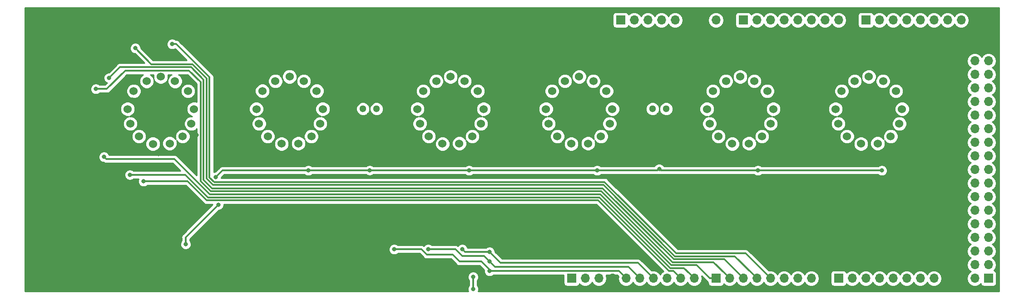
<source format=gbr>
G04 #@! TF.GenerationSoftware,KiCad,Pcbnew,(5.0.2)-1*
G04 #@! TF.CreationDate,2019-03-22T14:40:18+01:00*
G04 #@! TF.ProjectId,NixieClock01A,4e697869-6543-46c6-9f63-6b3031412e6b,rev?*
G04 #@! TF.SameCoordinates,Original*
G04 #@! TF.FileFunction,Copper,L2,Bot*
G04 #@! TF.FilePolarity,Positive*
%FSLAX46Y46*%
G04 Gerber Fmt 4.6, Leading zero omitted, Abs format (unit mm)*
G04 Created by KiCad (PCBNEW (5.0.2)-1) date 03/22/19 14:40:18*
%MOMM*%
%LPD*%
G01*
G04 APERTURE LIST*
G04 #@! TA.AperFunction,ComponentPad*
%ADD10C,1.300000*%
G04 #@! TD*
G04 #@! TA.AperFunction,ComponentPad*
%ADD11C,5.600000*%
G04 #@! TD*
G04 #@! TA.AperFunction,ComponentPad*
%ADD12R,1.700000X1.700000*%
G04 #@! TD*
G04 #@! TA.AperFunction,ComponentPad*
%ADD13O,1.700000X1.700000*%
G04 #@! TD*
G04 #@! TA.AperFunction,ComponentPad*
%ADD14C,1.524000*%
G04 #@! TD*
G04 #@! TA.AperFunction,ViaPad*
%ADD15C,0.800000*%
G04 #@! TD*
G04 #@! TA.AperFunction,Conductor*
%ADD16C,0.500000*%
G04 #@! TD*
G04 #@! TA.AperFunction,Conductor*
%ADD17C,0.300000*%
G04 #@! TD*
G04 #@! TA.AperFunction,Conductor*
%ADD18C,0.254000*%
G04 #@! TD*
G04 APERTURE END LIST*
D10*
G04 #@! TO.P,LA1,2*
G04 #@! TO.N,GND*
X122970000Y-124870000D03*
G04 #@! TO.P,LA1,3*
G04 #@! TO.N,Net-(LA1-Pad3)*
X124240000Y-123600000D03*
G04 #@! TO.P,LA1,1*
G04 #@! TO.N,Net-(LA1-Pad1)*
X121700000Y-123600000D03*
G04 #@! TD*
D11*
G04 #@! TO.P,J6,1*
G04 #@! TO.N,GND*
X104000000Y-153000000D03*
G04 #@! TD*
G04 #@! TO.P,J8,1*
G04 #@! TO.N,GND*
X63000000Y-108000000D03*
G04 #@! TD*
D10*
G04 #@! TO.P,LA2,2*
G04 #@! TO.N,GND*
X176970000Y-124870000D03*
G04 #@! TO.P,LA2,3*
G04 #@! TO.N,Net-(LA2-Pad3)*
X178240000Y-123600000D03*
G04 #@! TO.P,LA2,1*
G04 #@! TO.N,Net-(LA2-Pad1)*
X175700000Y-123600000D03*
G04 #@! TD*
D12*
G04 #@! TO.P,J13,1*
G04 #@! TO.N,+5V*
X238308200Y-155270200D03*
D13*
G04 #@! TO.P,J13,2*
X235768200Y-155270200D03*
G04 #@! TO.P,J13,3*
G04 #@! TO.N,22*
X238308200Y-152730200D03*
G04 #@! TO.P,J13,4*
G04 #@! TO.N,23*
X235768200Y-152730200D03*
G04 #@! TO.P,J13,5*
G04 #@! TO.N,24*
X238308200Y-150190200D03*
G04 #@! TO.P,J13,6*
G04 #@! TO.N,25*
X235768200Y-150190200D03*
G04 #@! TO.P,J13,7*
G04 #@! TO.N,26*
X238308200Y-147650200D03*
G04 #@! TO.P,J13,8*
G04 #@! TO.N,27*
X235768200Y-147650200D03*
G04 #@! TO.P,J13,9*
G04 #@! TO.N,28*
X238308200Y-145110200D03*
G04 #@! TO.P,J13,10*
G04 #@! TO.N,29*
X235768200Y-145110200D03*
G04 #@! TO.P,J13,11*
G04 #@! TO.N,30*
X238308200Y-142570200D03*
G04 #@! TO.P,J13,12*
G04 #@! TO.N,31*
X235768200Y-142570200D03*
G04 #@! TO.P,J13,13*
G04 #@! TO.N,32*
X238308200Y-140030200D03*
G04 #@! TO.P,J13,14*
G04 #@! TO.N,33*
X235768200Y-140030200D03*
G04 #@! TO.P,J13,15*
G04 #@! TO.N,34*
X238308200Y-137490200D03*
G04 #@! TO.P,J13,16*
G04 #@! TO.N,35*
X235768200Y-137490200D03*
G04 #@! TO.P,J13,17*
G04 #@! TO.N,36*
X238308200Y-134950200D03*
G04 #@! TO.P,J13,18*
G04 #@! TO.N,37*
X235768200Y-134950200D03*
G04 #@! TO.P,J13,19*
G04 #@! TO.N,38*
X238308200Y-132410200D03*
G04 #@! TO.P,J13,20*
G04 #@! TO.N,39*
X235768200Y-132410200D03*
G04 #@! TO.P,J13,21*
G04 #@! TO.N,40*
X238308200Y-129870200D03*
G04 #@! TO.P,J13,22*
G04 #@! TO.N,41*
X235768200Y-129870200D03*
G04 #@! TO.P,J13,23*
G04 #@! TO.N,42*
X238308200Y-127330200D03*
G04 #@! TO.P,J13,24*
G04 #@! TO.N,43*
X235768200Y-127330200D03*
G04 #@! TO.P,J13,25*
G04 #@! TO.N,44*
X238308200Y-124790200D03*
G04 #@! TO.P,J13,26*
G04 #@! TO.N,45*
X235768200Y-124790200D03*
G04 #@! TO.P,J13,27*
G04 #@! TO.N,46*
X238308200Y-122250200D03*
G04 #@! TO.P,J13,28*
G04 #@! TO.N,47*
X235768200Y-122250200D03*
G04 #@! TO.P,J13,29*
G04 #@! TO.N,48*
X238308200Y-119710200D03*
G04 #@! TO.P,J13,30*
G04 #@! TO.N,49*
X235768200Y-119710200D03*
G04 #@! TO.P,J13,31*
G04 #@! TO.N,50*
X238308200Y-117170200D03*
G04 #@! TO.P,J13,32*
G04 #@! TO.N,51*
X235768200Y-117170200D03*
G04 #@! TO.P,J13,33*
G04 #@! TO.N,52*
X238308200Y-114630200D03*
G04 #@! TO.P,J13,34*
G04 #@! TO.N,53*
X235768200Y-114630200D03*
G04 #@! TO.P,J13,35*
G04 #@! TO.N,GND*
X238308200Y-112090200D03*
G04 #@! TO.P,J13,36*
X235768200Y-112090200D03*
G04 #@! TD*
D14*
G04 #@! TO.P,N3,7*
G04 #@! TO.N,Net-(N3-Pad7)*
X162000000Y-117600000D03*
G04 #@! TO.P,N3,1*
G04 #@! TO.N,Net-(N3-Pad1)*
X160520200Y-130138000D03*
G04 #@! TO.P,N3,6*
G04 #@! TO.N,Net-(N3-Pad6)*
X159355000Y-118432000D03*
G04 #@! TO.P,N3,8*
G04 #@! TO.N,Net-(N3-Pad8)*
X164645000Y-118432000D03*
G04 #@! TO.P,N3,13*
G04 #@! TO.N,Net-(N3-Pad13)*
X163645000Y-130068000D03*
G04 #@! TO.P,N3,10*
G04 #@! TO.N,N/C*
X168189000Y-123631000D03*
G04 #@! TO.P,N3,11*
G04 #@! TO.N,Net-(N3-Pad11)*
X167689000Y-126369000D03*
G04 #@! TO.P,N3,4*
G04 #@! TO.N,N/C*
X155811000Y-123631000D03*
G04 #@! TO.P,N3,3*
G04 #@! TO.N,Net-(N3-Pad3)*
X156311000Y-126369000D03*
G04 #@! TO.P,N3,2*
G04 #@! TO.N,Net-(N3-Pad2)*
X157933000Y-128737000D03*
G04 #@! TO.P,N3,12*
G04 #@! TO.N,Net-(N3-Pad12)*
X166067000Y-128737000D03*
G04 #@! TO.P,N3,9*
G04 #@! TO.N,Net-(N3-Pad9)*
X167067000Y-120263000D03*
G04 #@! TO.P,N3,5*
G04 #@! TO.N,Net-(N3-Pad5)*
X156933000Y-120263000D03*
G04 #@! TD*
G04 #@! TO.P,N1,5*
G04 #@! TO.N,Net-(N1-Pad5)*
X186943734Y-120264499D03*
G04 #@! TO.P,N1,9*
G04 #@! TO.N,Net-(N1-Pad9)*
X197077734Y-120264499D03*
G04 #@! TO.P,N1,12*
G04 #@! TO.N,Net-(N1-Pad12)*
X196077734Y-128738499D03*
G04 #@! TO.P,N1,2*
G04 #@! TO.N,Net-(N1-Pad2)*
X187943734Y-128738499D03*
G04 #@! TO.P,N1,3*
G04 #@! TO.N,Net-(N1-Pad3)*
X186321734Y-126370499D03*
G04 #@! TO.P,N1,4*
G04 #@! TO.N,N/C*
X185821734Y-123632499D03*
G04 #@! TO.P,N1,11*
G04 #@! TO.N,Net-(N1-Pad11)*
X197699734Y-126370499D03*
G04 #@! TO.P,N1,10*
G04 #@! TO.N,N/C*
X198199734Y-123632499D03*
G04 #@! TO.P,N1,13*
G04 #@! TO.N,Net-(N1-Pad13)*
X193655734Y-130069499D03*
G04 #@! TO.P,N1,8*
G04 #@! TO.N,Net-(N1-Pad8)*
X194655734Y-118433499D03*
G04 #@! TO.P,N1,6*
G04 #@! TO.N,Net-(N1-Pad6)*
X189365734Y-118433499D03*
G04 #@! TO.P,N1,1*
G04 #@! TO.N,Net-(N1-Pad1)*
X190530934Y-130139499D03*
G04 #@! TO.P,N1,7*
G04 #@! TO.N,Net-(N1-Pad7)*
X192010734Y-117601499D03*
G04 #@! TD*
G04 #@! TO.P,N2,7*
G04 #@! TO.N,Net-(N2-Pad7)*
X216010334Y-117600899D03*
G04 #@! TO.P,N2,1*
G04 #@! TO.N,Net-(N2-Pad1)*
X214530534Y-130138899D03*
G04 #@! TO.P,N2,6*
G04 #@! TO.N,Net-(N2-Pad6)*
X213365334Y-118432899D03*
G04 #@! TO.P,N2,8*
G04 #@! TO.N,Net-(N2-Pad8)*
X218655334Y-118432899D03*
G04 #@! TO.P,N2,13*
G04 #@! TO.N,Net-(N2-Pad13)*
X217655334Y-130068899D03*
G04 #@! TO.P,N2,10*
G04 #@! TO.N,N/C*
X222199334Y-123631899D03*
G04 #@! TO.P,N2,11*
G04 #@! TO.N,Net-(N2-Pad11)*
X221699334Y-126369899D03*
G04 #@! TO.P,N2,4*
G04 #@! TO.N,N/C*
X209821334Y-123631899D03*
G04 #@! TO.P,N2,3*
G04 #@! TO.N,Net-(N2-Pad3)*
X210321334Y-126369899D03*
G04 #@! TO.P,N2,2*
G04 #@! TO.N,Net-(N2-Pad2)*
X211943334Y-128737899D03*
G04 #@! TO.P,N2,12*
G04 #@! TO.N,Net-(N2-Pad12)*
X220077334Y-128737899D03*
G04 #@! TO.P,N2,9*
G04 #@! TO.N,Net-(N2-Pad9)*
X221077334Y-120263899D03*
G04 #@! TO.P,N2,5*
G04 #@! TO.N,Net-(N2-Pad5)*
X210943334Y-120263899D03*
G04 #@! TD*
D12*
G04 #@! TO.P,J1,1*
G04 #@! TO.N,SCL*
X160584200Y-155270200D03*
D13*
G04 #@! TO.P,J1,2*
G04 #@! TO.N,SDA*
X163124200Y-155270200D03*
G04 #@! TO.P,J1,3*
G04 #@! TO.N,N/C*
X165664200Y-155270200D03*
G04 #@! TO.P,J1,4*
G04 #@! TO.N,GND*
X168204200Y-155270200D03*
G04 #@! TO.P,J1,5*
G04 #@! TO.N,13*
X170744200Y-155270200D03*
G04 #@! TO.P,J1,6*
G04 #@! TO.N,12*
X173284200Y-155270200D03*
G04 #@! TO.P,J1,7*
G04 #@! TO.N,11*
X175824200Y-155270200D03*
G04 #@! TO.P,J1,8*
G04 #@! TO.N,10*
X178364200Y-155270200D03*
G04 #@! TO.P,J1,9*
G04 #@! TO.N,9*
X180904200Y-155270200D03*
G04 #@! TO.P,J1,10*
G04 #@! TO.N,8*
X183444200Y-155270200D03*
G04 #@! TD*
D12*
G04 #@! TO.P,J2,1*
G04 #@! TO.N,N/C*
X169728200Y-107010200D03*
D13*
G04 #@! TO.P,J2,2*
X172268200Y-107010200D03*
G04 #@! TO.P,J2,3*
X174808200Y-107010200D03*
G04 #@! TO.P,J2,4*
X177348200Y-107010200D03*
G04 #@! TO.P,J2,5*
X179888200Y-107010200D03*
G04 #@! TO.P,J2,6*
G04 #@! TO.N,GND*
X182428200Y-107010200D03*
G04 #@! TO.P,J2,7*
X184968200Y-107010200D03*
G04 #@! TO.P,J2,8*
G04 #@! TO.N,VCC*
X187508200Y-107010200D03*
G04 #@! TD*
G04 #@! TO.P,J3,8*
G04 #@! TO.N,A7*
X210368200Y-107010200D03*
G04 #@! TO.P,J3,7*
G04 #@! TO.N,A6*
X207828200Y-107010200D03*
G04 #@! TO.P,J3,6*
G04 #@! TO.N,A5*
X205288200Y-107010200D03*
G04 #@! TO.P,J3,5*
G04 #@! TO.N,A4*
X202748200Y-107010200D03*
G04 #@! TO.P,J3,4*
G04 #@! TO.N,A3*
X200208200Y-107010200D03*
G04 #@! TO.P,J3,3*
G04 #@! TO.N,A2*
X197668200Y-107010200D03*
G04 #@! TO.P,J3,2*
G04 #@! TO.N,A1*
X195128200Y-107010200D03*
D12*
G04 #@! TO.P,J3,1*
G04 #@! TO.N,A0*
X192588200Y-107010200D03*
G04 #@! TD*
G04 #@! TO.P,J4,1*
G04 #@! TO.N,A8*
X215448200Y-107010200D03*
D13*
G04 #@! TO.P,J4,2*
G04 #@! TO.N,A9*
X217988200Y-107010200D03*
G04 #@! TO.P,J4,3*
G04 #@! TO.N,A10*
X220528200Y-107010200D03*
G04 #@! TO.P,J4,4*
G04 #@! TO.N,A11*
X223068200Y-107010200D03*
G04 #@! TO.P,J4,5*
G04 #@! TO.N,A12*
X225608200Y-107010200D03*
G04 #@! TO.P,J4,6*
G04 #@! TO.N,A13*
X228148200Y-107010200D03*
G04 #@! TO.P,J4,7*
G04 #@! TO.N,A14*
X230688200Y-107010200D03*
G04 #@! TO.P,J4,8*
G04 #@! TO.N,A15*
X233228200Y-107010200D03*
G04 #@! TD*
D12*
G04 #@! TO.P,J14,1*
G04 #@! TO.N,7*
X187508200Y-155270200D03*
D13*
G04 #@! TO.P,J14,2*
G04 #@! TO.N,6*
X190048200Y-155270200D03*
G04 #@! TO.P,J14,3*
G04 #@! TO.N,5*
X192588200Y-155270200D03*
G04 #@! TO.P,J14,4*
G04 #@! TO.N,4*
X195128200Y-155270200D03*
G04 #@! TO.P,J14,5*
G04 #@! TO.N,3*
X197668200Y-155270200D03*
G04 #@! TO.P,J14,6*
G04 #@! TO.N,2*
X200208200Y-155270200D03*
G04 #@! TO.P,J14,7*
G04 #@! TO.N,1*
X202748200Y-155270200D03*
G04 #@! TO.P,J14,8*
G04 #@! TO.N,N/C*
X205288200Y-155270200D03*
G04 #@! TD*
G04 #@! TO.P,J15,8*
G04 #@! TO.N,21*
X228148200Y-155270200D03*
G04 #@! TO.P,J15,7*
G04 #@! TO.N,20*
X225608200Y-155270200D03*
G04 #@! TO.P,J15,6*
G04 #@! TO.N,N/C*
X223068200Y-155270200D03*
G04 #@! TO.P,J15,5*
X220528200Y-155270200D03*
G04 #@! TO.P,J15,4*
X217988200Y-155270200D03*
G04 #@! TO.P,J15,3*
X215448200Y-155270200D03*
G04 #@! TO.P,J15,2*
X212908200Y-155270200D03*
D12*
G04 #@! TO.P,J15,1*
X210368200Y-155270200D03*
G04 #@! TD*
D14*
G04 #@! TO.P,N4,7*
G04 #@! TO.N,Net-(N4-Pad7)*
X138000000Y-117600000D03*
G04 #@! TO.P,N4,1*
G04 #@! TO.N,Net-(N4-Pad1)*
X136520200Y-130138000D03*
G04 #@! TO.P,N4,6*
G04 #@! TO.N,Net-(N4-Pad6)*
X135355000Y-118432000D03*
G04 #@! TO.P,N4,8*
G04 #@! TO.N,Net-(N4-Pad8)*
X140645000Y-118432000D03*
G04 #@! TO.P,N4,13*
G04 #@! TO.N,Net-(N4-Pad13)*
X139645000Y-130068000D03*
G04 #@! TO.P,N4,10*
G04 #@! TO.N,N/C*
X144189000Y-123631000D03*
G04 #@! TO.P,N4,11*
G04 #@! TO.N,Net-(N4-Pad11)*
X143689000Y-126369000D03*
G04 #@! TO.P,N4,4*
G04 #@! TO.N,N/C*
X131811000Y-123631000D03*
G04 #@! TO.P,N4,3*
G04 #@! TO.N,Net-(N4-Pad3)*
X132311000Y-126369000D03*
G04 #@! TO.P,N4,2*
G04 #@! TO.N,Net-(N4-Pad2)*
X133933000Y-128737000D03*
G04 #@! TO.P,N4,12*
G04 #@! TO.N,Net-(N4-Pad12)*
X142067000Y-128737000D03*
G04 #@! TO.P,N4,9*
G04 #@! TO.N,Net-(N4-Pad9)*
X143067000Y-120263000D03*
G04 #@! TO.P,N4,5*
G04 #@! TO.N,Net-(N4-Pad5)*
X132933000Y-120263000D03*
G04 #@! TD*
G04 #@! TO.P,N5,7*
G04 #@! TO.N,Net-(N5-Pad7)*
X108002000Y-117594000D03*
G04 #@! TO.P,N5,1*
G04 #@! TO.N,Net-(N5-Pad1)*
X106522200Y-130132000D03*
G04 #@! TO.P,N5,6*
G04 #@! TO.N,Net-(N5-Pad6)*
X105357000Y-118426000D03*
G04 #@! TO.P,N5,8*
G04 #@! TO.N,Net-(N5-Pad8)*
X110647000Y-118426000D03*
G04 #@! TO.P,N5,13*
G04 #@! TO.N,Net-(N5-Pad13)*
X109647000Y-130062000D03*
G04 #@! TO.P,N5,10*
G04 #@! TO.N,N/C*
X114191000Y-123625000D03*
G04 #@! TO.P,N5,11*
G04 #@! TO.N,Net-(N5-Pad11)*
X113691000Y-126363000D03*
G04 #@! TO.P,N5,4*
G04 #@! TO.N,N/C*
X101813000Y-123625000D03*
G04 #@! TO.P,N5,3*
G04 #@! TO.N,Net-(N5-Pad3)*
X102313000Y-126363000D03*
G04 #@! TO.P,N5,2*
G04 #@! TO.N,Net-(N5-Pad2)*
X103935000Y-128731000D03*
G04 #@! TO.P,N5,12*
G04 #@! TO.N,Net-(N5-Pad12)*
X112069000Y-128731000D03*
G04 #@! TO.P,N5,9*
G04 #@! TO.N,Net-(N5-Pad9)*
X113069000Y-120257000D03*
G04 #@! TO.P,N5,5*
G04 #@! TO.N,Net-(N5-Pad5)*
X102935000Y-120257000D03*
G04 #@! TD*
G04 #@! TO.P,N6,7*
G04 #@! TO.N,Net-(N6-Pad7)*
X84006000Y-117606001D03*
G04 #@! TO.P,N6,1*
G04 #@! TO.N,Net-(N6-Pad1)*
X82526200Y-130144001D03*
G04 #@! TO.P,N6,6*
G04 #@! TO.N,Net-(N6-Pad6)*
X81361000Y-118438001D03*
G04 #@! TO.P,N6,8*
G04 #@! TO.N,Net-(N6-Pad8)*
X86651000Y-118438001D03*
G04 #@! TO.P,N6,13*
G04 #@! TO.N,Net-(N6-Pad13)*
X85651000Y-130074001D03*
G04 #@! TO.P,N6,10*
G04 #@! TO.N,N/C*
X90195000Y-123637001D03*
G04 #@! TO.P,N6,11*
G04 #@! TO.N,Net-(N6-Pad11)*
X89695000Y-126375001D03*
G04 #@! TO.P,N6,4*
G04 #@! TO.N,N/C*
X77817000Y-123637001D03*
G04 #@! TO.P,N6,3*
G04 #@! TO.N,Net-(N6-Pad3)*
X78317000Y-126375001D03*
G04 #@! TO.P,N6,2*
G04 #@! TO.N,Net-(N6-Pad2)*
X79939000Y-128743001D03*
G04 #@! TO.P,N6,12*
G04 #@! TO.N,Net-(N6-Pad12)*
X88073000Y-128743001D03*
G04 #@! TO.P,N6,9*
G04 #@! TO.N,Net-(N6-Pad9)*
X89073000Y-120269001D03*
G04 #@! TO.P,N6,5*
G04 #@! TO.N,Net-(N6-Pad5)*
X78939000Y-120269001D03*
G04 #@! TD*
D15*
G04 #@! TO.N,GND*
X90147297Y-148661621D03*
X90147297Y-152217621D03*
X81740000Y-145450000D03*
X96240000Y-151450000D03*
X96240000Y-147350000D03*
X75114000Y-138200000D03*
X75114000Y-137100000D03*
X75114000Y-135900000D03*
X69356000Y-133388000D03*
X81740000Y-144350000D03*
X81740000Y-143250000D03*
X78739990Y-142050000D03*
X89840000Y-140750000D03*
X224282000Y-123952000D03*
X221996000Y-128524000D03*
X213614000Y-133856001D03*
X207772000Y-131318000D03*
X207772000Y-127762000D03*
X207772000Y-120650000D03*
X211328000Y-118110000D03*
X215392000Y-115316000D03*
X220218000Y-114554000D03*
X221742000Y-118364000D03*
X200406000Y-129794000D03*
X200152000Y-124206000D03*
X200914014Y-117348000D03*
X195580000Y-114300000D03*
X189992000Y-116586000D03*
X185928000Y-114554000D03*
X184404000Y-120904000D03*
X184658000Y-127508000D03*
X183388000Y-131572000D03*
X191516000Y-133096000D03*
X168910000Y-132842000D03*
X169926000Y-124460000D03*
X169164000Y-118364000D03*
X164592000Y-115570000D03*
X160274000Y-116840000D03*
X157226000Y-117094000D03*
X154940000Y-120904000D03*
X154432000Y-125730000D03*
X156210000Y-129286000D03*
X158496000Y-133858000D03*
X95443297Y-156210000D03*
X147320000Y-129032000D03*
X146050000Y-123952000D03*
X143002000Y-117602000D03*
X139700000Y-115570000D03*
X135128000Y-115824000D03*
X133096000Y-122174000D03*
X133858000Y-127000000D03*
X137922000Y-129032000D03*
X117348000Y-129286000D03*
X116078000Y-123952000D03*
X112522000Y-117602000D03*
X109474000Y-116078000D03*
X104902000Y-115824000D03*
X102870000Y-118110000D03*
X102362000Y-121920000D03*
X102108000Y-128270000D03*
X103378000Y-132080000D03*
X107950000Y-131318000D03*
X90640000Y-128524000D03*
X88900000Y-124714000D03*
X88900000Y-118110000D03*
X84582000Y-113284000D03*
X83312000Y-119126000D03*
X81026000Y-120142000D03*
X78740000Y-121920000D03*
X80010000Y-127000000D03*
X83566000Y-132080000D03*
X116332000Y-148082000D03*
X106680000Y-148844000D03*
X127508000Y-154432000D03*
X140208000Y-154724010D03*
X133858000Y-154724010D03*
G04 #@! TO.N,+5V*
X142240000Y-155012379D03*
X142214600Y-157251400D03*
G04 #@! TO.N,Net-(Q1-Pad3)*
X88623297Y-148915621D03*
X94719297Y-141516010D03*
G04 #@! TO.N,13*
X145288000Y-153924000D03*
X127508000Y-149860000D03*
G04 #@! TO.N,12*
X145288000Y-152146000D03*
X133858000Y-149860000D03*
G04 #@! TO.N,11*
X145288000Y-150368000D03*
X140208000Y-149860000D03*
G04 #@! TO.N,9*
X80772000Y-137160000D03*
G04 #@! TO.N,8*
X78231990Y-135928010D03*
G04 #@! TO.N,4*
X79248000Y-112268000D03*
G04 #@! TO.N,5*
X74364307Y-117798307D03*
G04 #@! TO.N,6*
X71882000Y-119888000D03*
G04 #@! TO.N,7*
X73406000Y-132588000D03*
G04 #@! TO.N,Uanode*
X195326000Y-135128000D03*
X218440000Y-135128000D03*
X165354000Y-135128000D03*
X141478018Y-135128000D03*
X111506000Y-135127978D03*
X94234000Y-136397994D03*
X122936000Y-135090000D03*
X176917911Y-134860846D03*
G04 #@! TO.N,3*
X86106000Y-111506000D03*
G04 #@! TD*
D16*
G04 #@! TO.N,GND*
X75114000Y-138200000D02*
X75114000Y-137100000D01*
D17*
X81740000Y-144350000D02*
X81740000Y-143250000D01*
G04 #@! TO.N,+5V*
X142240000Y-157226000D02*
X142214600Y-157251400D01*
X142240000Y-155012379D02*
X142240000Y-157226000D01*
G04 #@! TO.N,Net-(Q1-Pad3)*
X94319298Y-141916009D02*
X94719297Y-141516010D01*
X88623297Y-147612010D02*
X94319298Y-141916009D01*
X88623297Y-148915621D02*
X88623297Y-147612010D01*
G04 #@! TO.N,13*
X145288000Y-153670000D02*
X143764000Y-152146000D01*
X145288000Y-153924000D02*
X145288000Y-153670000D01*
X143764000Y-152146000D02*
X139700000Y-152146000D01*
X139700000Y-152146000D02*
X138430000Y-150876000D01*
X132588000Y-149860000D02*
X127508000Y-149860000D01*
X138430000Y-150876000D02*
X133604000Y-150876000D01*
X133604000Y-150876000D02*
X132588000Y-149860000D01*
X169398000Y-153924000D02*
X145288000Y-153924000D01*
X170744200Y-155270200D02*
X169398000Y-153924000D01*
G04 #@! TO.N,12*
X138938000Y-149860000D02*
X133858000Y-149860000D01*
X140208000Y-151130000D02*
X138938000Y-149860000D01*
X145288000Y-152146000D02*
X144272000Y-151130000D01*
X144272000Y-151130000D02*
X140208000Y-151130000D01*
X146304000Y-153162000D02*
X145288000Y-152146000D01*
X173284200Y-155270200D02*
X171176000Y-153162000D01*
X171176000Y-153162000D02*
X146304000Y-153162000D01*
G04 #@! TO.N,11*
X145288000Y-150368000D02*
X140716000Y-150368000D01*
X140716000Y-150368000D02*
X140208000Y-149860000D01*
X147320000Y-152400000D02*
X145288000Y-150368000D01*
X175824200Y-155270200D02*
X172954000Y-152400000D01*
X172954000Y-152400000D02*
X147320000Y-152400000D01*
G04 #@! TO.N,9*
X178719074Y-153922066D02*
X165513008Y-140716000D01*
X165513008Y-140716000D02*
X92559024Y-140716000D01*
X180904200Y-155270200D02*
X179556066Y-153922066D01*
X81337685Y-137160000D02*
X80772000Y-137160000D01*
X179556066Y-153922066D02*
X178719074Y-153922066D01*
X92559024Y-140716000D02*
X89003024Y-137160000D01*
X89003024Y-137160000D02*
X81337685Y-137160000D01*
G04 #@! TO.N,8*
X165740829Y-140165989D02*
X178946895Y-153372055D01*
X182594201Y-154420201D02*
X183444200Y-155270200D01*
X181546055Y-153372055D02*
X182594201Y-154420201D01*
X92824589Y-140165989D02*
X165740829Y-140165989D01*
X78231990Y-135928010D02*
X88586610Y-135928010D01*
X88586610Y-135928010D02*
X92824589Y-140165989D01*
X178946895Y-153372055D02*
X181546055Y-153372055D01*
G04 #@! TO.N,4*
X179858178Y-151172011D02*
X191030011Y-151172011D01*
X92540022Y-136656861D02*
X93715671Y-137832511D01*
X92540022Y-117924189D02*
X92540022Y-136656861D01*
X191030011Y-151172011D02*
X194278201Y-154420201D01*
X166518679Y-137832511D02*
X179858178Y-151172011D01*
X194278201Y-154420201D02*
X195128200Y-155270200D01*
X89889822Y-115273989D02*
X92540022Y-117924189D01*
X82253989Y-115273989D02*
X89889822Y-115273989D01*
X79248000Y-112268000D02*
X82253989Y-115273989D01*
X93715671Y-137832511D02*
X166518679Y-137832511D01*
G04 #@! TO.N,5*
X76338614Y-115824000D02*
X89662000Y-115824000D01*
X179630358Y-151722022D02*
X189040022Y-151722022D01*
X74364307Y-117798307D02*
X76338614Y-115824000D01*
X191738201Y-154420201D02*
X192588200Y-155270200D01*
X93554567Y-138449240D02*
X166357576Y-138449240D01*
X91990011Y-136884683D02*
X93554567Y-138449240D01*
X189040022Y-151722022D02*
X191738201Y-154420201D01*
X89662000Y-115824000D02*
X91990011Y-118152011D01*
X91990011Y-118152011D02*
X91990011Y-136884683D01*
X166357576Y-138449240D02*
X179630358Y-151722022D01*
G04 #@! TO.N,6*
X77358000Y-116444000D02*
X89266000Y-116444000D01*
X89266000Y-116444000D02*
X91440000Y-118618000D01*
X71882000Y-119888000D02*
X73914000Y-119888000D01*
X166129755Y-138999251D02*
X179402537Y-152272033D01*
X179402537Y-152272033D02*
X187050033Y-152272033D01*
X187050033Y-152272033D02*
X189198201Y-154420201D01*
X91440000Y-118618000D02*
X91440000Y-137112505D01*
X93326745Y-138999251D02*
X166129755Y-138999251D01*
X91440000Y-137112505D02*
X93326745Y-138999251D01*
X73914000Y-119888000D02*
X77358000Y-116444000D01*
X189198201Y-154420201D02*
X190048200Y-155270200D01*
G04 #@! TO.N,7*
X186358200Y-155270200D02*
X187508200Y-155270200D01*
X86537665Y-132987999D02*
X93152304Y-139602638D01*
X93152304Y-139602638D02*
X165955310Y-139602638D01*
X183910044Y-152822044D02*
X186358200Y-155270200D01*
X179174716Y-152822044D02*
X183910044Y-152822044D01*
X73406000Y-132588000D02*
X73805999Y-132987999D01*
X73805999Y-132987999D02*
X86537665Y-132987999D01*
X165955310Y-139602638D02*
X179174716Y-152822044D01*
G04 #@! TO.N,Uanode*
X195326000Y-135128000D02*
X218440000Y-135128000D01*
X164788315Y-135128000D02*
X141478018Y-135128000D01*
X165354000Y-135128000D02*
X164788315Y-135128000D01*
X111506022Y-135128000D02*
X111506000Y-135127978D01*
X141478018Y-135128000D02*
X111506022Y-135128000D01*
X94234006Y-136397994D02*
X94234000Y-136397994D01*
X95504000Y-135128000D02*
X94234006Y-136397994D01*
X111506000Y-135127978D02*
X111505978Y-135128000D01*
X111505978Y-135128000D02*
X95504000Y-135128000D01*
X176650757Y-135128000D02*
X176917911Y-134860846D01*
X195326000Y-135128000D02*
X177185065Y-135128000D01*
X165354000Y-135128000D02*
X176650757Y-135128000D01*
X177185065Y-135128000D02*
X176917911Y-134860846D01*
G04 #@! TO.N,3*
X196818201Y-154420201D02*
X197668200Y-155270200D01*
X193020000Y-150622000D02*
X196818201Y-154420201D01*
X180086000Y-150622000D02*
X193020000Y-150622000D01*
X93090033Y-136429039D02*
X93943493Y-137282500D01*
X86106000Y-111506000D02*
X86899666Y-111506000D01*
X93943493Y-137282500D02*
X166746500Y-137282500D01*
X86899666Y-111506000D02*
X93090033Y-117696367D01*
X93090033Y-117696367D02*
X93090033Y-136429039D01*
X166746500Y-137282500D02*
X180086000Y-150622000D01*
G04 #@! TD*
D18*
G04 #@! TO.N,GND*
G36*
X240283001Y-157683000D02*
X143136618Y-157683000D01*
X143231600Y-157453694D01*
X143231600Y-157049106D01*
X143076771Y-156675316D01*
X143007000Y-156605545D01*
X143007000Y-155683634D01*
X143102171Y-155588463D01*
X143257000Y-155214673D01*
X143257000Y-154810085D01*
X143102171Y-154436295D01*
X142816084Y-154150208D01*
X142442294Y-153995379D01*
X142037706Y-153995379D01*
X141663916Y-154150208D01*
X141377829Y-154436295D01*
X141223000Y-154810085D01*
X141223000Y-155214673D01*
X141377829Y-155588463D01*
X141473000Y-155683634D01*
X141473001Y-156554744D01*
X141352429Y-156675316D01*
X141197600Y-157049106D01*
X141197600Y-157453694D01*
X141292582Y-157683000D01*
X58692000Y-157683000D01*
X58692000Y-128468701D01*
X78560000Y-128468701D01*
X78560000Y-129017301D01*
X78769940Y-129524142D01*
X79157859Y-129912061D01*
X79664700Y-130122001D01*
X80213300Y-130122001D01*
X80720141Y-129912061D01*
X80762501Y-129869701D01*
X81147200Y-129869701D01*
X81147200Y-130418301D01*
X81357140Y-130925142D01*
X81745059Y-131313061D01*
X82251900Y-131523001D01*
X82800500Y-131523001D01*
X83307341Y-131313061D01*
X83695260Y-130925142D01*
X83905200Y-130418301D01*
X83905200Y-129869701D01*
X83876206Y-129799701D01*
X84272000Y-129799701D01*
X84272000Y-130348301D01*
X84481940Y-130855142D01*
X84869859Y-131243061D01*
X85376700Y-131453001D01*
X85925300Y-131453001D01*
X86432141Y-131243061D01*
X86820060Y-130855142D01*
X87030000Y-130348301D01*
X87030000Y-129799701D01*
X86924289Y-129544491D01*
X87291859Y-129912061D01*
X87798700Y-130122001D01*
X88347300Y-130122001D01*
X88854141Y-129912061D01*
X89242060Y-129524142D01*
X89452000Y-129017301D01*
X89452000Y-128468701D01*
X89242060Y-127961860D01*
X88854141Y-127573941D01*
X88347300Y-127364001D01*
X87798700Y-127364001D01*
X87291859Y-127573941D01*
X86903940Y-127961860D01*
X86694000Y-128468701D01*
X86694000Y-129017301D01*
X86799711Y-129272511D01*
X86432141Y-128904941D01*
X85925300Y-128695001D01*
X85376700Y-128695001D01*
X84869859Y-128904941D01*
X84481940Y-129292860D01*
X84272000Y-129799701D01*
X83876206Y-129799701D01*
X83695260Y-129362860D01*
X83307341Y-128974941D01*
X82800500Y-128765001D01*
X82251900Y-128765001D01*
X81745059Y-128974941D01*
X81357140Y-129362860D01*
X81147200Y-129869701D01*
X80762501Y-129869701D01*
X81108060Y-129524142D01*
X81318000Y-129017301D01*
X81318000Y-128468701D01*
X81108060Y-127961860D01*
X80720141Y-127573941D01*
X80213300Y-127364001D01*
X79664700Y-127364001D01*
X79157859Y-127573941D01*
X78769940Y-127961860D01*
X78560000Y-128468701D01*
X58692000Y-128468701D01*
X58692000Y-123362701D01*
X76438000Y-123362701D01*
X76438000Y-123911301D01*
X76647940Y-124418142D01*
X77035859Y-124806061D01*
X77542700Y-125016001D01*
X77994416Y-125016001D01*
X77535859Y-125205941D01*
X77147940Y-125593860D01*
X76938000Y-126100701D01*
X76938000Y-126649301D01*
X77147940Y-127156142D01*
X77535859Y-127544061D01*
X78042700Y-127754001D01*
X78591300Y-127754001D01*
X79098141Y-127544061D01*
X79486060Y-127156142D01*
X79696000Y-126649301D01*
X79696000Y-126100701D01*
X79486060Y-125593860D01*
X79098141Y-125205941D01*
X78591300Y-124996001D01*
X78139584Y-124996001D01*
X78598141Y-124806061D01*
X78986060Y-124418142D01*
X79196000Y-123911301D01*
X79196000Y-123362701D01*
X78986060Y-122855860D01*
X78598141Y-122467941D01*
X78091300Y-122258001D01*
X77542700Y-122258001D01*
X77035859Y-122467941D01*
X76647940Y-122855860D01*
X76438000Y-123362701D01*
X58692000Y-123362701D01*
X58692000Y-119685706D01*
X70865000Y-119685706D01*
X70865000Y-120090294D01*
X71019829Y-120464084D01*
X71305916Y-120750171D01*
X71679706Y-120905000D01*
X72084294Y-120905000D01*
X72458084Y-120750171D01*
X72553255Y-120655000D01*
X73838460Y-120655000D01*
X73914000Y-120670026D01*
X73989540Y-120655000D01*
X73989541Y-120655000D01*
X74213268Y-120610498D01*
X74466976Y-120440976D01*
X74509768Y-120376933D01*
X74892000Y-119994701D01*
X77560000Y-119994701D01*
X77560000Y-120543301D01*
X77769940Y-121050142D01*
X78157859Y-121438061D01*
X78664700Y-121648001D01*
X79213300Y-121648001D01*
X79720141Y-121438061D01*
X80108060Y-121050142D01*
X80318000Y-120543301D01*
X80318000Y-119994701D01*
X87694000Y-119994701D01*
X87694000Y-120543301D01*
X87903940Y-121050142D01*
X88291859Y-121438061D01*
X88798700Y-121648001D01*
X89347300Y-121648001D01*
X89854141Y-121438061D01*
X90242060Y-121050142D01*
X90452000Y-120543301D01*
X90452000Y-119994701D01*
X90242060Y-119487860D01*
X89854141Y-119099941D01*
X89347300Y-118890001D01*
X88798700Y-118890001D01*
X88291859Y-119099941D01*
X87903940Y-119487860D01*
X87694000Y-119994701D01*
X80318000Y-119994701D01*
X80108060Y-119487860D01*
X79720141Y-119099941D01*
X79213300Y-118890001D01*
X78664700Y-118890001D01*
X78157859Y-119099941D01*
X77769940Y-119487860D01*
X77560000Y-119994701D01*
X74892000Y-119994701D01*
X77675702Y-117211000D01*
X80719741Y-117211000D01*
X80579859Y-117268941D01*
X80191940Y-117656860D01*
X79982000Y-118163701D01*
X79982000Y-118712301D01*
X80191940Y-119219142D01*
X80579859Y-119607061D01*
X81086700Y-119817001D01*
X81635300Y-119817001D01*
X82142141Y-119607061D01*
X82530060Y-119219142D01*
X82740000Y-118712301D01*
X82740000Y-118163701D01*
X82530060Y-117656860D01*
X82142141Y-117268941D01*
X82002259Y-117211000D01*
X82676996Y-117211000D01*
X82627000Y-117331701D01*
X82627000Y-117880301D01*
X82836940Y-118387142D01*
X83224859Y-118775061D01*
X83731700Y-118985001D01*
X84280300Y-118985001D01*
X84787141Y-118775061D01*
X85175060Y-118387142D01*
X85385000Y-117880301D01*
X85385000Y-117331701D01*
X85335004Y-117211000D01*
X86009741Y-117211000D01*
X85869859Y-117268941D01*
X85481940Y-117656860D01*
X85272000Y-118163701D01*
X85272000Y-118712301D01*
X85481940Y-119219142D01*
X85869859Y-119607061D01*
X86376700Y-119817001D01*
X86925300Y-119817001D01*
X87432141Y-119607061D01*
X87820060Y-119219142D01*
X88030000Y-118712301D01*
X88030000Y-118163701D01*
X87820060Y-117656860D01*
X87432141Y-117268941D01*
X87292259Y-117211000D01*
X88948299Y-117211000D01*
X90673000Y-118935702D01*
X90673000Y-122342376D01*
X90469300Y-122258001D01*
X89920700Y-122258001D01*
X89413859Y-122467941D01*
X89025940Y-122855860D01*
X88816000Y-123362701D01*
X88816000Y-123911301D01*
X89025940Y-124418142D01*
X89413859Y-124806061D01*
X89872416Y-124996001D01*
X89420700Y-124996001D01*
X88913859Y-125205941D01*
X88525940Y-125593860D01*
X88316000Y-126100701D01*
X88316000Y-126649301D01*
X88525940Y-127156142D01*
X88913859Y-127544061D01*
X89420700Y-127754001D01*
X89969300Y-127754001D01*
X90476141Y-127544061D01*
X90673000Y-127347202D01*
X90673001Y-136038633D01*
X87133433Y-132499066D01*
X87090641Y-132435023D01*
X86836933Y-132265501D01*
X86613206Y-132220999D01*
X86613205Y-132220999D01*
X86537665Y-132205973D01*
X86462125Y-132220999D01*
X74354776Y-132220999D01*
X74268171Y-132011916D01*
X73982084Y-131725829D01*
X73608294Y-131571000D01*
X73203706Y-131571000D01*
X72829916Y-131725829D01*
X72543829Y-132011916D01*
X72389000Y-132385706D01*
X72389000Y-132790294D01*
X72543829Y-133164084D01*
X72829916Y-133450171D01*
X73203706Y-133605000D01*
X73348843Y-133605000D01*
X73506731Y-133710497D01*
X73730458Y-133754999D01*
X73805998Y-133770025D01*
X73881538Y-133754999D01*
X86219964Y-133754999D01*
X87625975Y-135161010D01*
X78903245Y-135161010D01*
X78808074Y-135065839D01*
X78434284Y-134911010D01*
X78029696Y-134911010D01*
X77655906Y-135065839D01*
X77369819Y-135351926D01*
X77214990Y-135725716D01*
X77214990Y-136130304D01*
X77369819Y-136504094D01*
X77655906Y-136790181D01*
X78029696Y-136945010D01*
X78434284Y-136945010D01*
X78808074Y-136790181D01*
X78903245Y-136695010D01*
X79863812Y-136695010D01*
X79755000Y-136957706D01*
X79755000Y-137362294D01*
X79909829Y-137736084D01*
X80195916Y-138022171D01*
X80569706Y-138177000D01*
X80974294Y-138177000D01*
X81348084Y-138022171D01*
X81443255Y-137927000D01*
X88685323Y-137927000D01*
X91963257Y-141204935D01*
X92006048Y-141268976D01*
X92070088Y-141311766D01*
X92259754Y-141438497D01*
X92259755Y-141438497D01*
X92259756Y-141438498D01*
X92483483Y-141483000D01*
X92483487Y-141483000D01*
X92559023Y-141498025D01*
X92634559Y-141483000D01*
X93667605Y-141483000D01*
X88134362Y-147016244D01*
X88070322Y-147059034D01*
X88027532Y-147123074D01*
X88027531Y-147123075D01*
X87900800Y-147312742D01*
X87841271Y-147612010D01*
X87856298Y-147687554D01*
X87856298Y-148244365D01*
X87761126Y-148339537D01*
X87606297Y-148713327D01*
X87606297Y-149117915D01*
X87761126Y-149491705D01*
X88047213Y-149777792D01*
X88421003Y-149932621D01*
X88825591Y-149932621D01*
X89199381Y-149777792D01*
X89485468Y-149491705D01*
X89640297Y-149117915D01*
X89640297Y-148713327D01*
X89485468Y-148339537D01*
X89390297Y-148244366D01*
X89390297Y-147929711D01*
X94786999Y-142533010D01*
X94921591Y-142533010D01*
X95295381Y-142378181D01*
X95581468Y-142092094D01*
X95736297Y-141718304D01*
X95736297Y-141483000D01*
X165195307Y-141483000D01*
X177677199Y-153964893D01*
X177306552Y-154212552D01*
X177094200Y-154530359D01*
X176881848Y-154212552D01*
X176396595Y-153888316D01*
X175968686Y-153803200D01*
X175679714Y-153803200D01*
X175481357Y-153842655D01*
X173549768Y-151911067D01*
X173506976Y-151847024D01*
X173253268Y-151677502D01*
X173029541Y-151633000D01*
X173029540Y-151633000D01*
X172954000Y-151617974D01*
X172878460Y-151633000D01*
X147637702Y-151633000D01*
X146305000Y-150300299D01*
X146305000Y-150165706D01*
X146150171Y-149791916D01*
X145864084Y-149505829D01*
X145490294Y-149351000D01*
X145085706Y-149351000D01*
X144711916Y-149505829D01*
X144616745Y-149601000D01*
X141201512Y-149601000D01*
X141070171Y-149283916D01*
X140784084Y-148997829D01*
X140410294Y-148843000D01*
X140005706Y-148843000D01*
X139631916Y-148997829D01*
X139390114Y-149239631D01*
X139237268Y-149137502D01*
X139013541Y-149093000D01*
X139013540Y-149093000D01*
X138938000Y-149077974D01*
X138862460Y-149093000D01*
X134529255Y-149093000D01*
X134434084Y-148997829D01*
X134060294Y-148843000D01*
X133655706Y-148843000D01*
X133281916Y-148997829D01*
X133040114Y-149239631D01*
X132887268Y-149137502D01*
X132663541Y-149093000D01*
X132663540Y-149093000D01*
X132588000Y-149077974D01*
X132512460Y-149093000D01*
X128179255Y-149093000D01*
X128084084Y-148997829D01*
X127710294Y-148843000D01*
X127305706Y-148843000D01*
X126931916Y-148997829D01*
X126645829Y-149283916D01*
X126491000Y-149657706D01*
X126491000Y-150062294D01*
X126645829Y-150436084D01*
X126931916Y-150722171D01*
X127305706Y-150877000D01*
X127710294Y-150877000D01*
X128084084Y-150722171D01*
X128179255Y-150627000D01*
X132270299Y-150627000D01*
X133008234Y-151364935D01*
X133051024Y-151428976D01*
X133304732Y-151598498D01*
X133528459Y-151643000D01*
X133528460Y-151643000D01*
X133604000Y-151658026D01*
X133679540Y-151643000D01*
X138112299Y-151643000D01*
X139104234Y-152634935D01*
X139147024Y-152698976D01*
X139400732Y-152868498D01*
X139624459Y-152913000D01*
X139699999Y-152928026D01*
X139775539Y-152913000D01*
X143446299Y-152913000D01*
X144271000Y-153737702D01*
X144271000Y-154126294D01*
X144425829Y-154500084D01*
X144711916Y-154786171D01*
X145085706Y-154941000D01*
X145490294Y-154941000D01*
X145864084Y-154786171D01*
X145959255Y-154691000D01*
X159105113Y-154691000D01*
X159105113Y-156120200D01*
X159152999Y-156360941D01*
X159289368Y-156565032D01*
X159493459Y-156701401D01*
X159734200Y-156749287D01*
X161434200Y-156749287D01*
X161674941Y-156701401D01*
X161879032Y-156565032D01*
X162015401Y-156360941D01*
X162032208Y-156276448D01*
X162066552Y-156327848D01*
X162551805Y-156652084D01*
X162979714Y-156737200D01*
X163268686Y-156737200D01*
X163696595Y-156652084D01*
X164181848Y-156327848D01*
X164394200Y-156010041D01*
X164606552Y-156327848D01*
X165091805Y-156652084D01*
X165519714Y-156737200D01*
X165808686Y-156737200D01*
X166236595Y-156652084D01*
X166721848Y-156327848D01*
X167046084Y-155842595D01*
X167159940Y-155270200D01*
X167046084Y-154697805D01*
X167041537Y-154691000D01*
X169080299Y-154691000D01*
X169316655Y-154927357D01*
X169248460Y-155270200D01*
X169362316Y-155842595D01*
X169686552Y-156327848D01*
X170171805Y-156652084D01*
X170599714Y-156737200D01*
X170888686Y-156737200D01*
X171316595Y-156652084D01*
X171801848Y-156327848D01*
X172014200Y-156010041D01*
X172226552Y-156327848D01*
X172711805Y-156652084D01*
X173139714Y-156737200D01*
X173428686Y-156737200D01*
X173856595Y-156652084D01*
X174341848Y-156327848D01*
X174554200Y-156010041D01*
X174766552Y-156327848D01*
X175251805Y-156652084D01*
X175679714Y-156737200D01*
X175968686Y-156737200D01*
X176396595Y-156652084D01*
X176881848Y-156327848D01*
X177094200Y-156010041D01*
X177306552Y-156327848D01*
X177791805Y-156652084D01*
X178219714Y-156737200D01*
X178508686Y-156737200D01*
X178936595Y-156652084D01*
X179421848Y-156327848D01*
X179634200Y-156010041D01*
X179846552Y-156327848D01*
X180331805Y-156652084D01*
X180759714Y-156737200D01*
X181048686Y-156737200D01*
X181476595Y-156652084D01*
X181961848Y-156327848D01*
X182174200Y-156010041D01*
X182386552Y-156327848D01*
X182871805Y-156652084D01*
X183299714Y-156737200D01*
X183588686Y-156737200D01*
X184016595Y-156652084D01*
X184501848Y-156327848D01*
X184826084Y-155842595D01*
X184939940Y-155270200D01*
X184857117Y-154853818D01*
X185762434Y-155759136D01*
X185805224Y-155823176D01*
X185869264Y-155865966D01*
X186029113Y-155972774D01*
X186029113Y-156120200D01*
X186076999Y-156360941D01*
X186213368Y-156565032D01*
X186417459Y-156701401D01*
X186658200Y-156749287D01*
X188358200Y-156749287D01*
X188598941Y-156701401D01*
X188803032Y-156565032D01*
X188939401Y-156360941D01*
X188956208Y-156276448D01*
X188990552Y-156327848D01*
X189475805Y-156652084D01*
X189903714Y-156737200D01*
X190192686Y-156737200D01*
X190620595Y-156652084D01*
X191105848Y-156327848D01*
X191318200Y-156010041D01*
X191530552Y-156327848D01*
X192015805Y-156652084D01*
X192443714Y-156737200D01*
X192732686Y-156737200D01*
X193160595Y-156652084D01*
X193645848Y-156327848D01*
X193858200Y-156010041D01*
X194070552Y-156327848D01*
X194555805Y-156652084D01*
X194983714Y-156737200D01*
X195272686Y-156737200D01*
X195700595Y-156652084D01*
X196185848Y-156327848D01*
X196398200Y-156010041D01*
X196610552Y-156327848D01*
X197095805Y-156652084D01*
X197523714Y-156737200D01*
X197812686Y-156737200D01*
X198240595Y-156652084D01*
X198725848Y-156327848D01*
X198938200Y-156010041D01*
X199150552Y-156327848D01*
X199635805Y-156652084D01*
X200063714Y-156737200D01*
X200352686Y-156737200D01*
X200780595Y-156652084D01*
X201265848Y-156327848D01*
X201478200Y-156010041D01*
X201690552Y-156327848D01*
X202175805Y-156652084D01*
X202603714Y-156737200D01*
X202892686Y-156737200D01*
X203320595Y-156652084D01*
X203805848Y-156327848D01*
X204018200Y-156010041D01*
X204230552Y-156327848D01*
X204715805Y-156652084D01*
X205143714Y-156737200D01*
X205432686Y-156737200D01*
X205860595Y-156652084D01*
X206345848Y-156327848D01*
X206670084Y-155842595D01*
X206783940Y-155270200D01*
X206670084Y-154697805D01*
X206484595Y-154420200D01*
X208889113Y-154420200D01*
X208889113Y-156120200D01*
X208936999Y-156360941D01*
X209073368Y-156565032D01*
X209277459Y-156701401D01*
X209518200Y-156749287D01*
X211218200Y-156749287D01*
X211458941Y-156701401D01*
X211663032Y-156565032D01*
X211799401Y-156360941D01*
X211816208Y-156276448D01*
X211850552Y-156327848D01*
X212335805Y-156652084D01*
X212763714Y-156737200D01*
X213052686Y-156737200D01*
X213480595Y-156652084D01*
X213965848Y-156327848D01*
X214178200Y-156010041D01*
X214390552Y-156327848D01*
X214875805Y-156652084D01*
X215303714Y-156737200D01*
X215592686Y-156737200D01*
X216020595Y-156652084D01*
X216505848Y-156327848D01*
X216718200Y-156010041D01*
X216930552Y-156327848D01*
X217415805Y-156652084D01*
X217843714Y-156737200D01*
X218132686Y-156737200D01*
X218560595Y-156652084D01*
X219045848Y-156327848D01*
X219258200Y-156010041D01*
X219470552Y-156327848D01*
X219955805Y-156652084D01*
X220383714Y-156737200D01*
X220672686Y-156737200D01*
X221100595Y-156652084D01*
X221585848Y-156327848D01*
X221798200Y-156010041D01*
X222010552Y-156327848D01*
X222495805Y-156652084D01*
X222923714Y-156737200D01*
X223212686Y-156737200D01*
X223640595Y-156652084D01*
X224125848Y-156327848D01*
X224338200Y-156010041D01*
X224550552Y-156327848D01*
X225035805Y-156652084D01*
X225463714Y-156737200D01*
X225752686Y-156737200D01*
X226180595Y-156652084D01*
X226665848Y-156327848D01*
X226878200Y-156010041D01*
X227090552Y-156327848D01*
X227575805Y-156652084D01*
X228003714Y-156737200D01*
X228292686Y-156737200D01*
X228720595Y-156652084D01*
X229205848Y-156327848D01*
X229530084Y-155842595D01*
X229643940Y-155270200D01*
X229530084Y-154697805D01*
X229205848Y-154212552D01*
X228720595Y-153888316D01*
X228292686Y-153803200D01*
X228003714Y-153803200D01*
X227575805Y-153888316D01*
X227090552Y-154212552D01*
X226878200Y-154530359D01*
X226665848Y-154212552D01*
X226180595Y-153888316D01*
X225752686Y-153803200D01*
X225463714Y-153803200D01*
X225035805Y-153888316D01*
X224550552Y-154212552D01*
X224338200Y-154530359D01*
X224125848Y-154212552D01*
X223640595Y-153888316D01*
X223212686Y-153803200D01*
X222923714Y-153803200D01*
X222495805Y-153888316D01*
X222010552Y-154212552D01*
X221798200Y-154530359D01*
X221585848Y-154212552D01*
X221100595Y-153888316D01*
X220672686Y-153803200D01*
X220383714Y-153803200D01*
X219955805Y-153888316D01*
X219470552Y-154212552D01*
X219258200Y-154530359D01*
X219045848Y-154212552D01*
X218560595Y-153888316D01*
X218132686Y-153803200D01*
X217843714Y-153803200D01*
X217415805Y-153888316D01*
X216930552Y-154212552D01*
X216718200Y-154530359D01*
X216505848Y-154212552D01*
X216020595Y-153888316D01*
X215592686Y-153803200D01*
X215303714Y-153803200D01*
X214875805Y-153888316D01*
X214390552Y-154212552D01*
X214178200Y-154530359D01*
X213965848Y-154212552D01*
X213480595Y-153888316D01*
X213052686Y-153803200D01*
X212763714Y-153803200D01*
X212335805Y-153888316D01*
X211850552Y-154212552D01*
X211816208Y-154263952D01*
X211799401Y-154179459D01*
X211663032Y-153975368D01*
X211458941Y-153838999D01*
X211218200Y-153791113D01*
X209518200Y-153791113D01*
X209277459Y-153838999D01*
X209073368Y-153975368D01*
X208936999Y-154179459D01*
X208889113Y-154420200D01*
X206484595Y-154420200D01*
X206345848Y-154212552D01*
X205860595Y-153888316D01*
X205432686Y-153803200D01*
X205143714Y-153803200D01*
X204715805Y-153888316D01*
X204230552Y-154212552D01*
X204018200Y-154530359D01*
X203805848Y-154212552D01*
X203320595Y-153888316D01*
X202892686Y-153803200D01*
X202603714Y-153803200D01*
X202175805Y-153888316D01*
X201690552Y-154212552D01*
X201478200Y-154530359D01*
X201265848Y-154212552D01*
X200780595Y-153888316D01*
X200352686Y-153803200D01*
X200063714Y-153803200D01*
X199635805Y-153888316D01*
X199150552Y-154212552D01*
X198938200Y-154530359D01*
X198725848Y-154212552D01*
X198240595Y-153888316D01*
X197812686Y-153803200D01*
X197523714Y-153803200D01*
X197325357Y-153842655D01*
X193615768Y-150133067D01*
X193572976Y-150069024D01*
X193319268Y-149899502D01*
X193095541Y-149855000D01*
X193095540Y-149855000D01*
X193020000Y-149839974D01*
X192944460Y-149855000D01*
X180403702Y-149855000D01*
X167342268Y-136793567D01*
X167299476Y-136729524D01*
X167045768Y-136560002D01*
X166822041Y-136515500D01*
X166822040Y-136515500D01*
X166746500Y-136500474D01*
X166670960Y-136515500D01*
X95251000Y-136515500D01*
X95251000Y-136465701D01*
X95821702Y-135895000D01*
X110834767Y-135895000D01*
X110929916Y-135990149D01*
X111303706Y-136144978D01*
X111708294Y-136144978D01*
X112082084Y-135990149D01*
X112177233Y-135895000D01*
X122302745Y-135895000D01*
X122359916Y-135952171D01*
X122733706Y-136107000D01*
X123138294Y-136107000D01*
X123512084Y-135952171D01*
X123569255Y-135895000D01*
X140806763Y-135895000D01*
X140901934Y-135990171D01*
X141275724Y-136145000D01*
X141680312Y-136145000D01*
X142054102Y-135990171D01*
X142149273Y-135895000D01*
X164682745Y-135895000D01*
X164777916Y-135990171D01*
X165151706Y-136145000D01*
X165556294Y-136145000D01*
X165930084Y-135990171D01*
X166025255Y-135895000D01*
X176575217Y-135895000D01*
X176650757Y-135910026D01*
X176726297Y-135895000D01*
X176726298Y-135895000D01*
X176812537Y-135877846D01*
X177023285Y-135877846D01*
X177109524Y-135895000D01*
X177109525Y-135895000D01*
X177185065Y-135910026D01*
X177260605Y-135895000D01*
X194654745Y-135895000D01*
X194749916Y-135990171D01*
X195123706Y-136145000D01*
X195528294Y-136145000D01*
X195902084Y-135990171D01*
X195997255Y-135895000D01*
X217768745Y-135895000D01*
X217863916Y-135990171D01*
X218237706Y-136145000D01*
X218642294Y-136145000D01*
X219016084Y-135990171D01*
X219302171Y-135704084D01*
X219457000Y-135330294D01*
X219457000Y-134925706D01*
X219302171Y-134551916D01*
X219016084Y-134265829D01*
X218642294Y-134111000D01*
X218237706Y-134111000D01*
X217863916Y-134265829D01*
X217768745Y-134361000D01*
X195997255Y-134361000D01*
X195902084Y-134265829D01*
X195528294Y-134111000D01*
X195123706Y-134111000D01*
X194749916Y-134265829D01*
X194654745Y-134361000D01*
X177811661Y-134361000D01*
X177780082Y-134284762D01*
X177493995Y-133998675D01*
X177120205Y-133843846D01*
X176715617Y-133843846D01*
X176341827Y-133998675D01*
X176055740Y-134284762D01*
X176024161Y-134361000D01*
X166025255Y-134361000D01*
X165930084Y-134265829D01*
X165556294Y-134111000D01*
X165151706Y-134111000D01*
X164777916Y-134265829D01*
X164682745Y-134361000D01*
X142149273Y-134361000D01*
X142054102Y-134265829D01*
X141680312Y-134111000D01*
X141275724Y-134111000D01*
X140901934Y-134265829D01*
X140806763Y-134361000D01*
X123645255Y-134361000D01*
X123512084Y-134227829D01*
X123138294Y-134073000D01*
X122733706Y-134073000D01*
X122359916Y-134227829D01*
X122226745Y-134361000D01*
X112177277Y-134361000D01*
X112082084Y-134265807D01*
X111708294Y-134110978D01*
X111303706Y-134110978D01*
X110929916Y-134265807D01*
X110834723Y-134361000D01*
X95579540Y-134361000D01*
X95504000Y-134345974D01*
X95428460Y-134361000D01*
X95428459Y-134361000D01*
X95204732Y-134405502D01*
X94951024Y-134575024D01*
X94908234Y-134639065D01*
X94166305Y-135380994D01*
X94031706Y-135380994D01*
X93857033Y-135453346D01*
X93857033Y-128456700D01*
X102556000Y-128456700D01*
X102556000Y-129005300D01*
X102765940Y-129512141D01*
X103153859Y-129900060D01*
X103660700Y-130110000D01*
X104209300Y-130110000D01*
X104716141Y-129900060D01*
X104758501Y-129857700D01*
X105143200Y-129857700D01*
X105143200Y-130406300D01*
X105353140Y-130913141D01*
X105741059Y-131301060D01*
X106247900Y-131511000D01*
X106796500Y-131511000D01*
X107303341Y-131301060D01*
X107691260Y-130913141D01*
X107901200Y-130406300D01*
X107901200Y-129857700D01*
X107872206Y-129787700D01*
X108268000Y-129787700D01*
X108268000Y-130336300D01*
X108477940Y-130843141D01*
X108865859Y-131231060D01*
X109372700Y-131441000D01*
X109921300Y-131441000D01*
X110428141Y-131231060D01*
X110816060Y-130843141D01*
X111026000Y-130336300D01*
X111026000Y-129787700D01*
X110920289Y-129532490D01*
X111287859Y-129900060D01*
X111794700Y-130110000D01*
X112343300Y-130110000D01*
X112850141Y-129900060D01*
X113238060Y-129512141D01*
X113448000Y-129005300D01*
X113448000Y-128462700D01*
X132554000Y-128462700D01*
X132554000Y-129011300D01*
X132763940Y-129518141D01*
X133151859Y-129906060D01*
X133658700Y-130116000D01*
X134207300Y-130116000D01*
X134714141Y-129906060D01*
X134756501Y-129863700D01*
X135141200Y-129863700D01*
X135141200Y-130412300D01*
X135351140Y-130919141D01*
X135739059Y-131307060D01*
X136245900Y-131517000D01*
X136794500Y-131517000D01*
X137301341Y-131307060D01*
X137689260Y-130919141D01*
X137899200Y-130412300D01*
X137899200Y-129863700D01*
X137870206Y-129793700D01*
X138266000Y-129793700D01*
X138266000Y-130342300D01*
X138475940Y-130849141D01*
X138863859Y-131237060D01*
X139370700Y-131447000D01*
X139919300Y-131447000D01*
X140426141Y-131237060D01*
X140814060Y-130849141D01*
X141024000Y-130342300D01*
X141024000Y-129793700D01*
X140918289Y-129538490D01*
X141285859Y-129906060D01*
X141792700Y-130116000D01*
X142341300Y-130116000D01*
X142848141Y-129906060D01*
X143236060Y-129518141D01*
X143446000Y-129011300D01*
X143446000Y-128462700D01*
X156554000Y-128462700D01*
X156554000Y-129011300D01*
X156763940Y-129518141D01*
X157151859Y-129906060D01*
X157658700Y-130116000D01*
X158207300Y-130116000D01*
X158714141Y-129906060D01*
X158756501Y-129863700D01*
X159141200Y-129863700D01*
X159141200Y-130412300D01*
X159351140Y-130919141D01*
X159739059Y-131307060D01*
X160245900Y-131517000D01*
X160794500Y-131517000D01*
X161301341Y-131307060D01*
X161689260Y-130919141D01*
X161899200Y-130412300D01*
X161899200Y-129863700D01*
X161870206Y-129793700D01*
X162266000Y-129793700D01*
X162266000Y-130342300D01*
X162475940Y-130849141D01*
X162863859Y-131237060D01*
X163370700Y-131447000D01*
X163919300Y-131447000D01*
X164426141Y-131237060D01*
X164814060Y-130849141D01*
X165024000Y-130342300D01*
X165024000Y-129793700D01*
X164918289Y-129538490D01*
X165285859Y-129906060D01*
X165792700Y-130116000D01*
X166341300Y-130116000D01*
X166848141Y-129906060D01*
X167236060Y-129518141D01*
X167446000Y-129011300D01*
X167446000Y-128464199D01*
X186564734Y-128464199D01*
X186564734Y-129012799D01*
X186774674Y-129519640D01*
X187162593Y-129907559D01*
X187669434Y-130117499D01*
X188218034Y-130117499D01*
X188724875Y-129907559D01*
X188767235Y-129865199D01*
X189151934Y-129865199D01*
X189151934Y-130413799D01*
X189361874Y-130920640D01*
X189749793Y-131308559D01*
X190256634Y-131518499D01*
X190805234Y-131518499D01*
X191312075Y-131308559D01*
X191699994Y-130920640D01*
X191909934Y-130413799D01*
X191909934Y-129865199D01*
X191880940Y-129795199D01*
X192276734Y-129795199D01*
X192276734Y-130343799D01*
X192486674Y-130850640D01*
X192874593Y-131238559D01*
X193381434Y-131448499D01*
X193930034Y-131448499D01*
X194436875Y-131238559D01*
X194824794Y-130850640D01*
X195034734Y-130343799D01*
X195034734Y-129795199D01*
X194929023Y-129539989D01*
X195296593Y-129907559D01*
X195803434Y-130117499D01*
X196352034Y-130117499D01*
X196858875Y-129907559D01*
X197246794Y-129519640D01*
X197456734Y-129012799D01*
X197456734Y-128464199D01*
X197456486Y-128463599D01*
X210564334Y-128463599D01*
X210564334Y-129012199D01*
X210774274Y-129519040D01*
X211162193Y-129906959D01*
X211669034Y-130116899D01*
X212217634Y-130116899D01*
X212724475Y-129906959D01*
X212766835Y-129864599D01*
X213151534Y-129864599D01*
X213151534Y-130413199D01*
X213361474Y-130920040D01*
X213749393Y-131307959D01*
X214256234Y-131517899D01*
X214804834Y-131517899D01*
X215311675Y-131307959D01*
X215699594Y-130920040D01*
X215909534Y-130413199D01*
X215909534Y-129864599D01*
X215880540Y-129794599D01*
X216276334Y-129794599D01*
X216276334Y-130343199D01*
X216486274Y-130850040D01*
X216874193Y-131237959D01*
X217381034Y-131447899D01*
X217929634Y-131447899D01*
X218436475Y-131237959D01*
X218824394Y-130850040D01*
X219034334Y-130343199D01*
X219034334Y-129794599D01*
X218928623Y-129539389D01*
X219296193Y-129906959D01*
X219803034Y-130116899D01*
X220351634Y-130116899D01*
X220858475Y-129906959D01*
X221246394Y-129519040D01*
X221456334Y-129012199D01*
X221456334Y-128463599D01*
X221246394Y-127956758D01*
X220858475Y-127568839D01*
X220351634Y-127358899D01*
X219803034Y-127358899D01*
X219296193Y-127568839D01*
X218908274Y-127956758D01*
X218698334Y-128463599D01*
X218698334Y-129012199D01*
X218804045Y-129267409D01*
X218436475Y-128899839D01*
X217929634Y-128689899D01*
X217381034Y-128689899D01*
X216874193Y-128899839D01*
X216486274Y-129287758D01*
X216276334Y-129794599D01*
X215880540Y-129794599D01*
X215699594Y-129357758D01*
X215311675Y-128969839D01*
X214804834Y-128759899D01*
X214256234Y-128759899D01*
X213749393Y-128969839D01*
X213361474Y-129357758D01*
X213151534Y-129864599D01*
X212766835Y-129864599D01*
X213112394Y-129519040D01*
X213322334Y-129012199D01*
X213322334Y-128463599D01*
X213112394Y-127956758D01*
X212724475Y-127568839D01*
X212217634Y-127358899D01*
X211669034Y-127358899D01*
X211162193Y-127568839D01*
X210774274Y-127956758D01*
X210564334Y-128463599D01*
X197456486Y-128463599D01*
X197246794Y-127957358D01*
X196858875Y-127569439D01*
X196352034Y-127359499D01*
X195803434Y-127359499D01*
X195296593Y-127569439D01*
X194908674Y-127957358D01*
X194698734Y-128464199D01*
X194698734Y-129012799D01*
X194804445Y-129268009D01*
X194436875Y-128900439D01*
X193930034Y-128690499D01*
X193381434Y-128690499D01*
X192874593Y-128900439D01*
X192486674Y-129288358D01*
X192276734Y-129795199D01*
X191880940Y-129795199D01*
X191699994Y-129358358D01*
X191312075Y-128970439D01*
X190805234Y-128760499D01*
X190256634Y-128760499D01*
X189749793Y-128970439D01*
X189361874Y-129358358D01*
X189151934Y-129865199D01*
X188767235Y-129865199D01*
X189112794Y-129519640D01*
X189322734Y-129012799D01*
X189322734Y-128464199D01*
X189112794Y-127957358D01*
X188724875Y-127569439D01*
X188218034Y-127359499D01*
X187669434Y-127359499D01*
X187162593Y-127569439D01*
X186774674Y-127957358D01*
X186564734Y-128464199D01*
X167446000Y-128464199D01*
X167446000Y-128462700D01*
X167236060Y-127955859D01*
X166848141Y-127567940D01*
X166341300Y-127358000D01*
X165792700Y-127358000D01*
X165285859Y-127567940D01*
X164897940Y-127955859D01*
X164688000Y-128462700D01*
X164688000Y-129011300D01*
X164793711Y-129266510D01*
X164426141Y-128898940D01*
X163919300Y-128689000D01*
X163370700Y-128689000D01*
X162863859Y-128898940D01*
X162475940Y-129286859D01*
X162266000Y-129793700D01*
X161870206Y-129793700D01*
X161689260Y-129356859D01*
X161301341Y-128968940D01*
X160794500Y-128759000D01*
X160245900Y-128759000D01*
X159739059Y-128968940D01*
X159351140Y-129356859D01*
X159141200Y-129863700D01*
X158756501Y-129863700D01*
X159102060Y-129518141D01*
X159312000Y-129011300D01*
X159312000Y-128462700D01*
X159102060Y-127955859D01*
X158714141Y-127567940D01*
X158207300Y-127358000D01*
X157658700Y-127358000D01*
X157151859Y-127567940D01*
X156763940Y-127955859D01*
X156554000Y-128462700D01*
X143446000Y-128462700D01*
X143236060Y-127955859D01*
X142848141Y-127567940D01*
X142341300Y-127358000D01*
X141792700Y-127358000D01*
X141285859Y-127567940D01*
X140897940Y-127955859D01*
X140688000Y-128462700D01*
X140688000Y-129011300D01*
X140793711Y-129266510D01*
X140426141Y-128898940D01*
X139919300Y-128689000D01*
X139370700Y-128689000D01*
X138863859Y-128898940D01*
X138475940Y-129286859D01*
X138266000Y-129793700D01*
X137870206Y-129793700D01*
X137689260Y-129356859D01*
X137301341Y-128968940D01*
X136794500Y-128759000D01*
X136245900Y-128759000D01*
X135739059Y-128968940D01*
X135351140Y-129356859D01*
X135141200Y-129863700D01*
X134756501Y-129863700D01*
X135102060Y-129518141D01*
X135312000Y-129011300D01*
X135312000Y-128462700D01*
X135102060Y-127955859D01*
X134714141Y-127567940D01*
X134207300Y-127358000D01*
X133658700Y-127358000D01*
X133151859Y-127567940D01*
X132763940Y-127955859D01*
X132554000Y-128462700D01*
X113448000Y-128462700D01*
X113448000Y-128456700D01*
X113238060Y-127949859D01*
X112850141Y-127561940D01*
X112343300Y-127352000D01*
X111794700Y-127352000D01*
X111287859Y-127561940D01*
X110899940Y-127949859D01*
X110690000Y-128456700D01*
X110690000Y-129005300D01*
X110795711Y-129260510D01*
X110428141Y-128892940D01*
X109921300Y-128683000D01*
X109372700Y-128683000D01*
X108865859Y-128892940D01*
X108477940Y-129280859D01*
X108268000Y-129787700D01*
X107872206Y-129787700D01*
X107691260Y-129350859D01*
X107303341Y-128962940D01*
X106796500Y-128753000D01*
X106247900Y-128753000D01*
X105741059Y-128962940D01*
X105353140Y-129350859D01*
X105143200Y-129857700D01*
X104758501Y-129857700D01*
X105104060Y-129512141D01*
X105314000Y-129005300D01*
X105314000Y-128456700D01*
X105104060Y-127949859D01*
X104716141Y-127561940D01*
X104209300Y-127352000D01*
X103660700Y-127352000D01*
X103153859Y-127561940D01*
X102765940Y-127949859D01*
X102556000Y-128456700D01*
X93857033Y-128456700D01*
X93857033Y-123350700D01*
X100434000Y-123350700D01*
X100434000Y-123899300D01*
X100643940Y-124406141D01*
X101031859Y-124794060D01*
X101538700Y-125004000D01*
X101990416Y-125004000D01*
X101531859Y-125193940D01*
X101143940Y-125581859D01*
X100934000Y-126088700D01*
X100934000Y-126637300D01*
X101143940Y-127144141D01*
X101531859Y-127532060D01*
X102038700Y-127742000D01*
X102587300Y-127742000D01*
X103094141Y-127532060D01*
X103482060Y-127144141D01*
X103692000Y-126637300D01*
X103692000Y-126088700D01*
X112312000Y-126088700D01*
X112312000Y-126637300D01*
X112521940Y-127144141D01*
X112909859Y-127532060D01*
X113416700Y-127742000D01*
X113965300Y-127742000D01*
X114472141Y-127532060D01*
X114860060Y-127144141D01*
X115070000Y-126637300D01*
X115070000Y-126088700D01*
X114860060Y-125581859D01*
X114472141Y-125193940D01*
X114013584Y-125004000D01*
X114465300Y-125004000D01*
X114972141Y-124794060D01*
X115360060Y-124406141D01*
X115570000Y-123899300D01*
X115570000Y-123350700D01*
X115568873Y-123347978D01*
X120433000Y-123347978D01*
X120433000Y-123852022D01*
X120625889Y-124317698D01*
X120982302Y-124674111D01*
X121447978Y-124867000D01*
X121952022Y-124867000D01*
X122417698Y-124674111D01*
X122774111Y-124317698D01*
X122967000Y-123852022D01*
X122967000Y-123347978D01*
X122973000Y-123347978D01*
X122973000Y-123852022D01*
X123165889Y-124317698D01*
X123522302Y-124674111D01*
X123987978Y-124867000D01*
X124492022Y-124867000D01*
X124957698Y-124674111D01*
X125314111Y-124317698D01*
X125507000Y-123852022D01*
X125507000Y-123356700D01*
X130432000Y-123356700D01*
X130432000Y-123905300D01*
X130641940Y-124412141D01*
X131029859Y-124800060D01*
X131536700Y-125010000D01*
X131988416Y-125010000D01*
X131529859Y-125199940D01*
X131141940Y-125587859D01*
X130932000Y-126094700D01*
X130932000Y-126643300D01*
X131141940Y-127150141D01*
X131529859Y-127538060D01*
X132036700Y-127748000D01*
X132585300Y-127748000D01*
X133092141Y-127538060D01*
X133480060Y-127150141D01*
X133690000Y-126643300D01*
X133690000Y-126094700D01*
X142310000Y-126094700D01*
X142310000Y-126643300D01*
X142519940Y-127150141D01*
X142907859Y-127538060D01*
X143414700Y-127748000D01*
X143963300Y-127748000D01*
X144470141Y-127538060D01*
X144858060Y-127150141D01*
X145068000Y-126643300D01*
X145068000Y-126094700D01*
X144858060Y-125587859D01*
X144470141Y-125199940D01*
X144011584Y-125010000D01*
X144463300Y-125010000D01*
X144970141Y-124800060D01*
X145358060Y-124412141D01*
X145568000Y-123905300D01*
X145568000Y-123356700D01*
X154432000Y-123356700D01*
X154432000Y-123905300D01*
X154641940Y-124412141D01*
X155029859Y-124800060D01*
X155536700Y-125010000D01*
X155988416Y-125010000D01*
X155529859Y-125199940D01*
X155141940Y-125587859D01*
X154932000Y-126094700D01*
X154932000Y-126643300D01*
X155141940Y-127150141D01*
X155529859Y-127538060D01*
X156036700Y-127748000D01*
X156585300Y-127748000D01*
X157092141Y-127538060D01*
X157480060Y-127150141D01*
X157690000Y-126643300D01*
X157690000Y-126094700D01*
X166310000Y-126094700D01*
X166310000Y-126643300D01*
X166519940Y-127150141D01*
X166907859Y-127538060D01*
X167414700Y-127748000D01*
X167963300Y-127748000D01*
X168470141Y-127538060D01*
X168858060Y-127150141D01*
X169068000Y-126643300D01*
X169068000Y-126094700D01*
X168858060Y-125587859D01*
X168470141Y-125199940D01*
X168011584Y-125010000D01*
X168463300Y-125010000D01*
X168970141Y-124800060D01*
X169358060Y-124412141D01*
X169568000Y-123905300D01*
X169568000Y-123356700D01*
X169564388Y-123347978D01*
X174433000Y-123347978D01*
X174433000Y-123852022D01*
X174625889Y-124317698D01*
X174982302Y-124674111D01*
X175447978Y-124867000D01*
X175952022Y-124867000D01*
X176417698Y-124674111D01*
X176774111Y-124317698D01*
X176967000Y-123852022D01*
X176967000Y-123347978D01*
X176973000Y-123347978D01*
X176973000Y-123852022D01*
X177165889Y-124317698D01*
X177522302Y-124674111D01*
X177987978Y-124867000D01*
X178492022Y-124867000D01*
X178957698Y-124674111D01*
X179314111Y-124317698D01*
X179507000Y-123852022D01*
X179507000Y-123358199D01*
X184442734Y-123358199D01*
X184442734Y-123906799D01*
X184652674Y-124413640D01*
X185040593Y-124801559D01*
X185547434Y-125011499D01*
X185999150Y-125011499D01*
X185540593Y-125201439D01*
X185152674Y-125589358D01*
X184942734Y-126096199D01*
X184942734Y-126644799D01*
X185152674Y-127151640D01*
X185540593Y-127539559D01*
X186047434Y-127749499D01*
X186596034Y-127749499D01*
X187102875Y-127539559D01*
X187490794Y-127151640D01*
X187700734Y-126644799D01*
X187700734Y-126096199D01*
X196320734Y-126096199D01*
X196320734Y-126644799D01*
X196530674Y-127151640D01*
X196918593Y-127539559D01*
X197425434Y-127749499D01*
X197974034Y-127749499D01*
X198480875Y-127539559D01*
X198868794Y-127151640D01*
X199078734Y-126644799D01*
X199078734Y-126096199D01*
X198868794Y-125589358D01*
X198480875Y-125201439D01*
X198022318Y-125011499D01*
X198474034Y-125011499D01*
X198980875Y-124801559D01*
X199368794Y-124413640D01*
X199578734Y-123906799D01*
X199578734Y-123358199D01*
X199578486Y-123357599D01*
X208442334Y-123357599D01*
X208442334Y-123906199D01*
X208652274Y-124413040D01*
X209040193Y-124800959D01*
X209547034Y-125010899D01*
X209998750Y-125010899D01*
X209540193Y-125200839D01*
X209152274Y-125588758D01*
X208942334Y-126095599D01*
X208942334Y-126644199D01*
X209152274Y-127151040D01*
X209540193Y-127538959D01*
X210047034Y-127748899D01*
X210595634Y-127748899D01*
X211102475Y-127538959D01*
X211490394Y-127151040D01*
X211700334Y-126644199D01*
X211700334Y-126095599D01*
X220320334Y-126095599D01*
X220320334Y-126644199D01*
X220530274Y-127151040D01*
X220918193Y-127538959D01*
X221425034Y-127748899D01*
X221973634Y-127748899D01*
X222480475Y-127538959D01*
X222868394Y-127151040D01*
X223078334Y-126644199D01*
X223078334Y-126095599D01*
X222868394Y-125588758D01*
X222480475Y-125200839D01*
X222021918Y-125010899D01*
X222473634Y-125010899D01*
X222980475Y-124800959D01*
X223368394Y-124413040D01*
X223578334Y-123906199D01*
X223578334Y-123357599D01*
X223368394Y-122850758D01*
X222980475Y-122462839D01*
X222473634Y-122252899D01*
X221925034Y-122252899D01*
X221418193Y-122462839D01*
X221030274Y-122850758D01*
X220820334Y-123357599D01*
X220820334Y-123906199D01*
X221030274Y-124413040D01*
X221418193Y-124800959D01*
X221876750Y-124990899D01*
X221425034Y-124990899D01*
X220918193Y-125200839D01*
X220530274Y-125588758D01*
X220320334Y-126095599D01*
X211700334Y-126095599D01*
X211490394Y-125588758D01*
X211102475Y-125200839D01*
X210595634Y-124990899D01*
X210143918Y-124990899D01*
X210602475Y-124800959D01*
X210990394Y-124413040D01*
X211200334Y-123906199D01*
X211200334Y-123357599D01*
X210990394Y-122850758D01*
X210602475Y-122462839D01*
X210095634Y-122252899D01*
X209547034Y-122252899D01*
X209040193Y-122462839D01*
X208652274Y-122850758D01*
X208442334Y-123357599D01*
X199578486Y-123357599D01*
X199368794Y-122851358D01*
X198980875Y-122463439D01*
X198474034Y-122253499D01*
X197925434Y-122253499D01*
X197418593Y-122463439D01*
X197030674Y-122851358D01*
X196820734Y-123358199D01*
X196820734Y-123906799D01*
X197030674Y-124413640D01*
X197418593Y-124801559D01*
X197877150Y-124991499D01*
X197425434Y-124991499D01*
X196918593Y-125201439D01*
X196530674Y-125589358D01*
X196320734Y-126096199D01*
X187700734Y-126096199D01*
X187490794Y-125589358D01*
X187102875Y-125201439D01*
X186596034Y-124991499D01*
X186144318Y-124991499D01*
X186602875Y-124801559D01*
X186990794Y-124413640D01*
X187200734Y-123906799D01*
X187200734Y-123358199D01*
X186990794Y-122851358D01*
X186602875Y-122463439D01*
X186096034Y-122253499D01*
X185547434Y-122253499D01*
X185040593Y-122463439D01*
X184652674Y-122851358D01*
X184442734Y-123358199D01*
X179507000Y-123358199D01*
X179507000Y-123347978D01*
X179314111Y-122882302D01*
X178957698Y-122525889D01*
X178492022Y-122333000D01*
X177987978Y-122333000D01*
X177522302Y-122525889D01*
X177165889Y-122882302D01*
X176973000Y-123347978D01*
X176967000Y-123347978D01*
X176774111Y-122882302D01*
X176417698Y-122525889D01*
X175952022Y-122333000D01*
X175447978Y-122333000D01*
X174982302Y-122525889D01*
X174625889Y-122882302D01*
X174433000Y-123347978D01*
X169564388Y-123347978D01*
X169358060Y-122849859D01*
X168970141Y-122461940D01*
X168463300Y-122252000D01*
X167914700Y-122252000D01*
X167407859Y-122461940D01*
X167019940Y-122849859D01*
X166810000Y-123356700D01*
X166810000Y-123905300D01*
X167019940Y-124412141D01*
X167407859Y-124800060D01*
X167866416Y-124990000D01*
X167414700Y-124990000D01*
X166907859Y-125199940D01*
X166519940Y-125587859D01*
X166310000Y-126094700D01*
X157690000Y-126094700D01*
X157480060Y-125587859D01*
X157092141Y-125199940D01*
X156585300Y-124990000D01*
X156133584Y-124990000D01*
X156592141Y-124800060D01*
X156980060Y-124412141D01*
X157190000Y-123905300D01*
X157190000Y-123356700D01*
X156980060Y-122849859D01*
X156592141Y-122461940D01*
X156085300Y-122252000D01*
X155536700Y-122252000D01*
X155029859Y-122461940D01*
X154641940Y-122849859D01*
X154432000Y-123356700D01*
X145568000Y-123356700D01*
X145358060Y-122849859D01*
X144970141Y-122461940D01*
X144463300Y-122252000D01*
X143914700Y-122252000D01*
X143407859Y-122461940D01*
X143019940Y-122849859D01*
X142810000Y-123356700D01*
X142810000Y-123905300D01*
X143019940Y-124412141D01*
X143407859Y-124800060D01*
X143866416Y-124990000D01*
X143414700Y-124990000D01*
X142907859Y-125199940D01*
X142519940Y-125587859D01*
X142310000Y-126094700D01*
X133690000Y-126094700D01*
X133480060Y-125587859D01*
X133092141Y-125199940D01*
X132585300Y-124990000D01*
X132133584Y-124990000D01*
X132592141Y-124800060D01*
X132980060Y-124412141D01*
X133190000Y-123905300D01*
X133190000Y-123356700D01*
X132980060Y-122849859D01*
X132592141Y-122461940D01*
X132085300Y-122252000D01*
X131536700Y-122252000D01*
X131029859Y-122461940D01*
X130641940Y-122849859D01*
X130432000Y-123356700D01*
X125507000Y-123356700D01*
X125507000Y-123347978D01*
X125314111Y-122882302D01*
X124957698Y-122525889D01*
X124492022Y-122333000D01*
X123987978Y-122333000D01*
X123522302Y-122525889D01*
X123165889Y-122882302D01*
X122973000Y-123347978D01*
X122967000Y-123347978D01*
X122774111Y-122882302D01*
X122417698Y-122525889D01*
X121952022Y-122333000D01*
X121447978Y-122333000D01*
X120982302Y-122525889D01*
X120625889Y-122882302D01*
X120433000Y-123347978D01*
X115568873Y-123347978D01*
X115360060Y-122843859D01*
X114972141Y-122455940D01*
X114465300Y-122246000D01*
X113916700Y-122246000D01*
X113409859Y-122455940D01*
X113021940Y-122843859D01*
X112812000Y-123350700D01*
X112812000Y-123899300D01*
X113021940Y-124406141D01*
X113409859Y-124794060D01*
X113868416Y-124984000D01*
X113416700Y-124984000D01*
X112909859Y-125193940D01*
X112521940Y-125581859D01*
X112312000Y-126088700D01*
X103692000Y-126088700D01*
X103482060Y-125581859D01*
X103094141Y-125193940D01*
X102587300Y-124984000D01*
X102135584Y-124984000D01*
X102594141Y-124794060D01*
X102982060Y-124406141D01*
X103192000Y-123899300D01*
X103192000Y-123350700D01*
X102982060Y-122843859D01*
X102594141Y-122455940D01*
X102087300Y-122246000D01*
X101538700Y-122246000D01*
X101031859Y-122455940D01*
X100643940Y-122843859D01*
X100434000Y-123350700D01*
X93857033Y-123350700D01*
X93857033Y-119982700D01*
X101556000Y-119982700D01*
X101556000Y-120531300D01*
X101765940Y-121038141D01*
X102153859Y-121426060D01*
X102660700Y-121636000D01*
X103209300Y-121636000D01*
X103716141Y-121426060D01*
X104104060Y-121038141D01*
X104314000Y-120531300D01*
X104314000Y-119982700D01*
X111690000Y-119982700D01*
X111690000Y-120531300D01*
X111899940Y-121038141D01*
X112287859Y-121426060D01*
X112794700Y-121636000D01*
X113343300Y-121636000D01*
X113850141Y-121426060D01*
X114238060Y-121038141D01*
X114448000Y-120531300D01*
X114448000Y-119988700D01*
X131554000Y-119988700D01*
X131554000Y-120537300D01*
X131763940Y-121044141D01*
X132151859Y-121432060D01*
X132658700Y-121642000D01*
X133207300Y-121642000D01*
X133714141Y-121432060D01*
X134102060Y-121044141D01*
X134312000Y-120537300D01*
X134312000Y-119988700D01*
X141688000Y-119988700D01*
X141688000Y-120537300D01*
X141897940Y-121044141D01*
X142285859Y-121432060D01*
X142792700Y-121642000D01*
X143341300Y-121642000D01*
X143848141Y-121432060D01*
X144236060Y-121044141D01*
X144446000Y-120537300D01*
X144446000Y-119988700D01*
X155554000Y-119988700D01*
X155554000Y-120537300D01*
X155763940Y-121044141D01*
X156151859Y-121432060D01*
X156658700Y-121642000D01*
X157207300Y-121642000D01*
X157714141Y-121432060D01*
X158102060Y-121044141D01*
X158312000Y-120537300D01*
X158312000Y-119988700D01*
X165688000Y-119988700D01*
X165688000Y-120537300D01*
X165897940Y-121044141D01*
X166285859Y-121432060D01*
X166792700Y-121642000D01*
X167341300Y-121642000D01*
X167848141Y-121432060D01*
X168236060Y-121044141D01*
X168446000Y-120537300D01*
X168446000Y-119990199D01*
X185564734Y-119990199D01*
X185564734Y-120538799D01*
X185774674Y-121045640D01*
X186162593Y-121433559D01*
X186669434Y-121643499D01*
X187218034Y-121643499D01*
X187724875Y-121433559D01*
X188112794Y-121045640D01*
X188322734Y-120538799D01*
X188322734Y-119990199D01*
X195698734Y-119990199D01*
X195698734Y-120538799D01*
X195908674Y-121045640D01*
X196296593Y-121433559D01*
X196803434Y-121643499D01*
X197352034Y-121643499D01*
X197858875Y-121433559D01*
X198246794Y-121045640D01*
X198456734Y-120538799D01*
X198456734Y-119990199D01*
X198456486Y-119989599D01*
X209564334Y-119989599D01*
X209564334Y-120538199D01*
X209774274Y-121045040D01*
X210162193Y-121432959D01*
X210669034Y-121642899D01*
X211217634Y-121642899D01*
X211724475Y-121432959D01*
X212112394Y-121045040D01*
X212322334Y-120538199D01*
X212322334Y-119989599D01*
X219698334Y-119989599D01*
X219698334Y-120538199D01*
X219908274Y-121045040D01*
X220296193Y-121432959D01*
X220803034Y-121642899D01*
X221351634Y-121642899D01*
X221858475Y-121432959D01*
X222246394Y-121045040D01*
X222456334Y-120538199D01*
X222456334Y-119989599D01*
X222246394Y-119482758D01*
X221858475Y-119094839D01*
X221351634Y-118884899D01*
X220803034Y-118884899D01*
X220296193Y-119094839D01*
X219908274Y-119482758D01*
X219698334Y-119989599D01*
X212322334Y-119989599D01*
X212112394Y-119482758D01*
X211724475Y-119094839D01*
X211217634Y-118884899D01*
X210669034Y-118884899D01*
X210162193Y-119094839D01*
X209774274Y-119482758D01*
X209564334Y-119989599D01*
X198456486Y-119989599D01*
X198246794Y-119483358D01*
X197858875Y-119095439D01*
X197352034Y-118885499D01*
X196803434Y-118885499D01*
X196296593Y-119095439D01*
X195908674Y-119483358D01*
X195698734Y-119990199D01*
X188322734Y-119990199D01*
X188112794Y-119483358D01*
X187724875Y-119095439D01*
X187218034Y-118885499D01*
X186669434Y-118885499D01*
X186162593Y-119095439D01*
X185774674Y-119483358D01*
X185564734Y-119990199D01*
X168446000Y-119990199D01*
X168446000Y-119988700D01*
X168236060Y-119481859D01*
X167848141Y-119093940D01*
X167341300Y-118884000D01*
X166792700Y-118884000D01*
X166285859Y-119093940D01*
X165897940Y-119481859D01*
X165688000Y-119988700D01*
X158312000Y-119988700D01*
X158102060Y-119481859D01*
X157714141Y-119093940D01*
X157207300Y-118884000D01*
X156658700Y-118884000D01*
X156151859Y-119093940D01*
X155763940Y-119481859D01*
X155554000Y-119988700D01*
X144446000Y-119988700D01*
X144236060Y-119481859D01*
X143848141Y-119093940D01*
X143341300Y-118884000D01*
X142792700Y-118884000D01*
X142285859Y-119093940D01*
X141897940Y-119481859D01*
X141688000Y-119988700D01*
X134312000Y-119988700D01*
X134102060Y-119481859D01*
X133714141Y-119093940D01*
X133207300Y-118884000D01*
X132658700Y-118884000D01*
X132151859Y-119093940D01*
X131763940Y-119481859D01*
X131554000Y-119988700D01*
X114448000Y-119988700D01*
X114448000Y-119982700D01*
X114238060Y-119475859D01*
X113850141Y-119087940D01*
X113343300Y-118878000D01*
X112794700Y-118878000D01*
X112287859Y-119087940D01*
X111899940Y-119475859D01*
X111690000Y-119982700D01*
X104314000Y-119982700D01*
X104104060Y-119475859D01*
X103716141Y-119087940D01*
X103209300Y-118878000D01*
X102660700Y-118878000D01*
X102153859Y-119087940D01*
X101765940Y-119475859D01*
X101556000Y-119982700D01*
X93857033Y-119982700D01*
X93857033Y-118151700D01*
X103978000Y-118151700D01*
X103978000Y-118700300D01*
X104187940Y-119207141D01*
X104575859Y-119595060D01*
X105082700Y-119805000D01*
X105631300Y-119805000D01*
X106138141Y-119595060D01*
X106526060Y-119207141D01*
X106736000Y-118700300D01*
X106736000Y-118151700D01*
X106526060Y-117644859D01*
X106200901Y-117319700D01*
X106623000Y-117319700D01*
X106623000Y-117868300D01*
X106832940Y-118375141D01*
X107220859Y-118763060D01*
X107727700Y-118973000D01*
X108276300Y-118973000D01*
X108783141Y-118763060D01*
X109171060Y-118375141D01*
X109263612Y-118151700D01*
X109268000Y-118151700D01*
X109268000Y-118700300D01*
X109477940Y-119207141D01*
X109865859Y-119595060D01*
X110372700Y-119805000D01*
X110921300Y-119805000D01*
X111428141Y-119595060D01*
X111816060Y-119207141D01*
X112026000Y-118700300D01*
X112026000Y-118157700D01*
X133976000Y-118157700D01*
X133976000Y-118706300D01*
X134185940Y-119213141D01*
X134573859Y-119601060D01*
X135080700Y-119811000D01*
X135629300Y-119811000D01*
X136136141Y-119601060D01*
X136524060Y-119213141D01*
X136734000Y-118706300D01*
X136734000Y-118157700D01*
X136524060Y-117650859D01*
X136198901Y-117325700D01*
X136621000Y-117325700D01*
X136621000Y-117874300D01*
X136830940Y-118381141D01*
X137218859Y-118769060D01*
X137725700Y-118979000D01*
X138274300Y-118979000D01*
X138781141Y-118769060D01*
X139169060Y-118381141D01*
X139261612Y-118157700D01*
X139266000Y-118157700D01*
X139266000Y-118706300D01*
X139475940Y-119213141D01*
X139863859Y-119601060D01*
X140370700Y-119811000D01*
X140919300Y-119811000D01*
X141426141Y-119601060D01*
X141814060Y-119213141D01*
X142024000Y-118706300D01*
X142024000Y-118157700D01*
X157976000Y-118157700D01*
X157976000Y-118706300D01*
X158185940Y-119213141D01*
X158573859Y-119601060D01*
X159080700Y-119811000D01*
X159629300Y-119811000D01*
X160136141Y-119601060D01*
X160524060Y-119213141D01*
X160734000Y-118706300D01*
X160734000Y-118157700D01*
X160524060Y-117650859D01*
X160198901Y-117325700D01*
X160621000Y-117325700D01*
X160621000Y-117874300D01*
X160830940Y-118381141D01*
X161218859Y-118769060D01*
X161725700Y-118979000D01*
X162274300Y-118979000D01*
X162781141Y-118769060D01*
X163169060Y-118381141D01*
X163261612Y-118157700D01*
X163266000Y-118157700D01*
X163266000Y-118706300D01*
X163475940Y-119213141D01*
X163863859Y-119601060D01*
X164370700Y-119811000D01*
X164919300Y-119811000D01*
X165426141Y-119601060D01*
X165814060Y-119213141D01*
X166024000Y-118706300D01*
X166024000Y-118159199D01*
X187986734Y-118159199D01*
X187986734Y-118707799D01*
X188196674Y-119214640D01*
X188584593Y-119602559D01*
X189091434Y-119812499D01*
X189640034Y-119812499D01*
X190146875Y-119602559D01*
X190534794Y-119214640D01*
X190744734Y-118707799D01*
X190744734Y-118159199D01*
X190534794Y-117652358D01*
X190209635Y-117327199D01*
X190631734Y-117327199D01*
X190631734Y-117875799D01*
X190841674Y-118382640D01*
X191229593Y-118770559D01*
X191736434Y-118980499D01*
X192285034Y-118980499D01*
X192791875Y-118770559D01*
X193179794Y-118382640D01*
X193272346Y-118159199D01*
X193276734Y-118159199D01*
X193276734Y-118707799D01*
X193486674Y-119214640D01*
X193874593Y-119602559D01*
X194381434Y-119812499D01*
X194930034Y-119812499D01*
X195436875Y-119602559D01*
X195824794Y-119214640D01*
X196034734Y-118707799D01*
X196034734Y-118159199D01*
X196034486Y-118158599D01*
X211986334Y-118158599D01*
X211986334Y-118707199D01*
X212196274Y-119214040D01*
X212584193Y-119601959D01*
X213091034Y-119811899D01*
X213639634Y-119811899D01*
X214146475Y-119601959D01*
X214534394Y-119214040D01*
X214744334Y-118707199D01*
X214744334Y-118158599D01*
X214534394Y-117651758D01*
X214209235Y-117326599D01*
X214631334Y-117326599D01*
X214631334Y-117875199D01*
X214841274Y-118382040D01*
X215229193Y-118769959D01*
X215736034Y-118979899D01*
X216284634Y-118979899D01*
X216791475Y-118769959D01*
X217179394Y-118382040D01*
X217271946Y-118158599D01*
X217276334Y-118158599D01*
X217276334Y-118707199D01*
X217486274Y-119214040D01*
X217874193Y-119601959D01*
X218381034Y-119811899D01*
X218929634Y-119811899D01*
X219436475Y-119601959D01*
X219824394Y-119214040D01*
X220034334Y-118707199D01*
X220034334Y-118158599D01*
X219824394Y-117651758D01*
X219436475Y-117263839D01*
X218929634Y-117053899D01*
X218381034Y-117053899D01*
X217874193Y-117263839D01*
X217486274Y-117651758D01*
X217276334Y-118158599D01*
X217271946Y-118158599D01*
X217389334Y-117875199D01*
X217389334Y-117326599D01*
X217179394Y-116819758D01*
X216791475Y-116431839D01*
X216284634Y-116221899D01*
X215736034Y-116221899D01*
X215229193Y-116431839D01*
X214841274Y-116819758D01*
X214631334Y-117326599D01*
X214209235Y-117326599D01*
X214146475Y-117263839D01*
X213639634Y-117053899D01*
X213091034Y-117053899D01*
X212584193Y-117263839D01*
X212196274Y-117651758D01*
X211986334Y-118158599D01*
X196034486Y-118158599D01*
X195824794Y-117652358D01*
X195436875Y-117264439D01*
X194930034Y-117054499D01*
X194381434Y-117054499D01*
X193874593Y-117264439D01*
X193486674Y-117652358D01*
X193276734Y-118159199D01*
X193272346Y-118159199D01*
X193389734Y-117875799D01*
X193389734Y-117327199D01*
X193179794Y-116820358D01*
X192791875Y-116432439D01*
X192285034Y-116222499D01*
X191736434Y-116222499D01*
X191229593Y-116432439D01*
X190841674Y-116820358D01*
X190631734Y-117327199D01*
X190209635Y-117327199D01*
X190146875Y-117264439D01*
X189640034Y-117054499D01*
X189091434Y-117054499D01*
X188584593Y-117264439D01*
X188196674Y-117652358D01*
X187986734Y-118159199D01*
X166024000Y-118159199D01*
X166024000Y-118157700D01*
X165814060Y-117650859D01*
X165426141Y-117262940D01*
X164919300Y-117053000D01*
X164370700Y-117053000D01*
X163863859Y-117262940D01*
X163475940Y-117650859D01*
X163266000Y-118157700D01*
X163261612Y-118157700D01*
X163379000Y-117874300D01*
X163379000Y-117325700D01*
X163169060Y-116818859D01*
X162781141Y-116430940D01*
X162274300Y-116221000D01*
X161725700Y-116221000D01*
X161218859Y-116430940D01*
X160830940Y-116818859D01*
X160621000Y-117325700D01*
X160198901Y-117325700D01*
X160136141Y-117262940D01*
X159629300Y-117053000D01*
X159080700Y-117053000D01*
X158573859Y-117262940D01*
X158185940Y-117650859D01*
X157976000Y-118157700D01*
X142024000Y-118157700D01*
X141814060Y-117650859D01*
X141426141Y-117262940D01*
X140919300Y-117053000D01*
X140370700Y-117053000D01*
X139863859Y-117262940D01*
X139475940Y-117650859D01*
X139266000Y-118157700D01*
X139261612Y-118157700D01*
X139379000Y-117874300D01*
X139379000Y-117325700D01*
X139169060Y-116818859D01*
X138781141Y-116430940D01*
X138274300Y-116221000D01*
X137725700Y-116221000D01*
X137218859Y-116430940D01*
X136830940Y-116818859D01*
X136621000Y-117325700D01*
X136198901Y-117325700D01*
X136136141Y-117262940D01*
X135629300Y-117053000D01*
X135080700Y-117053000D01*
X134573859Y-117262940D01*
X134185940Y-117650859D01*
X133976000Y-118157700D01*
X112026000Y-118157700D01*
X112026000Y-118151700D01*
X111816060Y-117644859D01*
X111428141Y-117256940D01*
X110921300Y-117047000D01*
X110372700Y-117047000D01*
X109865859Y-117256940D01*
X109477940Y-117644859D01*
X109268000Y-118151700D01*
X109263612Y-118151700D01*
X109381000Y-117868300D01*
X109381000Y-117319700D01*
X109171060Y-116812859D01*
X108783141Y-116424940D01*
X108276300Y-116215000D01*
X107727700Y-116215000D01*
X107220859Y-116424940D01*
X106832940Y-116812859D01*
X106623000Y-117319700D01*
X106200901Y-117319700D01*
X106138141Y-117256940D01*
X105631300Y-117047000D01*
X105082700Y-117047000D01*
X104575859Y-117256940D01*
X104187940Y-117644859D01*
X103978000Y-118151700D01*
X93857033Y-118151700D01*
X93857033Y-117771907D01*
X93872059Y-117696367D01*
X93857033Y-117620826D01*
X93812531Y-117397099D01*
X93643009Y-117143391D01*
X93578969Y-117100601D01*
X91108568Y-114630200D01*
X234272460Y-114630200D01*
X234386316Y-115202595D01*
X234710552Y-115687848D01*
X235028359Y-115900200D01*
X234710552Y-116112552D01*
X234386316Y-116597805D01*
X234272460Y-117170200D01*
X234386316Y-117742595D01*
X234710552Y-118227848D01*
X235028359Y-118440200D01*
X234710552Y-118652552D01*
X234386316Y-119137805D01*
X234272460Y-119710200D01*
X234386316Y-120282595D01*
X234710552Y-120767848D01*
X235028359Y-120980200D01*
X234710552Y-121192552D01*
X234386316Y-121677805D01*
X234272460Y-122250200D01*
X234386316Y-122822595D01*
X234710552Y-123307848D01*
X235028359Y-123520200D01*
X234710552Y-123732552D01*
X234386316Y-124217805D01*
X234272460Y-124790200D01*
X234386316Y-125362595D01*
X234710552Y-125847848D01*
X235028359Y-126060200D01*
X234710552Y-126272552D01*
X234386316Y-126757805D01*
X234272460Y-127330200D01*
X234386316Y-127902595D01*
X234710552Y-128387848D01*
X235028359Y-128600200D01*
X234710552Y-128812552D01*
X234386316Y-129297805D01*
X234272460Y-129870200D01*
X234386316Y-130442595D01*
X234710552Y-130927848D01*
X235028359Y-131140200D01*
X234710552Y-131352552D01*
X234386316Y-131837805D01*
X234272460Y-132410200D01*
X234386316Y-132982595D01*
X234710552Y-133467848D01*
X235028359Y-133680200D01*
X234710552Y-133892552D01*
X234386316Y-134377805D01*
X234272460Y-134950200D01*
X234386316Y-135522595D01*
X234710552Y-136007848D01*
X235028359Y-136220200D01*
X234710552Y-136432552D01*
X234386316Y-136917805D01*
X234272460Y-137490200D01*
X234386316Y-138062595D01*
X234710552Y-138547848D01*
X235028359Y-138760200D01*
X234710552Y-138972552D01*
X234386316Y-139457805D01*
X234272460Y-140030200D01*
X234386316Y-140602595D01*
X234710552Y-141087848D01*
X235028359Y-141300200D01*
X234710552Y-141512552D01*
X234386316Y-141997805D01*
X234272460Y-142570200D01*
X234386316Y-143142595D01*
X234710552Y-143627848D01*
X235028359Y-143840200D01*
X234710552Y-144052552D01*
X234386316Y-144537805D01*
X234272460Y-145110200D01*
X234386316Y-145682595D01*
X234710552Y-146167848D01*
X235028359Y-146380200D01*
X234710552Y-146592552D01*
X234386316Y-147077805D01*
X234272460Y-147650200D01*
X234386316Y-148222595D01*
X234710552Y-148707848D01*
X235028359Y-148920200D01*
X234710552Y-149132552D01*
X234386316Y-149617805D01*
X234272460Y-150190200D01*
X234386316Y-150762595D01*
X234710552Y-151247848D01*
X235028359Y-151460200D01*
X234710552Y-151672552D01*
X234386316Y-152157805D01*
X234272460Y-152730200D01*
X234386316Y-153302595D01*
X234710552Y-153787848D01*
X235028359Y-154000200D01*
X234710552Y-154212552D01*
X234386316Y-154697805D01*
X234272460Y-155270200D01*
X234386316Y-155842595D01*
X234710552Y-156327848D01*
X235195805Y-156652084D01*
X235623714Y-156737200D01*
X235912686Y-156737200D01*
X236340595Y-156652084D01*
X236825848Y-156327848D01*
X236860192Y-156276448D01*
X236876999Y-156360941D01*
X237013368Y-156565032D01*
X237217459Y-156701401D01*
X237458200Y-156749287D01*
X239158200Y-156749287D01*
X239398941Y-156701401D01*
X239603032Y-156565032D01*
X239739401Y-156360941D01*
X239787287Y-156120200D01*
X239787287Y-154420200D01*
X239739401Y-154179459D01*
X239603032Y-153975368D01*
X239398941Y-153838999D01*
X239314448Y-153822192D01*
X239365848Y-153787848D01*
X239690084Y-153302595D01*
X239803940Y-152730200D01*
X239690084Y-152157805D01*
X239365848Y-151672552D01*
X239048041Y-151460200D01*
X239365848Y-151247848D01*
X239690084Y-150762595D01*
X239803940Y-150190200D01*
X239690084Y-149617805D01*
X239365848Y-149132552D01*
X239048041Y-148920200D01*
X239365848Y-148707848D01*
X239690084Y-148222595D01*
X239803940Y-147650200D01*
X239690084Y-147077805D01*
X239365848Y-146592552D01*
X239048041Y-146380200D01*
X239365848Y-146167848D01*
X239690084Y-145682595D01*
X239803940Y-145110200D01*
X239690084Y-144537805D01*
X239365848Y-144052552D01*
X239048041Y-143840200D01*
X239365848Y-143627848D01*
X239690084Y-143142595D01*
X239803940Y-142570200D01*
X239690084Y-141997805D01*
X239365848Y-141512552D01*
X239048041Y-141300200D01*
X239365848Y-141087848D01*
X239690084Y-140602595D01*
X239803940Y-140030200D01*
X239690084Y-139457805D01*
X239365848Y-138972552D01*
X239048041Y-138760200D01*
X239365848Y-138547848D01*
X239690084Y-138062595D01*
X239803940Y-137490200D01*
X239690084Y-136917805D01*
X239365848Y-136432552D01*
X239048041Y-136220200D01*
X239365848Y-136007848D01*
X239690084Y-135522595D01*
X239803940Y-134950200D01*
X239690084Y-134377805D01*
X239365848Y-133892552D01*
X239048041Y-133680200D01*
X239365848Y-133467848D01*
X239690084Y-132982595D01*
X239803940Y-132410200D01*
X239690084Y-131837805D01*
X239365848Y-131352552D01*
X239048041Y-131140200D01*
X239365848Y-130927848D01*
X239690084Y-130442595D01*
X239803940Y-129870200D01*
X239690084Y-129297805D01*
X239365848Y-128812552D01*
X239048041Y-128600200D01*
X239365848Y-128387848D01*
X239690084Y-127902595D01*
X239803940Y-127330200D01*
X239690084Y-126757805D01*
X239365848Y-126272552D01*
X239048041Y-126060200D01*
X239365848Y-125847848D01*
X239690084Y-125362595D01*
X239803940Y-124790200D01*
X239690084Y-124217805D01*
X239365848Y-123732552D01*
X239048041Y-123520200D01*
X239365848Y-123307848D01*
X239690084Y-122822595D01*
X239803940Y-122250200D01*
X239690084Y-121677805D01*
X239365848Y-121192552D01*
X239048041Y-120980200D01*
X239365848Y-120767848D01*
X239690084Y-120282595D01*
X239803940Y-119710200D01*
X239690084Y-119137805D01*
X239365848Y-118652552D01*
X239048041Y-118440200D01*
X239365848Y-118227848D01*
X239690084Y-117742595D01*
X239803940Y-117170200D01*
X239690084Y-116597805D01*
X239365848Y-116112552D01*
X239048041Y-115900200D01*
X239365848Y-115687848D01*
X239690084Y-115202595D01*
X239803940Y-114630200D01*
X239690084Y-114057805D01*
X239365848Y-113572552D01*
X238880595Y-113248316D01*
X238452686Y-113163200D01*
X238163714Y-113163200D01*
X237735805Y-113248316D01*
X237250552Y-113572552D01*
X237038200Y-113890359D01*
X236825848Y-113572552D01*
X236340595Y-113248316D01*
X235912686Y-113163200D01*
X235623714Y-113163200D01*
X235195805Y-113248316D01*
X234710552Y-113572552D01*
X234386316Y-114057805D01*
X234272460Y-114630200D01*
X91108568Y-114630200D01*
X87495434Y-111017067D01*
X87452642Y-110953024D01*
X87198934Y-110783502D01*
X86975207Y-110739000D01*
X86975206Y-110739000D01*
X86899666Y-110723974D01*
X86824126Y-110739000D01*
X86777255Y-110739000D01*
X86682084Y-110643829D01*
X86308294Y-110489000D01*
X85903706Y-110489000D01*
X85529916Y-110643829D01*
X85243829Y-110929916D01*
X85089000Y-111303706D01*
X85089000Y-111708294D01*
X85243829Y-112082084D01*
X85529916Y-112368171D01*
X85903706Y-112523000D01*
X86308294Y-112523000D01*
X86678585Y-112369620D01*
X88815954Y-114506989D01*
X82571691Y-114506989D01*
X80265000Y-112200299D01*
X80265000Y-112065706D01*
X80110171Y-111691916D01*
X79824084Y-111405829D01*
X79450294Y-111251000D01*
X79045706Y-111251000D01*
X78671916Y-111405829D01*
X78385829Y-111691916D01*
X78231000Y-112065706D01*
X78231000Y-112470294D01*
X78385829Y-112844084D01*
X78671916Y-113130171D01*
X79045706Y-113285000D01*
X79180299Y-113285000D01*
X80952298Y-115057000D01*
X76414154Y-115057000D01*
X76338614Y-115041974D01*
X76263074Y-115057000D01*
X76263073Y-115057000D01*
X76039346Y-115101502D01*
X75785638Y-115271024D01*
X75742848Y-115335064D01*
X74296606Y-116781307D01*
X74162013Y-116781307D01*
X73788223Y-116936136D01*
X73502136Y-117222223D01*
X73347307Y-117596013D01*
X73347307Y-118000601D01*
X73502136Y-118374391D01*
X73788223Y-118660478D01*
X73978150Y-118739149D01*
X73596299Y-119121000D01*
X72553255Y-119121000D01*
X72458084Y-119025829D01*
X72084294Y-118871000D01*
X71679706Y-118871000D01*
X71305916Y-119025829D01*
X71019829Y-119311916D01*
X70865000Y-119685706D01*
X58692000Y-119685706D01*
X58692000Y-106160200D01*
X168249113Y-106160200D01*
X168249113Y-107860200D01*
X168296999Y-108100941D01*
X168433368Y-108305032D01*
X168637459Y-108441401D01*
X168878200Y-108489287D01*
X170578200Y-108489287D01*
X170818941Y-108441401D01*
X171023032Y-108305032D01*
X171159401Y-108100941D01*
X171176208Y-108016448D01*
X171210552Y-108067848D01*
X171695805Y-108392084D01*
X172123714Y-108477200D01*
X172412686Y-108477200D01*
X172840595Y-108392084D01*
X173325848Y-108067848D01*
X173538200Y-107750041D01*
X173750552Y-108067848D01*
X174235805Y-108392084D01*
X174663714Y-108477200D01*
X174952686Y-108477200D01*
X175380595Y-108392084D01*
X175865848Y-108067848D01*
X176078200Y-107750041D01*
X176290552Y-108067848D01*
X176775805Y-108392084D01*
X177203714Y-108477200D01*
X177492686Y-108477200D01*
X177920595Y-108392084D01*
X178405848Y-108067848D01*
X178618200Y-107750041D01*
X178830552Y-108067848D01*
X179315805Y-108392084D01*
X179743714Y-108477200D01*
X180032686Y-108477200D01*
X180460595Y-108392084D01*
X180945848Y-108067848D01*
X181270084Y-107582595D01*
X181383940Y-107010200D01*
X186012460Y-107010200D01*
X186126316Y-107582595D01*
X186450552Y-108067848D01*
X186935805Y-108392084D01*
X187363714Y-108477200D01*
X187652686Y-108477200D01*
X188080595Y-108392084D01*
X188565848Y-108067848D01*
X188890084Y-107582595D01*
X189003940Y-107010200D01*
X188890084Y-106437805D01*
X188704595Y-106160200D01*
X191109113Y-106160200D01*
X191109113Y-107860200D01*
X191156999Y-108100941D01*
X191293368Y-108305032D01*
X191497459Y-108441401D01*
X191738200Y-108489287D01*
X193438200Y-108489287D01*
X193678941Y-108441401D01*
X193883032Y-108305032D01*
X194019401Y-108100941D01*
X194036208Y-108016448D01*
X194070552Y-108067848D01*
X194555805Y-108392084D01*
X194983714Y-108477200D01*
X195272686Y-108477200D01*
X195700595Y-108392084D01*
X196185848Y-108067848D01*
X196398200Y-107750041D01*
X196610552Y-108067848D01*
X197095805Y-108392084D01*
X197523714Y-108477200D01*
X197812686Y-108477200D01*
X198240595Y-108392084D01*
X198725848Y-108067848D01*
X198938200Y-107750041D01*
X199150552Y-108067848D01*
X199635805Y-108392084D01*
X200063714Y-108477200D01*
X200352686Y-108477200D01*
X200780595Y-108392084D01*
X201265848Y-108067848D01*
X201478200Y-107750041D01*
X201690552Y-108067848D01*
X202175805Y-108392084D01*
X202603714Y-108477200D01*
X202892686Y-108477200D01*
X203320595Y-108392084D01*
X203805848Y-108067848D01*
X204018200Y-107750041D01*
X204230552Y-108067848D01*
X204715805Y-108392084D01*
X205143714Y-108477200D01*
X205432686Y-108477200D01*
X205860595Y-108392084D01*
X206345848Y-108067848D01*
X206558200Y-107750041D01*
X206770552Y-108067848D01*
X207255805Y-108392084D01*
X207683714Y-108477200D01*
X207972686Y-108477200D01*
X208400595Y-108392084D01*
X208885848Y-108067848D01*
X209098200Y-107750041D01*
X209310552Y-108067848D01*
X209795805Y-108392084D01*
X210223714Y-108477200D01*
X210512686Y-108477200D01*
X210940595Y-108392084D01*
X211425848Y-108067848D01*
X211750084Y-107582595D01*
X211863940Y-107010200D01*
X211750084Y-106437805D01*
X211564595Y-106160200D01*
X213969113Y-106160200D01*
X213969113Y-107860200D01*
X214016999Y-108100941D01*
X214153368Y-108305032D01*
X214357459Y-108441401D01*
X214598200Y-108489287D01*
X216298200Y-108489287D01*
X216538941Y-108441401D01*
X216743032Y-108305032D01*
X216879401Y-108100941D01*
X216896208Y-108016448D01*
X216930552Y-108067848D01*
X217415805Y-108392084D01*
X217843714Y-108477200D01*
X218132686Y-108477200D01*
X218560595Y-108392084D01*
X219045848Y-108067848D01*
X219258200Y-107750041D01*
X219470552Y-108067848D01*
X219955805Y-108392084D01*
X220383714Y-108477200D01*
X220672686Y-108477200D01*
X221100595Y-108392084D01*
X221585848Y-108067848D01*
X221798200Y-107750041D01*
X222010552Y-108067848D01*
X222495805Y-108392084D01*
X222923714Y-108477200D01*
X223212686Y-108477200D01*
X223640595Y-108392084D01*
X224125848Y-108067848D01*
X224338200Y-107750041D01*
X224550552Y-108067848D01*
X225035805Y-108392084D01*
X225463714Y-108477200D01*
X225752686Y-108477200D01*
X226180595Y-108392084D01*
X226665848Y-108067848D01*
X226878200Y-107750041D01*
X227090552Y-108067848D01*
X227575805Y-108392084D01*
X228003714Y-108477200D01*
X228292686Y-108477200D01*
X228720595Y-108392084D01*
X229205848Y-108067848D01*
X229418200Y-107750041D01*
X229630552Y-108067848D01*
X230115805Y-108392084D01*
X230543714Y-108477200D01*
X230832686Y-108477200D01*
X231260595Y-108392084D01*
X231745848Y-108067848D01*
X231958200Y-107750041D01*
X232170552Y-108067848D01*
X232655805Y-108392084D01*
X233083714Y-108477200D01*
X233372686Y-108477200D01*
X233800595Y-108392084D01*
X234285848Y-108067848D01*
X234610084Y-107582595D01*
X234723940Y-107010200D01*
X234610084Y-106437805D01*
X234285848Y-105952552D01*
X233800595Y-105628316D01*
X233372686Y-105543200D01*
X233083714Y-105543200D01*
X232655805Y-105628316D01*
X232170552Y-105952552D01*
X231958200Y-106270359D01*
X231745848Y-105952552D01*
X231260595Y-105628316D01*
X230832686Y-105543200D01*
X230543714Y-105543200D01*
X230115805Y-105628316D01*
X229630552Y-105952552D01*
X229418200Y-106270359D01*
X229205848Y-105952552D01*
X228720595Y-105628316D01*
X228292686Y-105543200D01*
X228003714Y-105543200D01*
X227575805Y-105628316D01*
X227090552Y-105952552D01*
X226878200Y-106270359D01*
X226665848Y-105952552D01*
X226180595Y-105628316D01*
X225752686Y-105543200D01*
X225463714Y-105543200D01*
X225035805Y-105628316D01*
X224550552Y-105952552D01*
X224338200Y-106270359D01*
X224125848Y-105952552D01*
X223640595Y-105628316D01*
X223212686Y-105543200D01*
X222923714Y-105543200D01*
X222495805Y-105628316D01*
X222010552Y-105952552D01*
X221798200Y-106270359D01*
X221585848Y-105952552D01*
X221100595Y-105628316D01*
X220672686Y-105543200D01*
X220383714Y-105543200D01*
X219955805Y-105628316D01*
X219470552Y-105952552D01*
X219258200Y-106270359D01*
X219045848Y-105952552D01*
X218560595Y-105628316D01*
X218132686Y-105543200D01*
X217843714Y-105543200D01*
X217415805Y-105628316D01*
X216930552Y-105952552D01*
X216896208Y-106003952D01*
X216879401Y-105919459D01*
X216743032Y-105715368D01*
X216538941Y-105578999D01*
X216298200Y-105531113D01*
X214598200Y-105531113D01*
X214357459Y-105578999D01*
X214153368Y-105715368D01*
X214016999Y-105919459D01*
X213969113Y-106160200D01*
X211564595Y-106160200D01*
X211425848Y-105952552D01*
X210940595Y-105628316D01*
X210512686Y-105543200D01*
X210223714Y-105543200D01*
X209795805Y-105628316D01*
X209310552Y-105952552D01*
X209098200Y-106270359D01*
X208885848Y-105952552D01*
X208400595Y-105628316D01*
X207972686Y-105543200D01*
X207683714Y-105543200D01*
X207255805Y-105628316D01*
X206770552Y-105952552D01*
X206558200Y-106270359D01*
X206345848Y-105952552D01*
X205860595Y-105628316D01*
X205432686Y-105543200D01*
X205143714Y-105543200D01*
X204715805Y-105628316D01*
X204230552Y-105952552D01*
X204018200Y-106270359D01*
X203805848Y-105952552D01*
X203320595Y-105628316D01*
X202892686Y-105543200D01*
X202603714Y-105543200D01*
X202175805Y-105628316D01*
X201690552Y-105952552D01*
X201478200Y-106270359D01*
X201265848Y-105952552D01*
X200780595Y-105628316D01*
X200352686Y-105543200D01*
X200063714Y-105543200D01*
X199635805Y-105628316D01*
X199150552Y-105952552D01*
X198938200Y-106270359D01*
X198725848Y-105952552D01*
X198240595Y-105628316D01*
X197812686Y-105543200D01*
X197523714Y-105543200D01*
X197095805Y-105628316D01*
X196610552Y-105952552D01*
X196398200Y-106270359D01*
X196185848Y-105952552D01*
X195700595Y-105628316D01*
X195272686Y-105543200D01*
X194983714Y-105543200D01*
X194555805Y-105628316D01*
X194070552Y-105952552D01*
X194036208Y-106003952D01*
X194019401Y-105919459D01*
X193883032Y-105715368D01*
X193678941Y-105578999D01*
X193438200Y-105531113D01*
X191738200Y-105531113D01*
X191497459Y-105578999D01*
X191293368Y-105715368D01*
X191156999Y-105919459D01*
X191109113Y-106160200D01*
X188704595Y-106160200D01*
X188565848Y-105952552D01*
X188080595Y-105628316D01*
X187652686Y-105543200D01*
X187363714Y-105543200D01*
X186935805Y-105628316D01*
X186450552Y-105952552D01*
X186126316Y-106437805D01*
X186012460Y-107010200D01*
X181383940Y-107010200D01*
X181270084Y-106437805D01*
X180945848Y-105952552D01*
X180460595Y-105628316D01*
X180032686Y-105543200D01*
X179743714Y-105543200D01*
X179315805Y-105628316D01*
X178830552Y-105952552D01*
X178618200Y-106270359D01*
X178405848Y-105952552D01*
X177920595Y-105628316D01*
X177492686Y-105543200D01*
X177203714Y-105543200D01*
X176775805Y-105628316D01*
X176290552Y-105952552D01*
X176078200Y-106270359D01*
X175865848Y-105952552D01*
X175380595Y-105628316D01*
X174952686Y-105543200D01*
X174663714Y-105543200D01*
X174235805Y-105628316D01*
X173750552Y-105952552D01*
X173538200Y-106270359D01*
X173325848Y-105952552D01*
X172840595Y-105628316D01*
X172412686Y-105543200D01*
X172123714Y-105543200D01*
X171695805Y-105628316D01*
X171210552Y-105952552D01*
X171176208Y-106003952D01*
X171159401Y-105919459D01*
X171023032Y-105715368D01*
X170818941Y-105578999D01*
X170578200Y-105531113D01*
X168878200Y-105531113D01*
X168637459Y-105578999D01*
X168433368Y-105715368D01*
X168296999Y-105919459D01*
X168249113Y-106160200D01*
X58692000Y-106160200D01*
X58692000Y-104717000D01*
X240283000Y-104717000D01*
X240283001Y-157683000D01*
X240283001Y-157683000D01*
G37*
X240283001Y-157683000D02*
X143136618Y-157683000D01*
X143231600Y-157453694D01*
X143231600Y-157049106D01*
X143076771Y-156675316D01*
X143007000Y-156605545D01*
X143007000Y-155683634D01*
X143102171Y-155588463D01*
X143257000Y-155214673D01*
X143257000Y-154810085D01*
X143102171Y-154436295D01*
X142816084Y-154150208D01*
X142442294Y-153995379D01*
X142037706Y-153995379D01*
X141663916Y-154150208D01*
X141377829Y-154436295D01*
X141223000Y-154810085D01*
X141223000Y-155214673D01*
X141377829Y-155588463D01*
X141473000Y-155683634D01*
X141473001Y-156554744D01*
X141352429Y-156675316D01*
X141197600Y-157049106D01*
X141197600Y-157453694D01*
X141292582Y-157683000D01*
X58692000Y-157683000D01*
X58692000Y-128468701D01*
X78560000Y-128468701D01*
X78560000Y-129017301D01*
X78769940Y-129524142D01*
X79157859Y-129912061D01*
X79664700Y-130122001D01*
X80213300Y-130122001D01*
X80720141Y-129912061D01*
X80762501Y-129869701D01*
X81147200Y-129869701D01*
X81147200Y-130418301D01*
X81357140Y-130925142D01*
X81745059Y-131313061D01*
X82251900Y-131523001D01*
X82800500Y-131523001D01*
X83307341Y-131313061D01*
X83695260Y-130925142D01*
X83905200Y-130418301D01*
X83905200Y-129869701D01*
X83876206Y-129799701D01*
X84272000Y-129799701D01*
X84272000Y-130348301D01*
X84481940Y-130855142D01*
X84869859Y-131243061D01*
X85376700Y-131453001D01*
X85925300Y-131453001D01*
X86432141Y-131243061D01*
X86820060Y-130855142D01*
X87030000Y-130348301D01*
X87030000Y-129799701D01*
X86924289Y-129544491D01*
X87291859Y-129912061D01*
X87798700Y-130122001D01*
X88347300Y-130122001D01*
X88854141Y-129912061D01*
X89242060Y-129524142D01*
X89452000Y-129017301D01*
X89452000Y-128468701D01*
X89242060Y-127961860D01*
X88854141Y-127573941D01*
X88347300Y-127364001D01*
X87798700Y-127364001D01*
X87291859Y-127573941D01*
X86903940Y-127961860D01*
X86694000Y-128468701D01*
X86694000Y-129017301D01*
X86799711Y-129272511D01*
X86432141Y-128904941D01*
X85925300Y-128695001D01*
X85376700Y-128695001D01*
X84869859Y-128904941D01*
X84481940Y-129292860D01*
X84272000Y-129799701D01*
X83876206Y-129799701D01*
X83695260Y-129362860D01*
X83307341Y-128974941D01*
X82800500Y-128765001D01*
X82251900Y-128765001D01*
X81745059Y-128974941D01*
X81357140Y-129362860D01*
X81147200Y-129869701D01*
X80762501Y-129869701D01*
X81108060Y-129524142D01*
X81318000Y-129017301D01*
X81318000Y-128468701D01*
X81108060Y-127961860D01*
X80720141Y-127573941D01*
X80213300Y-127364001D01*
X79664700Y-127364001D01*
X79157859Y-127573941D01*
X78769940Y-127961860D01*
X78560000Y-128468701D01*
X58692000Y-128468701D01*
X58692000Y-123362701D01*
X76438000Y-123362701D01*
X76438000Y-123911301D01*
X76647940Y-124418142D01*
X77035859Y-124806061D01*
X77542700Y-125016001D01*
X77994416Y-125016001D01*
X77535859Y-125205941D01*
X77147940Y-125593860D01*
X76938000Y-126100701D01*
X76938000Y-126649301D01*
X77147940Y-127156142D01*
X77535859Y-127544061D01*
X78042700Y-127754001D01*
X78591300Y-127754001D01*
X79098141Y-127544061D01*
X79486060Y-127156142D01*
X79696000Y-126649301D01*
X79696000Y-126100701D01*
X79486060Y-125593860D01*
X79098141Y-125205941D01*
X78591300Y-124996001D01*
X78139584Y-124996001D01*
X78598141Y-124806061D01*
X78986060Y-124418142D01*
X79196000Y-123911301D01*
X79196000Y-123362701D01*
X78986060Y-122855860D01*
X78598141Y-122467941D01*
X78091300Y-122258001D01*
X77542700Y-122258001D01*
X77035859Y-122467941D01*
X76647940Y-122855860D01*
X76438000Y-123362701D01*
X58692000Y-123362701D01*
X58692000Y-119685706D01*
X70865000Y-119685706D01*
X70865000Y-120090294D01*
X71019829Y-120464084D01*
X71305916Y-120750171D01*
X71679706Y-120905000D01*
X72084294Y-120905000D01*
X72458084Y-120750171D01*
X72553255Y-120655000D01*
X73838460Y-120655000D01*
X73914000Y-120670026D01*
X73989540Y-120655000D01*
X73989541Y-120655000D01*
X74213268Y-120610498D01*
X74466976Y-120440976D01*
X74509768Y-120376933D01*
X74892000Y-119994701D01*
X77560000Y-119994701D01*
X77560000Y-120543301D01*
X77769940Y-121050142D01*
X78157859Y-121438061D01*
X78664700Y-121648001D01*
X79213300Y-121648001D01*
X79720141Y-121438061D01*
X80108060Y-121050142D01*
X80318000Y-120543301D01*
X80318000Y-119994701D01*
X87694000Y-119994701D01*
X87694000Y-120543301D01*
X87903940Y-121050142D01*
X88291859Y-121438061D01*
X88798700Y-121648001D01*
X89347300Y-121648001D01*
X89854141Y-121438061D01*
X90242060Y-121050142D01*
X90452000Y-120543301D01*
X90452000Y-119994701D01*
X90242060Y-119487860D01*
X89854141Y-119099941D01*
X89347300Y-118890001D01*
X88798700Y-118890001D01*
X88291859Y-119099941D01*
X87903940Y-119487860D01*
X87694000Y-119994701D01*
X80318000Y-119994701D01*
X80108060Y-119487860D01*
X79720141Y-119099941D01*
X79213300Y-118890001D01*
X78664700Y-118890001D01*
X78157859Y-119099941D01*
X77769940Y-119487860D01*
X77560000Y-119994701D01*
X74892000Y-119994701D01*
X77675702Y-117211000D01*
X80719741Y-117211000D01*
X80579859Y-117268941D01*
X80191940Y-117656860D01*
X79982000Y-118163701D01*
X79982000Y-118712301D01*
X80191940Y-119219142D01*
X80579859Y-119607061D01*
X81086700Y-119817001D01*
X81635300Y-119817001D01*
X82142141Y-119607061D01*
X82530060Y-119219142D01*
X82740000Y-118712301D01*
X82740000Y-118163701D01*
X82530060Y-117656860D01*
X82142141Y-117268941D01*
X82002259Y-117211000D01*
X82676996Y-117211000D01*
X82627000Y-117331701D01*
X82627000Y-117880301D01*
X82836940Y-118387142D01*
X83224859Y-118775061D01*
X83731700Y-118985001D01*
X84280300Y-118985001D01*
X84787141Y-118775061D01*
X85175060Y-118387142D01*
X85385000Y-117880301D01*
X85385000Y-117331701D01*
X85335004Y-117211000D01*
X86009741Y-117211000D01*
X85869859Y-117268941D01*
X85481940Y-117656860D01*
X85272000Y-118163701D01*
X85272000Y-118712301D01*
X85481940Y-119219142D01*
X85869859Y-119607061D01*
X86376700Y-119817001D01*
X86925300Y-119817001D01*
X87432141Y-119607061D01*
X87820060Y-119219142D01*
X88030000Y-118712301D01*
X88030000Y-118163701D01*
X87820060Y-117656860D01*
X87432141Y-117268941D01*
X87292259Y-117211000D01*
X88948299Y-117211000D01*
X90673000Y-118935702D01*
X90673000Y-122342376D01*
X90469300Y-122258001D01*
X89920700Y-122258001D01*
X89413859Y-122467941D01*
X89025940Y-122855860D01*
X88816000Y-123362701D01*
X88816000Y-123911301D01*
X89025940Y-124418142D01*
X89413859Y-124806061D01*
X89872416Y-124996001D01*
X89420700Y-124996001D01*
X88913859Y-125205941D01*
X88525940Y-125593860D01*
X88316000Y-126100701D01*
X88316000Y-126649301D01*
X88525940Y-127156142D01*
X88913859Y-127544061D01*
X89420700Y-127754001D01*
X89969300Y-127754001D01*
X90476141Y-127544061D01*
X90673000Y-127347202D01*
X90673001Y-136038633D01*
X87133433Y-132499066D01*
X87090641Y-132435023D01*
X86836933Y-132265501D01*
X86613206Y-132220999D01*
X86613205Y-132220999D01*
X86537665Y-132205973D01*
X86462125Y-132220999D01*
X74354776Y-132220999D01*
X74268171Y-132011916D01*
X73982084Y-131725829D01*
X73608294Y-131571000D01*
X73203706Y-131571000D01*
X72829916Y-131725829D01*
X72543829Y-132011916D01*
X72389000Y-132385706D01*
X72389000Y-132790294D01*
X72543829Y-133164084D01*
X72829916Y-133450171D01*
X73203706Y-133605000D01*
X73348843Y-133605000D01*
X73506731Y-133710497D01*
X73730458Y-133754999D01*
X73805998Y-133770025D01*
X73881538Y-133754999D01*
X86219964Y-133754999D01*
X87625975Y-135161010D01*
X78903245Y-135161010D01*
X78808074Y-135065839D01*
X78434284Y-134911010D01*
X78029696Y-134911010D01*
X77655906Y-135065839D01*
X77369819Y-135351926D01*
X77214990Y-135725716D01*
X77214990Y-136130304D01*
X77369819Y-136504094D01*
X77655906Y-136790181D01*
X78029696Y-136945010D01*
X78434284Y-136945010D01*
X78808074Y-136790181D01*
X78903245Y-136695010D01*
X79863812Y-136695010D01*
X79755000Y-136957706D01*
X79755000Y-137362294D01*
X79909829Y-137736084D01*
X80195916Y-138022171D01*
X80569706Y-138177000D01*
X80974294Y-138177000D01*
X81348084Y-138022171D01*
X81443255Y-137927000D01*
X88685323Y-137927000D01*
X91963257Y-141204935D01*
X92006048Y-141268976D01*
X92070088Y-141311766D01*
X92259754Y-141438497D01*
X92259755Y-141438497D01*
X92259756Y-141438498D01*
X92483483Y-141483000D01*
X92483487Y-141483000D01*
X92559023Y-141498025D01*
X92634559Y-141483000D01*
X93667605Y-141483000D01*
X88134362Y-147016244D01*
X88070322Y-147059034D01*
X88027532Y-147123074D01*
X88027531Y-147123075D01*
X87900800Y-147312742D01*
X87841271Y-147612010D01*
X87856298Y-147687554D01*
X87856298Y-148244365D01*
X87761126Y-148339537D01*
X87606297Y-148713327D01*
X87606297Y-149117915D01*
X87761126Y-149491705D01*
X88047213Y-149777792D01*
X88421003Y-149932621D01*
X88825591Y-149932621D01*
X89199381Y-149777792D01*
X89485468Y-149491705D01*
X89640297Y-149117915D01*
X89640297Y-148713327D01*
X89485468Y-148339537D01*
X89390297Y-148244366D01*
X89390297Y-147929711D01*
X94786999Y-142533010D01*
X94921591Y-142533010D01*
X95295381Y-142378181D01*
X95581468Y-142092094D01*
X95736297Y-141718304D01*
X95736297Y-141483000D01*
X165195307Y-141483000D01*
X177677199Y-153964893D01*
X177306552Y-154212552D01*
X177094200Y-154530359D01*
X176881848Y-154212552D01*
X176396595Y-153888316D01*
X175968686Y-153803200D01*
X175679714Y-153803200D01*
X175481357Y-153842655D01*
X173549768Y-151911067D01*
X173506976Y-151847024D01*
X173253268Y-151677502D01*
X173029541Y-151633000D01*
X173029540Y-151633000D01*
X172954000Y-151617974D01*
X172878460Y-151633000D01*
X147637702Y-151633000D01*
X146305000Y-150300299D01*
X146305000Y-150165706D01*
X146150171Y-149791916D01*
X145864084Y-149505829D01*
X145490294Y-149351000D01*
X145085706Y-149351000D01*
X144711916Y-149505829D01*
X144616745Y-149601000D01*
X141201512Y-149601000D01*
X141070171Y-149283916D01*
X140784084Y-148997829D01*
X140410294Y-148843000D01*
X140005706Y-148843000D01*
X139631916Y-148997829D01*
X139390114Y-149239631D01*
X139237268Y-149137502D01*
X139013541Y-149093000D01*
X139013540Y-149093000D01*
X138938000Y-149077974D01*
X138862460Y-149093000D01*
X134529255Y-149093000D01*
X134434084Y-148997829D01*
X134060294Y-148843000D01*
X133655706Y-148843000D01*
X133281916Y-148997829D01*
X133040114Y-149239631D01*
X132887268Y-149137502D01*
X132663541Y-149093000D01*
X132663540Y-149093000D01*
X132588000Y-149077974D01*
X132512460Y-149093000D01*
X128179255Y-149093000D01*
X128084084Y-148997829D01*
X127710294Y-148843000D01*
X127305706Y-148843000D01*
X126931916Y-148997829D01*
X126645829Y-149283916D01*
X126491000Y-149657706D01*
X126491000Y-150062294D01*
X126645829Y-150436084D01*
X126931916Y-150722171D01*
X127305706Y-150877000D01*
X127710294Y-150877000D01*
X128084084Y-150722171D01*
X128179255Y-150627000D01*
X132270299Y-150627000D01*
X133008234Y-151364935D01*
X133051024Y-151428976D01*
X133304732Y-151598498D01*
X133528459Y-151643000D01*
X133528460Y-151643000D01*
X133604000Y-151658026D01*
X133679540Y-151643000D01*
X138112299Y-151643000D01*
X139104234Y-152634935D01*
X139147024Y-152698976D01*
X139400732Y-152868498D01*
X139624459Y-152913000D01*
X139699999Y-152928026D01*
X139775539Y-152913000D01*
X143446299Y-152913000D01*
X144271000Y-153737702D01*
X144271000Y-154126294D01*
X144425829Y-154500084D01*
X144711916Y-154786171D01*
X145085706Y-154941000D01*
X145490294Y-154941000D01*
X145864084Y-154786171D01*
X145959255Y-154691000D01*
X159105113Y-154691000D01*
X159105113Y-156120200D01*
X159152999Y-156360941D01*
X159289368Y-156565032D01*
X159493459Y-156701401D01*
X159734200Y-156749287D01*
X161434200Y-156749287D01*
X161674941Y-156701401D01*
X161879032Y-156565032D01*
X162015401Y-156360941D01*
X162032208Y-156276448D01*
X162066552Y-156327848D01*
X162551805Y-156652084D01*
X162979714Y-156737200D01*
X163268686Y-156737200D01*
X163696595Y-156652084D01*
X164181848Y-156327848D01*
X164394200Y-156010041D01*
X164606552Y-156327848D01*
X165091805Y-156652084D01*
X165519714Y-156737200D01*
X165808686Y-156737200D01*
X166236595Y-156652084D01*
X166721848Y-156327848D01*
X167046084Y-155842595D01*
X167159940Y-155270200D01*
X167046084Y-154697805D01*
X167041537Y-154691000D01*
X169080299Y-154691000D01*
X169316655Y-154927357D01*
X169248460Y-155270200D01*
X169362316Y-155842595D01*
X169686552Y-156327848D01*
X170171805Y-156652084D01*
X170599714Y-156737200D01*
X170888686Y-156737200D01*
X171316595Y-156652084D01*
X171801848Y-156327848D01*
X172014200Y-156010041D01*
X172226552Y-156327848D01*
X172711805Y-156652084D01*
X173139714Y-156737200D01*
X173428686Y-156737200D01*
X173856595Y-156652084D01*
X174341848Y-156327848D01*
X174554200Y-156010041D01*
X174766552Y-156327848D01*
X175251805Y-156652084D01*
X175679714Y-156737200D01*
X175968686Y-156737200D01*
X176396595Y-156652084D01*
X176881848Y-156327848D01*
X177094200Y-156010041D01*
X177306552Y-156327848D01*
X177791805Y-156652084D01*
X178219714Y-156737200D01*
X178508686Y-156737200D01*
X178936595Y-156652084D01*
X179421848Y-156327848D01*
X179634200Y-156010041D01*
X179846552Y-156327848D01*
X180331805Y-156652084D01*
X180759714Y-156737200D01*
X181048686Y-156737200D01*
X181476595Y-156652084D01*
X181961848Y-156327848D01*
X182174200Y-156010041D01*
X182386552Y-156327848D01*
X182871805Y-156652084D01*
X183299714Y-156737200D01*
X183588686Y-156737200D01*
X184016595Y-156652084D01*
X184501848Y-156327848D01*
X184826084Y-155842595D01*
X184939940Y-155270200D01*
X184857117Y-154853818D01*
X185762434Y-155759136D01*
X185805224Y-155823176D01*
X185869264Y-155865966D01*
X186029113Y-155972774D01*
X186029113Y-156120200D01*
X186076999Y-156360941D01*
X186213368Y-156565032D01*
X186417459Y-156701401D01*
X186658200Y-156749287D01*
X188358200Y-156749287D01*
X188598941Y-156701401D01*
X188803032Y-156565032D01*
X188939401Y-156360941D01*
X188956208Y-156276448D01*
X188990552Y-156327848D01*
X189475805Y-156652084D01*
X189903714Y-156737200D01*
X190192686Y-156737200D01*
X190620595Y-156652084D01*
X191105848Y-156327848D01*
X191318200Y-156010041D01*
X191530552Y-156327848D01*
X192015805Y-156652084D01*
X192443714Y-156737200D01*
X192732686Y-156737200D01*
X193160595Y-156652084D01*
X193645848Y-156327848D01*
X193858200Y-156010041D01*
X194070552Y-156327848D01*
X194555805Y-156652084D01*
X194983714Y-156737200D01*
X195272686Y-156737200D01*
X195700595Y-156652084D01*
X196185848Y-156327848D01*
X196398200Y-156010041D01*
X196610552Y-156327848D01*
X197095805Y-156652084D01*
X197523714Y-156737200D01*
X197812686Y-156737200D01*
X198240595Y-156652084D01*
X198725848Y-156327848D01*
X198938200Y-156010041D01*
X199150552Y-156327848D01*
X199635805Y-156652084D01*
X200063714Y-156737200D01*
X200352686Y-156737200D01*
X200780595Y-156652084D01*
X201265848Y-156327848D01*
X201478200Y-156010041D01*
X201690552Y-156327848D01*
X202175805Y-156652084D01*
X202603714Y-156737200D01*
X202892686Y-156737200D01*
X203320595Y-156652084D01*
X203805848Y-156327848D01*
X204018200Y-156010041D01*
X204230552Y-156327848D01*
X204715805Y-156652084D01*
X205143714Y-156737200D01*
X205432686Y-156737200D01*
X205860595Y-156652084D01*
X206345848Y-156327848D01*
X206670084Y-155842595D01*
X206783940Y-155270200D01*
X206670084Y-154697805D01*
X206484595Y-154420200D01*
X208889113Y-154420200D01*
X208889113Y-156120200D01*
X208936999Y-156360941D01*
X209073368Y-156565032D01*
X209277459Y-156701401D01*
X209518200Y-156749287D01*
X211218200Y-156749287D01*
X211458941Y-156701401D01*
X211663032Y-156565032D01*
X211799401Y-156360941D01*
X211816208Y-156276448D01*
X211850552Y-156327848D01*
X212335805Y-156652084D01*
X212763714Y-156737200D01*
X213052686Y-156737200D01*
X213480595Y-156652084D01*
X213965848Y-156327848D01*
X214178200Y-156010041D01*
X214390552Y-156327848D01*
X214875805Y-156652084D01*
X215303714Y-156737200D01*
X215592686Y-156737200D01*
X216020595Y-156652084D01*
X216505848Y-156327848D01*
X216718200Y-156010041D01*
X216930552Y-156327848D01*
X217415805Y-156652084D01*
X217843714Y-156737200D01*
X218132686Y-156737200D01*
X218560595Y-156652084D01*
X219045848Y-156327848D01*
X219258200Y-156010041D01*
X219470552Y-156327848D01*
X219955805Y-156652084D01*
X220383714Y-156737200D01*
X220672686Y-156737200D01*
X221100595Y-156652084D01*
X221585848Y-156327848D01*
X221798200Y-156010041D01*
X222010552Y-156327848D01*
X222495805Y-156652084D01*
X222923714Y-156737200D01*
X223212686Y-156737200D01*
X223640595Y-156652084D01*
X224125848Y-156327848D01*
X224338200Y-156010041D01*
X224550552Y-156327848D01*
X225035805Y-156652084D01*
X225463714Y-156737200D01*
X225752686Y-156737200D01*
X226180595Y-156652084D01*
X226665848Y-156327848D01*
X226878200Y-156010041D01*
X227090552Y-156327848D01*
X227575805Y-156652084D01*
X228003714Y-156737200D01*
X228292686Y-156737200D01*
X228720595Y-156652084D01*
X229205848Y-156327848D01*
X229530084Y-155842595D01*
X229643940Y-155270200D01*
X229530084Y-154697805D01*
X229205848Y-154212552D01*
X228720595Y-153888316D01*
X228292686Y-153803200D01*
X228003714Y-153803200D01*
X227575805Y-153888316D01*
X227090552Y-154212552D01*
X226878200Y-154530359D01*
X226665848Y-154212552D01*
X226180595Y-153888316D01*
X225752686Y-153803200D01*
X225463714Y-153803200D01*
X225035805Y-153888316D01*
X224550552Y-154212552D01*
X224338200Y-154530359D01*
X224125848Y-154212552D01*
X223640595Y-153888316D01*
X223212686Y-153803200D01*
X222923714Y-153803200D01*
X222495805Y-153888316D01*
X222010552Y-154212552D01*
X221798200Y-154530359D01*
X221585848Y-154212552D01*
X221100595Y-153888316D01*
X220672686Y-153803200D01*
X220383714Y-153803200D01*
X219955805Y-153888316D01*
X219470552Y-154212552D01*
X219258200Y-154530359D01*
X219045848Y-154212552D01*
X218560595Y-153888316D01*
X218132686Y-153803200D01*
X217843714Y-153803200D01*
X217415805Y-153888316D01*
X216930552Y-154212552D01*
X216718200Y-154530359D01*
X216505848Y-154212552D01*
X216020595Y-153888316D01*
X215592686Y-153803200D01*
X215303714Y-153803200D01*
X214875805Y-153888316D01*
X214390552Y-154212552D01*
X214178200Y-154530359D01*
X213965848Y-154212552D01*
X213480595Y-153888316D01*
X213052686Y-153803200D01*
X212763714Y-153803200D01*
X212335805Y-153888316D01*
X211850552Y-154212552D01*
X211816208Y-154263952D01*
X211799401Y-154179459D01*
X211663032Y-153975368D01*
X211458941Y-153838999D01*
X211218200Y-153791113D01*
X209518200Y-153791113D01*
X209277459Y-153838999D01*
X209073368Y-153975368D01*
X208936999Y-154179459D01*
X208889113Y-154420200D01*
X206484595Y-154420200D01*
X206345848Y-154212552D01*
X205860595Y-153888316D01*
X205432686Y-153803200D01*
X205143714Y-153803200D01*
X204715805Y-153888316D01*
X204230552Y-154212552D01*
X204018200Y-154530359D01*
X203805848Y-154212552D01*
X203320595Y-153888316D01*
X202892686Y-153803200D01*
X202603714Y-153803200D01*
X202175805Y-153888316D01*
X201690552Y-154212552D01*
X201478200Y-154530359D01*
X201265848Y-154212552D01*
X200780595Y-153888316D01*
X200352686Y-153803200D01*
X200063714Y-153803200D01*
X199635805Y-153888316D01*
X199150552Y-154212552D01*
X198938200Y-154530359D01*
X198725848Y-154212552D01*
X198240595Y-153888316D01*
X197812686Y-153803200D01*
X197523714Y-153803200D01*
X197325357Y-153842655D01*
X193615768Y-150133067D01*
X193572976Y-150069024D01*
X193319268Y-149899502D01*
X193095541Y-149855000D01*
X193095540Y-149855000D01*
X193020000Y-149839974D01*
X192944460Y-149855000D01*
X180403702Y-149855000D01*
X167342268Y-136793567D01*
X167299476Y-136729524D01*
X167045768Y-136560002D01*
X166822041Y-136515500D01*
X166822040Y-136515500D01*
X166746500Y-136500474D01*
X166670960Y-136515500D01*
X95251000Y-136515500D01*
X95251000Y-136465701D01*
X95821702Y-135895000D01*
X110834767Y-135895000D01*
X110929916Y-135990149D01*
X111303706Y-136144978D01*
X111708294Y-136144978D01*
X112082084Y-135990149D01*
X112177233Y-135895000D01*
X122302745Y-135895000D01*
X122359916Y-135952171D01*
X122733706Y-136107000D01*
X123138294Y-136107000D01*
X123512084Y-135952171D01*
X123569255Y-135895000D01*
X140806763Y-135895000D01*
X140901934Y-135990171D01*
X141275724Y-136145000D01*
X141680312Y-136145000D01*
X142054102Y-135990171D01*
X142149273Y-135895000D01*
X164682745Y-135895000D01*
X164777916Y-135990171D01*
X165151706Y-136145000D01*
X165556294Y-136145000D01*
X165930084Y-135990171D01*
X166025255Y-135895000D01*
X176575217Y-135895000D01*
X176650757Y-135910026D01*
X176726297Y-135895000D01*
X176726298Y-135895000D01*
X176812537Y-135877846D01*
X177023285Y-135877846D01*
X177109524Y-135895000D01*
X177109525Y-135895000D01*
X177185065Y-135910026D01*
X177260605Y-135895000D01*
X194654745Y-135895000D01*
X194749916Y-135990171D01*
X195123706Y-136145000D01*
X195528294Y-136145000D01*
X195902084Y-135990171D01*
X195997255Y-135895000D01*
X217768745Y-135895000D01*
X217863916Y-135990171D01*
X218237706Y-136145000D01*
X218642294Y-136145000D01*
X219016084Y-135990171D01*
X219302171Y-135704084D01*
X219457000Y-135330294D01*
X219457000Y-134925706D01*
X219302171Y-134551916D01*
X219016084Y-134265829D01*
X218642294Y-134111000D01*
X218237706Y-134111000D01*
X217863916Y-134265829D01*
X217768745Y-134361000D01*
X195997255Y-134361000D01*
X195902084Y-134265829D01*
X195528294Y-134111000D01*
X195123706Y-134111000D01*
X194749916Y-134265829D01*
X194654745Y-134361000D01*
X177811661Y-134361000D01*
X177780082Y-134284762D01*
X177493995Y-133998675D01*
X177120205Y-133843846D01*
X176715617Y-133843846D01*
X176341827Y-133998675D01*
X176055740Y-134284762D01*
X176024161Y-134361000D01*
X166025255Y-134361000D01*
X165930084Y-134265829D01*
X165556294Y-134111000D01*
X165151706Y-134111000D01*
X164777916Y-134265829D01*
X164682745Y-134361000D01*
X142149273Y-134361000D01*
X142054102Y-134265829D01*
X141680312Y-134111000D01*
X141275724Y-134111000D01*
X140901934Y-134265829D01*
X140806763Y-134361000D01*
X123645255Y-134361000D01*
X123512084Y-134227829D01*
X123138294Y-134073000D01*
X122733706Y-134073000D01*
X122359916Y-134227829D01*
X122226745Y-134361000D01*
X112177277Y-134361000D01*
X112082084Y-134265807D01*
X111708294Y-134110978D01*
X111303706Y-134110978D01*
X110929916Y-134265807D01*
X110834723Y-134361000D01*
X95579540Y-134361000D01*
X95504000Y-134345974D01*
X95428460Y-134361000D01*
X95428459Y-134361000D01*
X95204732Y-134405502D01*
X94951024Y-134575024D01*
X94908234Y-134639065D01*
X94166305Y-135380994D01*
X94031706Y-135380994D01*
X93857033Y-135453346D01*
X93857033Y-128456700D01*
X102556000Y-128456700D01*
X102556000Y-129005300D01*
X102765940Y-129512141D01*
X103153859Y-129900060D01*
X103660700Y-130110000D01*
X104209300Y-130110000D01*
X104716141Y-129900060D01*
X104758501Y-129857700D01*
X105143200Y-129857700D01*
X105143200Y-130406300D01*
X105353140Y-130913141D01*
X105741059Y-131301060D01*
X106247900Y-131511000D01*
X106796500Y-131511000D01*
X107303341Y-131301060D01*
X107691260Y-130913141D01*
X107901200Y-130406300D01*
X107901200Y-129857700D01*
X107872206Y-129787700D01*
X108268000Y-129787700D01*
X108268000Y-130336300D01*
X108477940Y-130843141D01*
X108865859Y-131231060D01*
X109372700Y-131441000D01*
X109921300Y-131441000D01*
X110428141Y-131231060D01*
X110816060Y-130843141D01*
X111026000Y-130336300D01*
X111026000Y-129787700D01*
X110920289Y-129532490D01*
X111287859Y-129900060D01*
X111794700Y-130110000D01*
X112343300Y-130110000D01*
X112850141Y-129900060D01*
X113238060Y-129512141D01*
X113448000Y-129005300D01*
X113448000Y-128462700D01*
X132554000Y-128462700D01*
X132554000Y-129011300D01*
X132763940Y-129518141D01*
X133151859Y-129906060D01*
X133658700Y-130116000D01*
X134207300Y-130116000D01*
X134714141Y-129906060D01*
X134756501Y-129863700D01*
X135141200Y-129863700D01*
X135141200Y-130412300D01*
X135351140Y-130919141D01*
X135739059Y-131307060D01*
X136245900Y-131517000D01*
X136794500Y-131517000D01*
X137301341Y-131307060D01*
X137689260Y-130919141D01*
X137899200Y-130412300D01*
X137899200Y-129863700D01*
X137870206Y-129793700D01*
X138266000Y-129793700D01*
X138266000Y-130342300D01*
X138475940Y-130849141D01*
X138863859Y-131237060D01*
X139370700Y-131447000D01*
X139919300Y-131447000D01*
X140426141Y-131237060D01*
X140814060Y-130849141D01*
X141024000Y-130342300D01*
X141024000Y-129793700D01*
X140918289Y-129538490D01*
X141285859Y-129906060D01*
X141792700Y-130116000D01*
X142341300Y-130116000D01*
X142848141Y-129906060D01*
X143236060Y-129518141D01*
X143446000Y-129011300D01*
X143446000Y-128462700D01*
X156554000Y-128462700D01*
X156554000Y-129011300D01*
X156763940Y-129518141D01*
X157151859Y-129906060D01*
X157658700Y-130116000D01*
X158207300Y-130116000D01*
X158714141Y-129906060D01*
X158756501Y-129863700D01*
X159141200Y-129863700D01*
X159141200Y-130412300D01*
X159351140Y-130919141D01*
X159739059Y-131307060D01*
X160245900Y-131517000D01*
X160794500Y-131517000D01*
X161301341Y-131307060D01*
X161689260Y-130919141D01*
X161899200Y-130412300D01*
X161899200Y-129863700D01*
X161870206Y-129793700D01*
X162266000Y-129793700D01*
X162266000Y-130342300D01*
X162475940Y-130849141D01*
X162863859Y-131237060D01*
X163370700Y-131447000D01*
X163919300Y-131447000D01*
X164426141Y-131237060D01*
X164814060Y-130849141D01*
X165024000Y-130342300D01*
X165024000Y-129793700D01*
X164918289Y-129538490D01*
X165285859Y-129906060D01*
X165792700Y-130116000D01*
X166341300Y-130116000D01*
X166848141Y-129906060D01*
X167236060Y-129518141D01*
X167446000Y-129011300D01*
X167446000Y-128464199D01*
X186564734Y-128464199D01*
X186564734Y-129012799D01*
X186774674Y-129519640D01*
X187162593Y-129907559D01*
X187669434Y-130117499D01*
X188218034Y-130117499D01*
X188724875Y-129907559D01*
X188767235Y-129865199D01*
X189151934Y-129865199D01*
X189151934Y-130413799D01*
X189361874Y-130920640D01*
X189749793Y-131308559D01*
X190256634Y-131518499D01*
X190805234Y-131518499D01*
X191312075Y-131308559D01*
X191699994Y-130920640D01*
X191909934Y-130413799D01*
X191909934Y-129865199D01*
X191880940Y-129795199D01*
X192276734Y-129795199D01*
X192276734Y-130343799D01*
X192486674Y-130850640D01*
X192874593Y-131238559D01*
X193381434Y-131448499D01*
X193930034Y-131448499D01*
X194436875Y-131238559D01*
X194824794Y-130850640D01*
X195034734Y-130343799D01*
X195034734Y-129795199D01*
X194929023Y-129539989D01*
X195296593Y-129907559D01*
X195803434Y-130117499D01*
X196352034Y-130117499D01*
X196858875Y-129907559D01*
X197246794Y-129519640D01*
X197456734Y-129012799D01*
X197456734Y-128464199D01*
X197456486Y-128463599D01*
X210564334Y-128463599D01*
X210564334Y-129012199D01*
X210774274Y-129519040D01*
X211162193Y-129906959D01*
X211669034Y-130116899D01*
X212217634Y-130116899D01*
X212724475Y-129906959D01*
X212766835Y-129864599D01*
X213151534Y-129864599D01*
X213151534Y-130413199D01*
X213361474Y-130920040D01*
X213749393Y-131307959D01*
X214256234Y-131517899D01*
X214804834Y-131517899D01*
X215311675Y-131307959D01*
X215699594Y-130920040D01*
X215909534Y-130413199D01*
X215909534Y-129864599D01*
X215880540Y-129794599D01*
X216276334Y-129794599D01*
X216276334Y-130343199D01*
X216486274Y-130850040D01*
X216874193Y-131237959D01*
X217381034Y-131447899D01*
X217929634Y-131447899D01*
X218436475Y-131237959D01*
X218824394Y-130850040D01*
X219034334Y-130343199D01*
X219034334Y-129794599D01*
X218928623Y-129539389D01*
X219296193Y-129906959D01*
X219803034Y-130116899D01*
X220351634Y-130116899D01*
X220858475Y-129906959D01*
X221246394Y-129519040D01*
X221456334Y-129012199D01*
X221456334Y-128463599D01*
X221246394Y-127956758D01*
X220858475Y-127568839D01*
X220351634Y-127358899D01*
X219803034Y-127358899D01*
X219296193Y-127568839D01*
X218908274Y-127956758D01*
X218698334Y-128463599D01*
X218698334Y-129012199D01*
X218804045Y-129267409D01*
X218436475Y-128899839D01*
X217929634Y-128689899D01*
X217381034Y-128689899D01*
X216874193Y-128899839D01*
X216486274Y-129287758D01*
X216276334Y-129794599D01*
X215880540Y-129794599D01*
X215699594Y-129357758D01*
X215311675Y-128969839D01*
X214804834Y-128759899D01*
X214256234Y-128759899D01*
X213749393Y-128969839D01*
X213361474Y-129357758D01*
X213151534Y-129864599D01*
X212766835Y-129864599D01*
X213112394Y-129519040D01*
X213322334Y-129012199D01*
X213322334Y-128463599D01*
X213112394Y-127956758D01*
X212724475Y-127568839D01*
X212217634Y-127358899D01*
X211669034Y-127358899D01*
X211162193Y-127568839D01*
X210774274Y-127956758D01*
X210564334Y-128463599D01*
X197456486Y-128463599D01*
X197246794Y-127957358D01*
X196858875Y-127569439D01*
X196352034Y-127359499D01*
X195803434Y-127359499D01*
X195296593Y-127569439D01*
X194908674Y-127957358D01*
X194698734Y-128464199D01*
X194698734Y-129012799D01*
X194804445Y-129268009D01*
X194436875Y-128900439D01*
X193930034Y-128690499D01*
X193381434Y-128690499D01*
X192874593Y-128900439D01*
X192486674Y-129288358D01*
X192276734Y-129795199D01*
X191880940Y-129795199D01*
X191699994Y-129358358D01*
X191312075Y-128970439D01*
X190805234Y-128760499D01*
X190256634Y-128760499D01*
X189749793Y-128970439D01*
X189361874Y-129358358D01*
X189151934Y-129865199D01*
X188767235Y-129865199D01*
X189112794Y-129519640D01*
X189322734Y-129012799D01*
X189322734Y-128464199D01*
X189112794Y-127957358D01*
X188724875Y-127569439D01*
X188218034Y-127359499D01*
X187669434Y-127359499D01*
X187162593Y-127569439D01*
X186774674Y-127957358D01*
X186564734Y-128464199D01*
X167446000Y-128464199D01*
X167446000Y-128462700D01*
X167236060Y-127955859D01*
X166848141Y-127567940D01*
X166341300Y-127358000D01*
X165792700Y-127358000D01*
X165285859Y-127567940D01*
X164897940Y-127955859D01*
X164688000Y-128462700D01*
X164688000Y-129011300D01*
X164793711Y-129266510D01*
X164426141Y-128898940D01*
X163919300Y-128689000D01*
X163370700Y-128689000D01*
X162863859Y-128898940D01*
X162475940Y-129286859D01*
X162266000Y-129793700D01*
X161870206Y-129793700D01*
X161689260Y-129356859D01*
X161301341Y-128968940D01*
X160794500Y-128759000D01*
X160245900Y-128759000D01*
X159739059Y-128968940D01*
X159351140Y-129356859D01*
X159141200Y-129863700D01*
X158756501Y-129863700D01*
X159102060Y-129518141D01*
X159312000Y-129011300D01*
X159312000Y-128462700D01*
X159102060Y-127955859D01*
X158714141Y-127567940D01*
X158207300Y-127358000D01*
X157658700Y-127358000D01*
X157151859Y-127567940D01*
X156763940Y-127955859D01*
X156554000Y-128462700D01*
X143446000Y-128462700D01*
X143236060Y-127955859D01*
X142848141Y-127567940D01*
X142341300Y-127358000D01*
X141792700Y-127358000D01*
X141285859Y-127567940D01*
X140897940Y-127955859D01*
X140688000Y-128462700D01*
X140688000Y-129011300D01*
X140793711Y-129266510D01*
X140426141Y-128898940D01*
X139919300Y-128689000D01*
X139370700Y-128689000D01*
X138863859Y-128898940D01*
X138475940Y-129286859D01*
X138266000Y-129793700D01*
X137870206Y-129793700D01*
X137689260Y-129356859D01*
X137301341Y-128968940D01*
X136794500Y-128759000D01*
X136245900Y-128759000D01*
X135739059Y-128968940D01*
X135351140Y-129356859D01*
X135141200Y-129863700D01*
X134756501Y-129863700D01*
X135102060Y-129518141D01*
X135312000Y-129011300D01*
X135312000Y-128462700D01*
X135102060Y-127955859D01*
X134714141Y-127567940D01*
X134207300Y-127358000D01*
X133658700Y-127358000D01*
X133151859Y-127567940D01*
X132763940Y-127955859D01*
X132554000Y-128462700D01*
X113448000Y-128462700D01*
X113448000Y-128456700D01*
X113238060Y-127949859D01*
X112850141Y-127561940D01*
X112343300Y-127352000D01*
X111794700Y-127352000D01*
X111287859Y-127561940D01*
X110899940Y-127949859D01*
X110690000Y-128456700D01*
X110690000Y-129005300D01*
X110795711Y-129260510D01*
X110428141Y-128892940D01*
X109921300Y-128683000D01*
X109372700Y-128683000D01*
X108865859Y-128892940D01*
X108477940Y-129280859D01*
X108268000Y-129787700D01*
X107872206Y-129787700D01*
X107691260Y-129350859D01*
X107303341Y-128962940D01*
X106796500Y-128753000D01*
X106247900Y-128753000D01*
X105741059Y-128962940D01*
X105353140Y-129350859D01*
X105143200Y-129857700D01*
X104758501Y-129857700D01*
X105104060Y-129512141D01*
X105314000Y-129005300D01*
X105314000Y-128456700D01*
X105104060Y-127949859D01*
X104716141Y-127561940D01*
X104209300Y-127352000D01*
X103660700Y-127352000D01*
X103153859Y-127561940D01*
X102765940Y-127949859D01*
X102556000Y-128456700D01*
X93857033Y-128456700D01*
X93857033Y-123350700D01*
X100434000Y-123350700D01*
X100434000Y-123899300D01*
X100643940Y-124406141D01*
X101031859Y-124794060D01*
X101538700Y-125004000D01*
X101990416Y-125004000D01*
X101531859Y-125193940D01*
X101143940Y-125581859D01*
X100934000Y-126088700D01*
X100934000Y-126637300D01*
X101143940Y-127144141D01*
X101531859Y-127532060D01*
X102038700Y-127742000D01*
X102587300Y-127742000D01*
X103094141Y-127532060D01*
X103482060Y-127144141D01*
X103692000Y-126637300D01*
X103692000Y-126088700D01*
X112312000Y-126088700D01*
X112312000Y-126637300D01*
X112521940Y-127144141D01*
X112909859Y-127532060D01*
X113416700Y-127742000D01*
X113965300Y-127742000D01*
X114472141Y-127532060D01*
X114860060Y-127144141D01*
X115070000Y-126637300D01*
X115070000Y-126088700D01*
X114860060Y-125581859D01*
X114472141Y-125193940D01*
X114013584Y-125004000D01*
X114465300Y-125004000D01*
X114972141Y-124794060D01*
X115360060Y-124406141D01*
X115570000Y-123899300D01*
X115570000Y-123350700D01*
X115568873Y-123347978D01*
X120433000Y-123347978D01*
X120433000Y-123852022D01*
X120625889Y-124317698D01*
X120982302Y-124674111D01*
X121447978Y-124867000D01*
X121952022Y-124867000D01*
X122417698Y-124674111D01*
X122774111Y-124317698D01*
X122967000Y-123852022D01*
X122967000Y-123347978D01*
X122973000Y-123347978D01*
X122973000Y-123852022D01*
X123165889Y-124317698D01*
X123522302Y-124674111D01*
X123987978Y-124867000D01*
X124492022Y-124867000D01*
X124957698Y-124674111D01*
X125314111Y-124317698D01*
X125507000Y-123852022D01*
X125507000Y-123356700D01*
X130432000Y-123356700D01*
X130432000Y-123905300D01*
X130641940Y-124412141D01*
X131029859Y-124800060D01*
X131536700Y-125010000D01*
X131988416Y-125010000D01*
X131529859Y-125199940D01*
X131141940Y-125587859D01*
X130932000Y-126094700D01*
X130932000Y-126643300D01*
X131141940Y-127150141D01*
X131529859Y-127538060D01*
X132036700Y-127748000D01*
X132585300Y-127748000D01*
X133092141Y-127538060D01*
X133480060Y-127150141D01*
X133690000Y-126643300D01*
X133690000Y-126094700D01*
X142310000Y-126094700D01*
X142310000Y-126643300D01*
X142519940Y-127150141D01*
X142907859Y-127538060D01*
X143414700Y-127748000D01*
X143963300Y-127748000D01*
X144470141Y-127538060D01*
X144858060Y-127150141D01*
X145068000Y-126643300D01*
X145068000Y-126094700D01*
X144858060Y-125587859D01*
X144470141Y-125199940D01*
X144011584Y-125010000D01*
X144463300Y-125010000D01*
X144970141Y-124800060D01*
X145358060Y-124412141D01*
X145568000Y-123905300D01*
X145568000Y-123356700D01*
X154432000Y-123356700D01*
X154432000Y-123905300D01*
X154641940Y-124412141D01*
X155029859Y-124800060D01*
X155536700Y-125010000D01*
X155988416Y-125010000D01*
X155529859Y-125199940D01*
X155141940Y-125587859D01*
X154932000Y-126094700D01*
X154932000Y-126643300D01*
X155141940Y-127150141D01*
X155529859Y-127538060D01*
X156036700Y-127748000D01*
X156585300Y-127748000D01*
X157092141Y-127538060D01*
X157480060Y-127150141D01*
X157690000Y-126643300D01*
X157690000Y-126094700D01*
X166310000Y-126094700D01*
X166310000Y-126643300D01*
X166519940Y-127150141D01*
X166907859Y-127538060D01*
X167414700Y-127748000D01*
X167963300Y-127748000D01*
X168470141Y-127538060D01*
X168858060Y-127150141D01*
X169068000Y-126643300D01*
X169068000Y-126094700D01*
X168858060Y-125587859D01*
X168470141Y-125199940D01*
X168011584Y-125010000D01*
X168463300Y-125010000D01*
X168970141Y-124800060D01*
X169358060Y-124412141D01*
X169568000Y-123905300D01*
X169568000Y-123356700D01*
X169564388Y-123347978D01*
X174433000Y-123347978D01*
X174433000Y-123852022D01*
X174625889Y-124317698D01*
X174982302Y-124674111D01*
X175447978Y-124867000D01*
X175952022Y-124867000D01*
X176417698Y-124674111D01*
X176774111Y-124317698D01*
X176967000Y-123852022D01*
X176967000Y-123347978D01*
X176973000Y-123347978D01*
X176973000Y-123852022D01*
X177165889Y-124317698D01*
X177522302Y-124674111D01*
X177987978Y-124867000D01*
X178492022Y-124867000D01*
X178957698Y-124674111D01*
X179314111Y-124317698D01*
X179507000Y-123852022D01*
X179507000Y-123358199D01*
X184442734Y-123358199D01*
X184442734Y-123906799D01*
X184652674Y-124413640D01*
X185040593Y-124801559D01*
X185547434Y-125011499D01*
X185999150Y-125011499D01*
X185540593Y-125201439D01*
X185152674Y-125589358D01*
X184942734Y-126096199D01*
X184942734Y-126644799D01*
X185152674Y-127151640D01*
X185540593Y-127539559D01*
X186047434Y-127749499D01*
X186596034Y-127749499D01*
X187102875Y-127539559D01*
X187490794Y-127151640D01*
X187700734Y-126644799D01*
X187700734Y-126096199D01*
X196320734Y-126096199D01*
X196320734Y-126644799D01*
X196530674Y-127151640D01*
X196918593Y-127539559D01*
X197425434Y-127749499D01*
X197974034Y-127749499D01*
X198480875Y-127539559D01*
X198868794Y-127151640D01*
X199078734Y-126644799D01*
X199078734Y-126096199D01*
X198868794Y-125589358D01*
X198480875Y-125201439D01*
X198022318Y-125011499D01*
X198474034Y-125011499D01*
X198980875Y-124801559D01*
X199368794Y-124413640D01*
X199578734Y-123906799D01*
X199578734Y-123358199D01*
X199578486Y-123357599D01*
X208442334Y-123357599D01*
X208442334Y-123906199D01*
X208652274Y-124413040D01*
X209040193Y-124800959D01*
X209547034Y-125010899D01*
X209998750Y-125010899D01*
X209540193Y-125200839D01*
X209152274Y-125588758D01*
X208942334Y-126095599D01*
X208942334Y-126644199D01*
X209152274Y-127151040D01*
X209540193Y-127538959D01*
X210047034Y-127748899D01*
X210595634Y-127748899D01*
X211102475Y-127538959D01*
X211490394Y-127151040D01*
X211700334Y-126644199D01*
X211700334Y-126095599D01*
X220320334Y-126095599D01*
X220320334Y-126644199D01*
X220530274Y-127151040D01*
X220918193Y-127538959D01*
X221425034Y-127748899D01*
X221973634Y-127748899D01*
X222480475Y-127538959D01*
X222868394Y-127151040D01*
X223078334Y-126644199D01*
X223078334Y-126095599D01*
X222868394Y-125588758D01*
X222480475Y-125200839D01*
X222021918Y-125010899D01*
X222473634Y-125010899D01*
X222980475Y-124800959D01*
X223368394Y-124413040D01*
X223578334Y-123906199D01*
X223578334Y-123357599D01*
X223368394Y-122850758D01*
X222980475Y-122462839D01*
X222473634Y-122252899D01*
X221925034Y-122252899D01*
X221418193Y-122462839D01*
X221030274Y-122850758D01*
X220820334Y-123357599D01*
X220820334Y-123906199D01*
X221030274Y-124413040D01*
X221418193Y-124800959D01*
X221876750Y-124990899D01*
X221425034Y-124990899D01*
X220918193Y-125200839D01*
X220530274Y-125588758D01*
X220320334Y-126095599D01*
X211700334Y-126095599D01*
X211490394Y-125588758D01*
X211102475Y-125200839D01*
X210595634Y-124990899D01*
X210143918Y-124990899D01*
X210602475Y-124800959D01*
X210990394Y-124413040D01*
X211200334Y-123906199D01*
X211200334Y-123357599D01*
X210990394Y-122850758D01*
X210602475Y-122462839D01*
X210095634Y-122252899D01*
X209547034Y-122252899D01*
X209040193Y-122462839D01*
X208652274Y-122850758D01*
X208442334Y-123357599D01*
X199578486Y-123357599D01*
X199368794Y-122851358D01*
X198980875Y-122463439D01*
X198474034Y-122253499D01*
X197925434Y-122253499D01*
X197418593Y-122463439D01*
X197030674Y-122851358D01*
X196820734Y-123358199D01*
X196820734Y-123906799D01*
X197030674Y-124413640D01*
X197418593Y-124801559D01*
X197877150Y-124991499D01*
X197425434Y-124991499D01*
X196918593Y-125201439D01*
X196530674Y-125589358D01*
X196320734Y-126096199D01*
X187700734Y-126096199D01*
X187490794Y-125589358D01*
X187102875Y-125201439D01*
X186596034Y-124991499D01*
X186144318Y-124991499D01*
X186602875Y-124801559D01*
X186990794Y-124413640D01*
X187200734Y-123906799D01*
X187200734Y-123358199D01*
X186990794Y-122851358D01*
X186602875Y-122463439D01*
X186096034Y-122253499D01*
X185547434Y-122253499D01*
X185040593Y-122463439D01*
X184652674Y-122851358D01*
X184442734Y-123358199D01*
X179507000Y-123358199D01*
X179507000Y-123347978D01*
X179314111Y-122882302D01*
X178957698Y-122525889D01*
X178492022Y-122333000D01*
X177987978Y-122333000D01*
X177522302Y-122525889D01*
X177165889Y-122882302D01*
X176973000Y-123347978D01*
X176967000Y-123347978D01*
X176774111Y-122882302D01*
X176417698Y-122525889D01*
X175952022Y-122333000D01*
X175447978Y-122333000D01*
X174982302Y-122525889D01*
X174625889Y-122882302D01*
X174433000Y-123347978D01*
X169564388Y-123347978D01*
X169358060Y-122849859D01*
X168970141Y-122461940D01*
X168463300Y-122252000D01*
X167914700Y-122252000D01*
X167407859Y-122461940D01*
X167019940Y-122849859D01*
X166810000Y-123356700D01*
X166810000Y-123905300D01*
X167019940Y-124412141D01*
X167407859Y-124800060D01*
X167866416Y-124990000D01*
X167414700Y-124990000D01*
X166907859Y-125199940D01*
X166519940Y-125587859D01*
X166310000Y-126094700D01*
X157690000Y-126094700D01*
X157480060Y-125587859D01*
X157092141Y-125199940D01*
X156585300Y-124990000D01*
X156133584Y-124990000D01*
X156592141Y-124800060D01*
X156980060Y-124412141D01*
X157190000Y-123905300D01*
X157190000Y-123356700D01*
X156980060Y-122849859D01*
X156592141Y-122461940D01*
X156085300Y-122252000D01*
X155536700Y-122252000D01*
X155029859Y-122461940D01*
X154641940Y-122849859D01*
X154432000Y-123356700D01*
X145568000Y-123356700D01*
X145358060Y-122849859D01*
X144970141Y-122461940D01*
X144463300Y-122252000D01*
X143914700Y-122252000D01*
X143407859Y-122461940D01*
X143019940Y-122849859D01*
X142810000Y-123356700D01*
X142810000Y-123905300D01*
X143019940Y-124412141D01*
X143407859Y-124800060D01*
X143866416Y-124990000D01*
X143414700Y-124990000D01*
X142907859Y-125199940D01*
X142519940Y-125587859D01*
X142310000Y-126094700D01*
X133690000Y-126094700D01*
X133480060Y-125587859D01*
X133092141Y-125199940D01*
X132585300Y-124990000D01*
X132133584Y-124990000D01*
X132592141Y-124800060D01*
X132980060Y-124412141D01*
X133190000Y-123905300D01*
X133190000Y-123356700D01*
X132980060Y-122849859D01*
X132592141Y-122461940D01*
X132085300Y-122252000D01*
X131536700Y-122252000D01*
X131029859Y-122461940D01*
X130641940Y-122849859D01*
X130432000Y-123356700D01*
X125507000Y-123356700D01*
X125507000Y-123347978D01*
X125314111Y-122882302D01*
X124957698Y-122525889D01*
X124492022Y-122333000D01*
X123987978Y-122333000D01*
X123522302Y-122525889D01*
X123165889Y-122882302D01*
X122973000Y-123347978D01*
X122967000Y-123347978D01*
X122774111Y-122882302D01*
X122417698Y-122525889D01*
X121952022Y-122333000D01*
X121447978Y-122333000D01*
X120982302Y-122525889D01*
X120625889Y-122882302D01*
X120433000Y-123347978D01*
X115568873Y-123347978D01*
X115360060Y-122843859D01*
X114972141Y-122455940D01*
X114465300Y-122246000D01*
X113916700Y-122246000D01*
X113409859Y-122455940D01*
X113021940Y-122843859D01*
X112812000Y-123350700D01*
X112812000Y-123899300D01*
X113021940Y-124406141D01*
X113409859Y-124794060D01*
X113868416Y-124984000D01*
X113416700Y-124984000D01*
X112909859Y-125193940D01*
X112521940Y-125581859D01*
X112312000Y-126088700D01*
X103692000Y-126088700D01*
X103482060Y-125581859D01*
X103094141Y-125193940D01*
X102587300Y-124984000D01*
X102135584Y-124984000D01*
X102594141Y-124794060D01*
X102982060Y-124406141D01*
X103192000Y-123899300D01*
X103192000Y-123350700D01*
X102982060Y-122843859D01*
X102594141Y-122455940D01*
X102087300Y-122246000D01*
X101538700Y-122246000D01*
X101031859Y-122455940D01*
X100643940Y-122843859D01*
X100434000Y-123350700D01*
X93857033Y-123350700D01*
X93857033Y-119982700D01*
X101556000Y-119982700D01*
X101556000Y-120531300D01*
X101765940Y-121038141D01*
X102153859Y-121426060D01*
X102660700Y-121636000D01*
X103209300Y-121636000D01*
X103716141Y-121426060D01*
X104104060Y-121038141D01*
X104314000Y-120531300D01*
X104314000Y-119982700D01*
X111690000Y-119982700D01*
X111690000Y-120531300D01*
X111899940Y-121038141D01*
X112287859Y-121426060D01*
X112794700Y-121636000D01*
X113343300Y-121636000D01*
X113850141Y-121426060D01*
X114238060Y-121038141D01*
X114448000Y-120531300D01*
X114448000Y-119988700D01*
X131554000Y-119988700D01*
X131554000Y-120537300D01*
X131763940Y-121044141D01*
X132151859Y-121432060D01*
X132658700Y-121642000D01*
X133207300Y-121642000D01*
X133714141Y-121432060D01*
X134102060Y-121044141D01*
X134312000Y-120537300D01*
X134312000Y-119988700D01*
X141688000Y-119988700D01*
X141688000Y-120537300D01*
X141897940Y-121044141D01*
X142285859Y-121432060D01*
X142792700Y-121642000D01*
X143341300Y-121642000D01*
X143848141Y-121432060D01*
X144236060Y-121044141D01*
X144446000Y-120537300D01*
X144446000Y-119988700D01*
X155554000Y-119988700D01*
X155554000Y-120537300D01*
X155763940Y-121044141D01*
X156151859Y-121432060D01*
X156658700Y-121642000D01*
X157207300Y-121642000D01*
X157714141Y-121432060D01*
X158102060Y-121044141D01*
X158312000Y-120537300D01*
X158312000Y-119988700D01*
X165688000Y-119988700D01*
X165688000Y-120537300D01*
X165897940Y-121044141D01*
X166285859Y-121432060D01*
X166792700Y-121642000D01*
X167341300Y-121642000D01*
X167848141Y-121432060D01*
X168236060Y-121044141D01*
X168446000Y-120537300D01*
X168446000Y-119990199D01*
X185564734Y-119990199D01*
X185564734Y-120538799D01*
X185774674Y-121045640D01*
X186162593Y-121433559D01*
X186669434Y-121643499D01*
X187218034Y-121643499D01*
X187724875Y-121433559D01*
X188112794Y-121045640D01*
X188322734Y-120538799D01*
X188322734Y-119990199D01*
X195698734Y-119990199D01*
X195698734Y-120538799D01*
X195908674Y-121045640D01*
X196296593Y-121433559D01*
X196803434Y-121643499D01*
X197352034Y-121643499D01*
X197858875Y-121433559D01*
X198246794Y-121045640D01*
X198456734Y-120538799D01*
X198456734Y-119990199D01*
X198456486Y-119989599D01*
X209564334Y-119989599D01*
X209564334Y-120538199D01*
X209774274Y-121045040D01*
X210162193Y-121432959D01*
X210669034Y-121642899D01*
X211217634Y-121642899D01*
X211724475Y-121432959D01*
X212112394Y-121045040D01*
X212322334Y-120538199D01*
X212322334Y-119989599D01*
X219698334Y-119989599D01*
X219698334Y-120538199D01*
X219908274Y-121045040D01*
X220296193Y-121432959D01*
X220803034Y-121642899D01*
X221351634Y-121642899D01*
X221858475Y-121432959D01*
X222246394Y-121045040D01*
X222456334Y-120538199D01*
X222456334Y-119989599D01*
X222246394Y-119482758D01*
X221858475Y-119094839D01*
X221351634Y-118884899D01*
X220803034Y-118884899D01*
X220296193Y-119094839D01*
X219908274Y-119482758D01*
X219698334Y-119989599D01*
X212322334Y-119989599D01*
X212112394Y-119482758D01*
X211724475Y-119094839D01*
X211217634Y-118884899D01*
X210669034Y-118884899D01*
X210162193Y-119094839D01*
X209774274Y-119482758D01*
X209564334Y-119989599D01*
X198456486Y-119989599D01*
X198246794Y-119483358D01*
X197858875Y-119095439D01*
X197352034Y-118885499D01*
X196803434Y-118885499D01*
X196296593Y-119095439D01*
X195908674Y-119483358D01*
X195698734Y-119990199D01*
X188322734Y-119990199D01*
X188112794Y-119483358D01*
X187724875Y-119095439D01*
X187218034Y-118885499D01*
X186669434Y-118885499D01*
X186162593Y-119095439D01*
X185774674Y-119483358D01*
X185564734Y-119990199D01*
X168446000Y-119990199D01*
X168446000Y-119988700D01*
X168236060Y-119481859D01*
X167848141Y-119093940D01*
X167341300Y-118884000D01*
X166792700Y-118884000D01*
X166285859Y-119093940D01*
X165897940Y-119481859D01*
X165688000Y-119988700D01*
X158312000Y-119988700D01*
X158102060Y-119481859D01*
X157714141Y-119093940D01*
X157207300Y-118884000D01*
X156658700Y-118884000D01*
X156151859Y-119093940D01*
X155763940Y-119481859D01*
X155554000Y-119988700D01*
X144446000Y-119988700D01*
X144236060Y-119481859D01*
X143848141Y-119093940D01*
X143341300Y-118884000D01*
X142792700Y-118884000D01*
X142285859Y-119093940D01*
X141897940Y-119481859D01*
X141688000Y-119988700D01*
X134312000Y-119988700D01*
X134102060Y-119481859D01*
X133714141Y-119093940D01*
X133207300Y-118884000D01*
X132658700Y-118884000D01*
X132151859Y-119093940D01*
X131763940Y-119481859D01*
X131554000Y-119988700D01*
X114448000Y-119988700D01*
X114448000Y-119982700D01*
X114238060Y-119475859D01*
X113850141Y-119087940D01*
X113343300Y-118878000D01*
X112794700Y-118878000D01*
X112287859Y-119087940D01*
X111899940Y-119475859D01*
X111690000Y-119982700D01*
X104314000Y-119982700D01*
X104104060Y-119475859D01*
X103716141Y-119087940D01*
X103209300Y-118878000D01*
X102660700Y-118878000D01*
X102153859Y-119087940D01*
X101765940Y-119475859D01*
X101556000Y-119982700D01*
X93857033Y-119982700D01*
X93857033Y-118151700D01*
X103978000Y-118151700D01*
X103978000Y-118700300D01*
X104187940Y-119207141D01*
X104575859Y-119595060D01*
X105082700Y-119805000D01*
X105631300Y-119805000D01*
X106138141Y-119595060D01*
X106526060Y-119207141D01*
X106736000Y-118700300D01*
X106736000Y-118151700D01*
X106526060Y-117644859D01*
X106200901Y-117319700D01*
X106623000Y-117319700D01*
X106623000Y-117868300D01*
X106832940Y-118375141D01*
X107220859Y-118763060D01*
X107727700Y-118973000D01*
X108276300Y-118973000D01*
X108783141Y-118763060D01*
X109171060Y-118375141D01*
X109263612Y-118151700D01*
X109268000Y-118151700D01*
X109268000Y-118700300D01*
X109477940Y-119207141D01*
X109865859Y-119595060D01*
X110372700Y-119805000D01*
X110921300Y-119805000D01*
X111428141Y-119595060D01*
X111816060Y-119207141D01*
X112026000Y-118700300D01*
X112026000Y-118157700D01*
X133976000Y-118157700D01*
X133976000Y-118706300D01*
X134185940Y-119213141D01*
X134573859Y-119601060D01*
X135080700Y-119811000D01*
X135629300Y-119811000D01*
X136136141Y-119601060D01*
X136524060Y-119213141D01*
X136734000Y-118706300D01*
X136734000Y-118157700D01*
X136524060Y-117650859D01*
X136198901Y-117325700D01*
X136621000Y-117325700D01*
X136621000Y-117874300D01*
X136830940Y-118381141D01*
X137218859Y-118769060D01*
X137725700Y-118979000D01*
X138274300Y-118979000D01*
X138781141Y-118769060D01*
X139169060Y-118381141D01*
X139261612Y-118157700D01*
X139266000Y-118157700D01*
X139266000Y-118706300D01*
X139475940Y-119213141D01*
X139863859Y-119601060D01*
X140370700Y-119811000D01*
X140919300Y-119811000D01*
X141426141Y-119601060D01*
X141814060Y-119213141D01*
X142024000Y-118706300D01*
X142024000Y-118157700D01*
X157976000Y-118157700D01*
X157976000Y-118706300D01*
X158185940Y-119213141D01*
X158573859Y-119601060D01*
X159080700Y-119811000D01*
X159629300Y-119811000D01*
X160136141Y-119601060D01*
X160524060Y-119213141D01*
X160734000Y-118706300D01*
X160734000Y-118157700D01*
X160524060Y-117650859D01*
X160198901Y-117325700D01*
X160621000Y-117325700D01*
X160621000Y-117874300D01*
X160830940Y-118381141D01*
X161218859Y-118769060D01*
X161725700Y-118979000D01*
X162274300Y-118979000D01*
X162781141Y-118769060D01*
X163169060Y-118381141D01*
X163261612Y-118157700D01*
X163266000Y-118157700D01*
X163266000Y-118706300D01*
X163475940Y-119213141D01*
X163863859Y-119601060D01*
X164370700Y-119811000D01*
X164919300Y-119811000D01*
X165426141Y-119601060D01*
X165814060Y-119213141D01*
X166024000Y-118706300D01*
X166024000Y-118159199D01*
X187986734Y-118159199D01*
X187986734Y-118707799D01*
X188196674Y-119214640D01*
X188584593Y-119602559D01*
X189091434Y-119812499D01*
X189640034Y-119812499D01*
X190146875Y-119602559D01*
X190534794Y-119214640D01*
X190744734Y-118707799D01*
X190744734Y-118159199D01*
X190534794Y-117652358D01*
X190209635Y-117327199D01*
X190631734Y-117327199D01*
X190631734Y-117875799D01*
X190841674Y-118382640D01*
X191229593Y-118770559D01*
X191736434Y-118980499D01*
X192285034Y-118980499D01*
X192791875Y-118770559D01*
X193179794Y-118382640D01*
X193272346Y-118159199D01*
X193276734Y-118159199D01*
X193276734Y-118707799D01*
X193486674Y-119214640D01*
X193874593Y-119602559D01*
X194381434Y-119812499D01*
X194930034Y-119812499D01*
X195436875Y-119602559D01*
X195824794Y-119214640D01*
X196034734Y-118707799D01*
X196034734Y-118159199D01*
X196034486Y-118158599D01*
X211986334Y-118158599D01*
X211986334Y-118707199D01*
X212196274Y-119214040D01*
X212584193Y-119601959D01*
X213091034Y-119811899D01*
X213639634Y-119811899D01*
X214146475Y-119601959D01*
X214534394Y-119214040D01*
X214744334Y-118707199D01*
X214744334Y-118158599D01*
X214534394Y-117651758D01*
X214209235Y-117326599D01*
X214631334Y-117326599D01*
X214631334Y-117875199D01*
X214841274Y-118382040D01*
X215229193Y-118769959D01*
X215736034Y-118979899D01*
X216284634Y-118979899D01*
X216791475Y-118769959D01*
X217179394Y-118382040D01*
X217271946Y-118158599D01*
X217276334Y-118158599D01*
X217276334Y-118707199D01*
X217486274Y-119214040D01*
X217874193Y-119601959D01*
X218381034Y-119811899D01*
X218929634Y-119811899D01*
X219436475Y-119601959D01*
X219824394Y-119214040D01*
X220034334Y-118707199D01*
X220034334Y-118158599D01*
X219824394Y-117651758D01*
X219436475Y-117263839D01*
X218929634Y-117053899D01*
X218381034Y-117053899D01*
X217874193Y-117263839D01*
X217486274Y-117651758D01*
X217276334Y-118158599D01*
X217271946Y-118158599D01*
X217389334Y-117875199D01*
X217389334Y-117326599D01*
X217179394Y-116819758D01*
X216791475Y-116431839D01*
X216284634Y-116221899D01*
X215736034Y-116221899D01*
X215229193Y-116431839D01*
X214841274Y-116819758D01*
X214631334Y-117326599D01*
X214209235Y-117326599D01*
X214146475Y-117263839D01*
X213639634Y-117053899D01*
X213091034Y-117053899D01*
X212584193Y-117263839D01*
X212196274Y-117651758D01*
X211986334Y-118158599D01*
X196034486Y-118158599D01*
X195824794Y-117652358D01*
X195436875Y-117264439D01*
X194930034Y-117054499D01*
X194381434Y-117054499D01*
X193874593Y-117264439D01*
X193486674Y-117652358D01*
X193276734Y-118159199D01*
X193272346Y-118159199D01*
X193389734Y-117875799D01*
X193389734Y-117327199D01*
X193179794Y-116820358D01*
X192791875Y-116432439D01*
X192285034Y-116222499D01*
X191736434Y-116222499D01*
X191229593Y-116432439D01*
X190841674Y-116820358D01*
X190631734Y-117327199D01*
X190209635Y-117327199D01*
X190146875Y-117264439D01*
X189640034Y-117054499D01*
X189091434Y-117054499D01*
X188584593Y-117264439D01*
X188196674Y-117652358D01*
X187986734Y-118159199D01*
X166024000Y-118159199D01*
X166024000Y-118157700D01*
X165814060Y-117650859D01*
X165426141Y-117262940D01*
X164919300Y-117053000D01*
X164370700Y-117053000D01*
X163863859Y-117262940D01*
X163475940Y-117650859D01*
X163266000Y-118157700D01*
X163261612Y-118157700D01*
X163379000Y-117874300D01*
X163379000Y-117325700D01*
X163169060Y-116818859D01*
X162781141Y-116430940D01*
X162274300Y-116221000D01*
X161725700Y-116221000D01*
X161218859Y-116430940D01*
X160830940Y-116818859D01*
X160621000Y-117325700D01*
X160198901Y-117325700D01*
X160136141Y-117262940D01*
X159629300Y-117053000D01*
X159080700Y-117053000D01*
X158573859Y-117262940D01*
X158185940Y-117650859D01*
X157976000Y-118157700D01*
X142024000Y-118157700D01*
X141814060Y-117650859D01*
X141426141Y-117262940D01*
X140919300Y-117053000D01*
X140370700Y-117053000D01*
X139863859Y-117262940D01*
X139475940Y-117650859D01*
X139266000Y-118157700D01*
X139261612Y-118157700D01*
X139379000Y-117874300D01*
X139379000Y-117325700D01*
X139169060Y-116818859D01*
X138781141Y-116430940D01*
X138274300Y-116221000D01*
X137725700Y-116221000D01*
X137218859Y-116430940D01*
X136830940Y-116818859D01*
X136621000Y-117325700D01*
X136198901Y-117325700D01*
X136136141Y-117262940D01*
X135629300Y-117053000D01*
X135080700Y-117053000D01*
X134573859Y-117262940D01*
X134185940Y-117650859D01*
X133976000Y-118157700D01*
X112026000Y-118157700D01*
X112026000Y-118151700D01*
X111816060Y-117644859D01*
X111428141Y-117256940D01*
X110921300Y-117047000D01*
X110372700Y-117047000D01*
X109865859Y-117256940D01*
X109477940Y-117644859D01*
X109268000Y-118151700D01*
X109263612Y-118151700D01*
X109381000Y-117868300D01*
X109381000Y-117319700D01*
X109171060Y-116812859D01*
X108783141Y-116424940D01*
X108276300Y-116215000D01*
X107727700Y-116215000D01*
X107220859Y-116424940D01*
X106832940Y-116812859D01*
X106623000Y-117319700D01*
X106200901Y-117319700D01*
X106138141Y-117256940D01*
X105631300Y-117047000D01*
X105082700Y-117047000D01*
X104575859Y-117256940D01*
X104187940Y-117644859D01*
X103978000Y-118151700D01*
X93857033Y-118151700D01*
X93857033Y-117771907D01*
X93872059Y-117696367D01*
X93857033Y-117620826D01*
X93812531Y-117397099D01*
X93643009Y-117143391D01*
X93578969Y-117100601D01*
X91108568Y-114630200D01*
X234272460Y-114630200D01*
X234386316Y-115202595D01*
X234710552Y-115687848D01*
X235028359Y-115900200D01*
X234710552Y-116112552D01*
X234386316Y-116597805D01*
X234272460Y-117170200D01*
X234386316Y-117742595D01*
X234710552Y-118227848D01*
X235028359Y-118440200D01*
X234710552Y-118652552D01*
X234386316Y-119137805D01*
X234272460Y-119710200D01*
X234386316Y-120282595D01*
X234710552Y-120767848D01*
X235028359Y-120980200D01*
X234710552Y-121192552D01*
X234386316Y-121677805D01*
X234272460Y-122250200D01*
X234386316Y-122822595D01*
X234710552Y-123307848D01*
X235028359Y-123520200D01*
X234710552Y-123732552D01*
X234386316Y-124217805D01*
X234272460Y-124790200D01*
X234386316Y-125362595D01*
X234710552Y-125847848D01*
X235028359Y-126060200D01*
X234710552Y-126272552D01*
X234386316Y-126757805D01*
X234272460Y-127330200D01*
X234386316Y-127902595D01*
X234710552Y-128387848D01*
X235028359Y-128600200D01*
X234710552Y-128812552D01*
X234386316Y-129297805D01*
X234272460Y-129870200D01*
X234386316Y-130442595D01*
X234710552Y-130927848D01*
X235028359Y-131140200D01*
X234710552Y-131352552D01*
X234386316Y-131837805D01*
X234272460Y-132410200D01*
X234386316Y-132982595D01*
X234710552Y-133467848D01*
X235028359Y-133680200D01*
X234710552Y-133892552D01*
X234386316Y-134377805D01*
X234272460Y-134950200D01*
X234386316Y-135522595D01*
X234710552Y-136007848D01*
X235028359Y-136220200D01*
X234710552Y-136432552D01*
X234386316Y-136917805D01*
X234272460Y-137490200D01*
X234386316Y-138062595D01*
X234710552Y-138547848D01*
X235028359Y-138760200D01*
X234710552Y-138972552D01*
X234386316Y-139457805D01*
X234272460Y-140030200D01*
X234386316Y-140602595D01*
X234710552Y-141087848D01*
X235028359Y-141300200D01*
X234710552Y-141512552D01*
X234386316Y-141997805D01*
X234272460Y-142570200D01*
X234386316Y-143142595D01*
X234710552Y-143627848D01*
X235028359Y-143840200D01*
X234710552Y-144052552D01*
X234386316Y-144537805D01*
X234272460Y-145110200D01*
X234386316Y-145682595D01*
X234710552Y-146167848D01*
X235028359Y-146380200D01*
X234710552Y-146592552D01*
X234386316Y-147077805D01*
X234272460Y-147650200D01*
X234386316Y-148222595D01*
X234710552Y-148707848D01*
X235028359Y-148920200D01*
X234710552Y-149132552D01*
X234386316Y-149617805D01*
X234272460Y-150190200D01*
X234386316Y-150762595D01*
X234710552Y-151247848D01*
X235028359Y-151460200D01*
X234710552Y-151672552D01*
X234386316Y-152157805D01*
X234272460Y-152730200D01*
X234386316Y-153302595D01*
X234710552Y-153787848D01*
X235028359Y-154000200D01*
X234710552Y-154212552D01*
X234386316Y-154697805D01*
X234272460Y-155270200D01*
X234386316Y-155842595D01*
X234710552Y-156327848D01*
X235195805Y-156652084D01*
X235623714Y-156737200D01*
X235912686Y-156737200D01*
X236340595Y-156652084D01*
X236825848Y-156327848D01*
X236860192Y-156276448D01*
X236876999Y-156360941D01*
X237013368Y-156565032D01*
X237217459Y-156701401D01*
X237458200Y-156749287D01*
X239158200Y-156749287D01*
X239398941Y-156701401D01*
X239603032Y-156565032D01*
X239739401Y-156360941D01*
X239787287Y-156120200D01*
X239787287Y-154420200D01*
X239739401Y-154179459D01*
X239603032Y-153975368D01*
X239398941Y-153838999D01*
X239314448Y-153822192D01*
X239365848Y-153787848D01*
X239690084Y-153302595D01*
X239803940Y-152730200D01*
X239690084Y-152157805D01*
X239365848Y-151672552D01*
X239048041Y-151460200D01*
X239365848Y-151247848D01*
X239690084Y-150762595D01*
X239803940Y-150190200D01*
X239690084Y-149617805D01*
X239365848Y-149132552D01*
X239048041Y-148920200D01*
X239365848Y-148707848D01*
X239690084Y-148222595D01*
X239803940Y-147650200D01*
X239690084Y-147077805D01*
X239365848Y-146592552D01*
X239048041Y-146380200D01*
X239365848Y-146167848D01*
X239690084Y-145682595D01*
X239803940Y-145110200D01*
X239690084Y-144537805D01*
X239365848Y-144052552D01*
X239048041Y-143840200D01*
X239365848Y-143627848D01*
X239690084Y-143142595D01*
X239803940Y-142570200D01*
X239690084Y-141997805D01*
X239365848Y-141512552D01*
X239048041Y-141300200D01*
X239365848Y-141087848D01*
X239690084Y-140602595D01*
X239803940Y-140030200D01*
X239690084Y-139457805D01*
X239365848Y-138972552D01*
X239048041Y-138760200D01*
X239365848Y-138547848D01*
X239690084Y-138062595D01*
X239803940Y-137490200D01*
X239690084Y-136917805D01*
X239365848Y-136432552D01*
X239048041Y-136220200D01*
X239365848Y-136007848D01*
X239690084Y-135522595D01*
X239803940Y-134950200D01*
X239690084Y-134377805D01*
X239365848Y-133892552D01*
X239048041Y-133680200D01*
X239365848Y-133467848D01*
X239690084Y-132982595D01*
X239803940Y-132410200D01*
X239690084Y-131837805D01*
X239365848Y-131352552D01*
X239048041Y-131140200D01*
X239365848Y-130927848D01*
X239690084Y-130442595D01*
X239803940Y-129870200D01*
X239690084Y-129297805D01*
X239365848Y-128812552D01*
X239048041Y-128600200D01*
X239365848Y-128387848D01*
X239690084Y-127902595D01*
X239803940Y-127330200D01*
X239690084Y-126757805D01*
X239365848Y-126272552D01*
X239048041Y-126060200D01*
X239365848Y-125847848D01*
X239690084Y-125362595D01*
X239803940Y-124790200D01*
X239690084Y-124217805D01*
X239365848Y-123732552D01*
X239048041Y-123520200D01*
X239365848Y-123307848D01*
X239690084Y-122822595D01*
X239803940Y-122250200D01*
X239690084Y-121677805D01*
X239365848Y-121192552D01*
X239048041Y-120980200D01*
X239365848Y-120767848D01*
X239690084Y-120282595D01*
X239803940Y-119710200D01*
X239690084Y-119137805D01*
X239365848Y-118652552D01*
X239048041Y-118440200D01*
X239365848Y-118227848D01*
X239690084Y-117742595D01*
X239803940Y-117170200D01*
X239690084Y-116597805D01*
X239365848Y-116112552D01*
X239048041Y-115900200D01*
X239365848Y-115687848D01*
X239690084Y-115202595D01*
X239803940Y-114630200D01*
X239690084Y-114057805D01*
X239365848Y-113572552D01*
X238880595Y-113248316D01*
X238452686Y-113163200D01*
X238163714Y-113163200D01*
X237735805Y-113248316D01*
X237250552Y-113572552D01*
X237038200Y-113890359D01*
X236825848Y-113572552D01*
X236340595Y-113248316D01*
X235912686Y-113163200D01*
X235623714Y-113163200D01*
X235195805Y-113248316D01*
X234710552Y-113572552D01*
X234386316Y-114057805D01*
X234272460Y-114630200D01*
X91108568Y-114630200D01*
X87495434Y-111017067D01*
X87452642Y-110953024D01*
X87198934Y-110783502D01*
X86975207Y-110739000D01*
X86975206Y-110739000D01*
X86899666Y-110723974D01*
X86824126Y-110739000D01*
X86777255Y-110739000D01*
X86682084Y-110643829D01*
X86308294Y-110489000D01*
X85903706Y-110489000D01*
X85529916Y-110643829D01*
X85243829Y-110929916D01*
X85089000Y-111303706D01*
X85089000Y-111708294D01*
X85243829Y-112082084D01*
X85529916Y-112368171D01*
X85903706Y-112523000D01*
X86308294Y-112523000D01*
X86678585Y-112369620D01*
X88815954Y-114506989D01*
X82571691Y-114506989D01*
X80265000Y-112200299D01*
X80265000Y-112065706D01*
X80110171Y-111691916D01*
X79824084Y-111405829D01*
X79450294Y-111251000D01*
X79045706Y-111251000D01*
X78671916Y-111405829D01*
X78385829Y-111691916D01*
X78231000Y-112065706D01*
X78231000Y-112470294D01*
X78385829Y-112844084D01*
X78671916Y-113130171D01*
X79045706Y-113285000D01*
X79180299Y-113285000D01*
X80952298Y-115057000D01*
X76414154Y-115057000D01*
X76338614Y-115041974D01*
X76263074Y-115057000D01*
X76263073Y-115057000D01*
X76039346Y-115101502D01*
X75785638Y-115271024D01*
X75742848Y-115335064D01*
X74296606Y-116781307D01*
X74162013Y-116781307D01*
X73788223Y-116936136D01*
X73502136Y-117222223D01*
X73347307Y-117596013D01*
X73347307Y-118000601D01*
X73502136Y-118374391D01*
X73788223Y-118660478D01*
X73978150Y-118739149D01*
X73596299Y-119121000D01*
X72553255Y-119121000D01*
X72458084Y-119025829D01*
X72084294Y-118871000D01*
X71679706Y-118871000D01*
X71305916Y-119025829D01*
X71019829Y-119311916D01*
X70865000Y-119685706D01*
X58692000Y-119685706D01*
X58692000Y-106160200D01*
X168249113Y-106160200D01*
X168249113Y-107860200D01*
X168296999Y-108100941D01*
X168433368Y-108305032D01*
X168637459Y-108441401D01*
X168878200Y-108489287D01*
X170578200Y-108489287D01*
X170818941Y-108441401D01*
X171023032Y-108305032D01*
X171159401Y-108100941D01*
X171176208Y-108016448D01*
X171210552Y-108067848D01*
X171695805Y-108392084D01*
X172123714Y-108477200D01*
X172412686Y-108477200D01*
X172840595Y-108392084D01*
X173325848Y-108067848D01*
X173538200Y-107750041D01*
X173750552Y-108067848D01*
X174235805Y-108392084D01*
X174663714Y-108477200D01*
X174952686Y-108477200D01*
X175380595Y-108392084D01*
X175865848Y-108067848D01*
X176078200Y-107750041D01*
X176290552Y-108067848D01*
X176775805Y-108392084D01*
X177203714Y-108477200D01*
X177492686Y-108477200D01*
X177920595Y-108392084D01*
X178405848Y-108067848D01*
X178618200Y-107750041D01*
X178830552Y-108067848D01*
X179315805Y-108392084D01*
X179743714Y-108477200D01*
X180032686Y-108477200D01*
X180460595Y-108392084D01*
X180945848Y-108067848D01*
X181270084Y-107582595D01*
X181383940Y-107010200D01*
X186012460Y-107010200D01*
X186126316Y-107582595D01*
X186450552Y-108067848D01*
X186935805Y-108392084D01*
X187363714Y-108477200D01*
X187652686Y-108477200D01*
X188080595Y-108392084D01*
X188565848Y-108067848D01*
X188890084Y-107582595D01*
X189003940Y-107010200D01*
X188890084Y-106437805D01*
X188704595Y-106160200D01*
X191109113Y-106160200D01*
X191109113Y-107860200D01*
X191156999Y-108100941D01*
X191293368Y-108305032D01*
X191497459Y-108441401D01*
X191738200Y-108489287D01*
X193438200Y-108489287D01*
X193678941Y-108441401D01*
X193883032Y-108305032D01*
X194019401Y-108100941D01*
X194036208Y-108016448D01*
X194070552Y-108067848D01*
X194555805Y-108392084D01*
X194983714Y-108477200D01*
X195272686Y-108477200D01*
X195700595Y-108392084D01*
X196185848Y-108067848D01*
X196398200Y-107750041D01*
X196610552Y-108067848D01*
X197095805Y-108392084D01*
X197523714Y-108477200D01*
X197812686Y-108477200D01*
X198240595Y-108392084D01*
X198725848Y-108067848D01*
X198938200Y-107750041D01*
X199150552Y-108067848D01*
X199635805Y-108392084D01*
X200063714Y-108477200D01*
X200352686Y-108477200D01*
X200780595Y-108392084D01*
X201265848Y-108067848D01*
X201478200Y-107750041D01*
X201690552Y-108067848D01*
X202175805Y-108392084D01*
X202603714Y-108477200D01*
X202892686Y-108477200D01*
X203320595Y-108392084D01*
X203805848Y-108067848D01*
X204018200Y-107750041D01*
X204230552Y-108067848D01*
X204715805Y-108392084D01*
X205143714Y-108477200D01*
X205432686Y-108477200D01*
X205860595Y-108392084D01*
X206345848Y-108067848D01*
X206558200Y-107750041D01*
X206770552Y-108067848D01*
X207255805Y-108392084D01*
X207683714Y-108477200D01*
X207972686Y-108477200D01*
X208400595Y-108392084D01*
X208885848Y-108067848D01*
X209098200Y-107750041D01*
X209310552Y-108067848D01*
X209795805Y-108392084D01*
X210223714Y-108477200D01*
X210512686Y-108477200D01*
X210940595Y-108392084D01*
X211425848Y-108067848D01*
X211750084Y-107582595D01*
X211863940Y-107010200D01*
X211750084Y-106437805D01*
X211564595Y-106160200D01*
X213969113Y-106160200D01*
X213969113Y-107860200D01*
X214016999Y-108100941D01*
X214153368Y-108305032D01*
X214357459Y-108441401D01*
X214598200Y-108489287D01*
X216298200Y-108489287D01*
X216538941Y-108441401D01*
X216743032Y-108305032D01*
X216879401Y-108100941D01*
X216896208Y-108016448D01*
X216930552Y-108067848D01*
X217415805Y-108392084D01*
X217843714Y-108477200D01*
X218132686Y-108477200D01*
X218560595Y-108392084D01*
X219045848Y-108067848D01*
X219258200Y-107750041D01*
X219470552Y-108067848D01*
X219955805Y-108392084D01*
X220383714Y-108477200D01*
X220672686Y-108477200D01*
X221100595Y-108392084D01*
X221585848Y-108067848D01*
X221798200Y-107750041D01*
X222010552Y-108067848D01*
X222495805Y-108392084D01*
X222923714Y-108477200D01*
X223212686Y-108477200D01*
X223640595Y-108392084D01*
X224125848Y-108067848D01*
X224338200Y-107750041D01*
X224550552Y-108067848D01*
X225035805Y-108392084D01*
X225463714Y-108477200D01*
X225752686Y-108477200D01*
X226180595Y-108392084D01*
X226665848Y-108067848D01*
X226878200Y-107750041D01*
X227090552Y-108067848D01*
X227575805Y-108392084D01*
X228003714Y-108477200D01*
X228292686Y-108477200D01*
X228720595Y-108392084D01*
X229205848Y-108067848D01*
X229418200Y-107750041D01*
X229630552Y-108067848D01*
X230115805Y-108392084D01*
X230543714Y-108477200D01*
X230832686Y-108477200D01*
X231260595Y-108392084D01*
X231745848Y-108067848D01*
X231958200Y-107750041D01*
X232170552Y-108067848D01*
X232655805Y-108392084D01*
X233083714Y-108477200D01*
X233372686Y-108477200D01*
X233800595Y-108392084D01*
X234285848Y-108067848D01*
X234610084Y-107582595D01*
X234723940Y-107010200D01*
X234610084Y-106437805D01*
X234285848Y-105952552D01*
X233800595Y-105628316D01*
X233372686Y-105543200D01*
X233083714Y-105543200D01*
X232655805Y-105628316D01*
X232170552Y-105952552D01*
X231958200Y-106270359D01*
X231745848Y-105952552D01*
X231260595Y-105628316D01*
X230832686Y-105543200D01*
X230543714Y-105543200D01*
X230115805Y-105628316D01*
X229630552Y-105952552D01*
X229418200Y-106270359D01*
X229205848Y-105952552D01*
X228720595Y-105628316D01*
X228292686Y-105543200D01*
X228003714Y-105543200D01*
X227575805Y-105628316D01*
X227090552Y-105952552D01*
X226878200Y-106270359D01*
X226665848Y-105952552D01*
X226180595Y-105628316D01*
X225752686Y-105543200D01*
X225463714Y-105543200D01*
X225035805Y-105628316D01*
X224550552Y-105952552D01*
X224338200Y-106270359D01*
X224125848Y-105952552D01*
X223640595Y-105628316D01*
X223212686Y-105543200D01*
X222923714Y-105543200D01*
X222495805Y-105628316D01*
X222010552Y-105952552D01*
X221798200Y-106270359D01*
X221585848Y-105952552D01*
X221100595Y-105628316D01*
X220672686Y-105543200D01*
X220383714Y-105543200D01*
X219955805Y-105628316D01*
X219470552Y-105952552D01*
X219258200Y-106270359D01*
X219045848Y-105952552D01*
X218560595Y-105628316D01*
X218132686Y-105543200D01*
X217843714Y-105543200D01*
X217415805Y-105628316D01*
X216930552Y-105952552D01*
X216896208Y-106003952D01*
X216879401Y-105919459D01*
X216743032Y-105715368D01*
X216538941Y-105578999D01*
X216298200Y-105531113D01*
X214598200Y-105531113D01*
X214357459Y-105578999D01*
X214153368Y-105715368D01*
X214016999Y-105919459D01*
X213969113Y-106160200D01*
X211564595Y-106160200D01*
X211425848Y-105952552D01*
X210940595Y-105628316D01*
X210512686Y-105543200D01*
X210223714Y-105543200D01*
X209795805Y-105628316D01*
X209310552Y-105952552D01*
X209098200Y-106270359D01*
X208885848Y-105952552D01*
X208400595Y-105628316D01*
X207972686Y-105543200D01*
X207683714Y-105543200D01*
X207255805Y-105628316D01*
X206770552Y-105952552D01*
X206558200Y-106270359D01*
X206345848Y-105952552D01*
X205860595Y-105628316D01*
X205432686Y-105543200D01*
X205143714Y-105543200D01*
X204715805Y-105628316D01*
X204230552Y-105952552D01*
X204018200Y-106270359D01*
X203805848Y-105952552D01*
X203320595Y-105628316D01*
X202892686Y-105543200D01*
X202603714Y-105543200D01*
X202175805Y-105628316D01*
X201690552Y-105952552D01*
X201478200Y-106270359D01*
X201265848Y-105952552D01*
X200780595Y-105628316D01*
X200352686Y-105543200D01*
X200063714Y-105543200D01*
X199635805Y-105628316D01*
X199150552Y-105952552D01*
X198938200Y-106270359D01*
X198725848Y-105952552D01*
X198240595Y-105628316D01*
X197812686Y-105543200D01*
X197523714Y-105543200D01*
X197095805Y-105628316D01*
X196610552Y-105952552D01*
X196398200Y-106270359D01*
X196185848Y-105952552D01*
X195700595Y-105628316D01*
X195272686Y-105543200D01*
X194983714Y-105543200D01*
X194555805Y-105628316D01*
X194070552Y-105952552D01*
X194036208Y-106003952D01*
X194019401Y-105919459D01*
X193883032Y-105715368D01*
X193678941Y-105578999D01*
X193438200Y-105531113D01*
X191738200Y-105531113D01*
X191497459Y-105578999D01*
X191293368Y-105715368D01*
X191156999Y-105919459D01*
X191109113Y-106160200D01*
X188704595Y-106160200D01*
X188565848Y-105952552D01*
X188080595Y-105628316D01*
X187652686Y-105543200D01*
X187363714Y-105543200D01*
X186935805Y-105628316D01*
X186450552Y-105952552D01*
X186126316Y-106437805D01*
X186012460Y-107010200D01*
X181383940Y-107010200D01*
X181270084Y-106437805D01*
X180945848Y-105952552D01*
X180460595Y-105628316D01*
X180032686Y-105543200D01*
X179743714Y-105543200D01*
X179315805Y-105628316D01*
X178830552Y-105952552D01*
X178618200Y-106270359D01*
X178405848Y-105952552D01*
X177920595Y-105628316D01*
X177492686Y-105543200D01*
X177203714Y-105543200D01*
X176775805Y-105628316D01*
X176290552Y-105952552D01*
X176078200Y-106270359D01*
X175865848Y-105952552D01*
X175380595Y-105628316D01*
X174952686Y-105543200D01*
X174663714Y-105543200D01*
X174235805Y-105628316D01*
X173750552Y-105952552D01*
X173538200Y-106270359D01*
X173325848Y-105952552D01*
X172840595Y-105628316D01*
X172412686Y-105543200D01*
X172123714Y-105543200D01*
X171695805Y-105628316D01*
X171210552Y-105952552D01*
X171176208Y-106003952D01*
X171159401Y-105919459D01*
X171023032Y-105715368D01*
X170818941Y-105578999D01*
X170578200Y-105531113D01*
X168878200Y-105531113D01*
X168637459Y-105578999D01*
X168433368Y-105715368D01*
X168296999Y-105919459D01*
X168249113Y-106160200D01*
X58692000Y-106160200D01*
X58692000Y-104717000D01*
X240283000Y-104717000D01*
X240283001Y-157683000D01*
G04 #@! TD*
M02*

</source>
